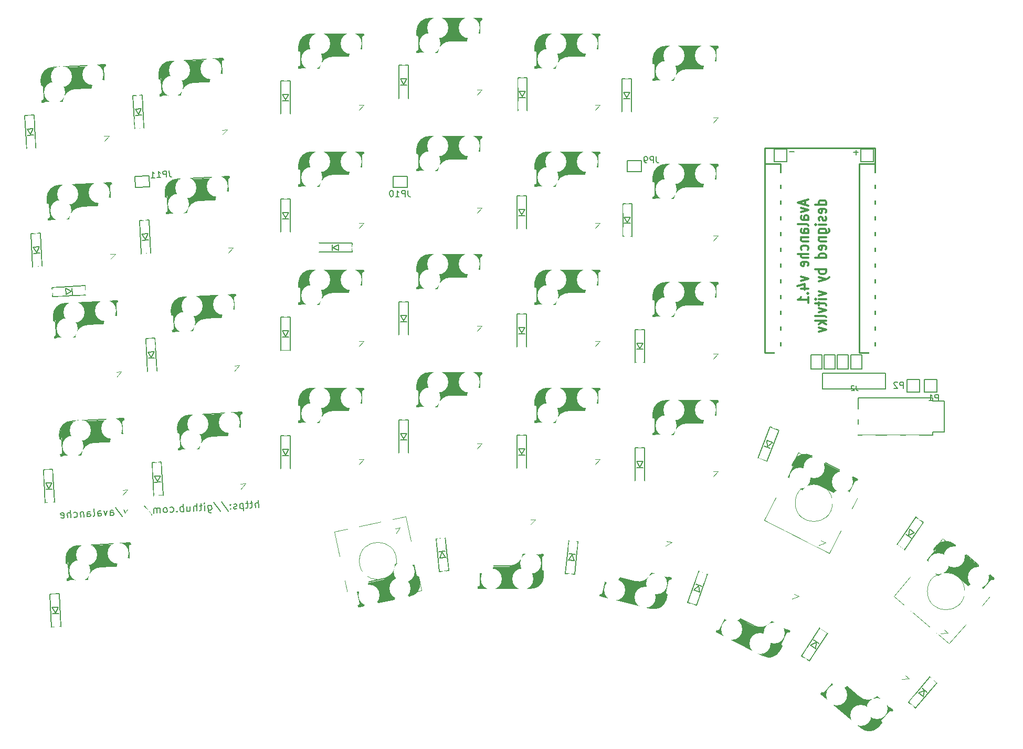
<source format=gbo>
G04 #@! TF.GenerationSoftware,KiCad,Pcbnew,(5.1.12-1-10_14)*
G04 #@! TF.CreationDate,2021-11-28T14:18:10+00:00*
G04 #@! TF.ProjectId,avalanche-hotswap,6176616c-616e-4636-9865-2d686f747377,rev?*
G04 #@! TF.SameCoordinates,Original*
G04 #@! TF.FileFunction,Legend,Bot*
G04 #@! TF.FilePolarity,Positive*
%FSLAX46Y46*%
G04 Gerber Fmt 4.6, Leading zero omitted, Abs format (unit mm)*
G04 Created by KiCad (PCBNEW (5.1.12-1-10_14)) date 2021-11-28 14:18:10*
%MOMM*%
%LPD*%
G01*
G04 APERTURE LIST*
%ADD10C,0.200000*%
%ADD11C,0.300000*%
%ADD12C,0.800000*%
%ADD13C,3.000000*%
%ADD14C,0.500000*%
%ADD15C,1.000000*%
%ADD16C,3.500000*%
%ADD17C,0.150000*%
%ADD18C,0.400000*%
%ADD19C,0.120000*%
%ADD20C,0.250000*%
%ADD21C,3.400000*%
%ADD22C,4.500000*%
%ADD23C,2.300000*%
%ADD24C,2.100000*%
%ADD25C,1.797000*%
%ADD26C,4.600000*%
%ADD27C,4.400000*%
%ADD28C,1.924000*%
%ADD29C,1.120000*%
%ADD30C,2.400000*%
%ADD31C,1.200000*%
%ADD32C,1.600000*%
G04 APERTURE END LIST*
D10*
X116211956Y-107749946D02*
X116149153Y-106551591D01*
X115698375Y-107776862D02*
X115665478Y-107149152D01*
X115716561Y-107032032D01*
X115827700Y-106968987D01*
X115998893Y-106960015D01*
X116116013Y-107011098D01*
X116176068Y-107065172D01*
X115257054Y-106998893D02*
X114800538Y-107022818D01*
X115064926Y-106608413D02*
X115118758Y-107635575D01*
X115067674Y-107752694D01*
X114956536Y-107815740D01*
X114842407Y-107821722D01*
X114572280Y-107034780D02*
X114115764Y-107058705D01*
X114380152Y-106644300D02*
X114433983Y-107671462D01*
X114382900Y-107788582D01*
X114271761Y-107851628D01*
X114157632Y-107857609D01*
X113716312Y-107079640D02*
X113779115Y-108277995D01*
X113719302Y-107136704D02*
X113602183Y-107085621D01*
X113373924Y-107097584D01*
X113262786Y-107160629D01*
X113208712Y-107220684D01*
X113157629Y-107337804D01*
X113175573Y-107680191D01*
X113238618Y-107791330D01*
X113298673Y-107845404D01*
X113415793Y-107896487D01*
X113644051Y-107884525D01*
X113755190Y-107821479D01*
X112728028Y-107875310D02*
X112616890Y-107938356D01*
X112388631Y-107950318D01*
X112271512Y-107899235D01*
X112208466Y-107788097D01*
X112205475Y-107731032D01*
X112256559Y-107613912D01*
X112367697Y-107550867D01*
X112538891Y-107541895D01*
X112650029Y-107478849D01*
X112701112Y-107361729D01*
X112698122Y-107304665D01*
X112635076Y-107193526D01*
X112517956Y-107142443D01*
X112346763Y-107151415D01*
X112235624Y-107214461D01*
X111697876Y-107872077D02*
X111643802Y-107932132D01*
X111703857Y-107986206D01*
X111757931Y-107926151D01*
X111697876Y-107872077D01*
X111703857Y-107986206D01*
X111664979Y-107244367D02*
X111610905Y-107304422D01*
X111670960Y-107358496D01*
X111725034Y-107298441D01*
X111664979Y-107244367D01*
X111670960Y-107358496D01*
X110211449Y-106805552D02*
X111319358Y-108292463D01*
X108956029Y-106871345D02*
X110063938Y-108358257D01*
X108066922Y-107375712D02*
X108117762Y-108345809D01*
X108180808Y-108456947D01*
X108240863Y-108511021D01*
X108357983Y-108562105D01*
X108529177Y-108553133D01*
X108640315Y-108490087D01*
X108105800Y-108117551D02*
X108222920Y-108168634D01*
X108451178Y-108156672D01*
X108562316Y-108093626D01*
X108616390Y-108033571D01*
X108667473Y-107916451D01*
X108649530Y-107574064D01*
X108586484Y-107462925D01*
X108526429Y-107408851D01*
X108409309Y-107357768D01*
X108181051Y-107369731D01*
X108069912Y-107432776D01*
X107538145Y-108204522D02*
X107496276Y-107405618D01*
X107475342Y-107006166D02*
X107535397Y-107060240D01*
X107481323Y-107120295D01*
X107421268Y-107066221D01*
X107475342Y-107006166D01*
X107481323Y-107120295D01*
X107096824Y-107426552D02*
X106640308Y-107450477D01*
X106904696Y-107036072D02*
X106958528Y-108063234D01*
X106907444Y-108180354D01*
X106796306Y-108243400D01*
X106682177Y-108249381D01*
X106282725Y-108270315D02*
X106219922Y-107071960D01*
X105769144Y-108297231D02*
X105736247Y-107669521D01*
X105787331Y-107552401D01*
X105898469Y-107489356D01*
X106069663Y-107480384D01*
X106186782Y-107531467D01*
X106246838Y-107585541D01*
X104643049Y-107555149D02*
X104684918Y-108354053D01*
X105156630Y-107528234D02*
X105189527Y-108155944D01*
X105138444Y-108273063D01*
X105027305Y-108336109D01*
X104856111Y-108345081D01*
X104738992Y-108293998D01*
X104678937Y-108239924D01*
X104114272Y-108383959D02*
X104051469Y-107185604D01*
X104075394Y-107642120D02*
X103958275Y-107591037D01*
X103730016Y-107602999D01*
X103618878Y-107666045D01*
X103564804Y-107726100D01*
X103513721Y-107843220D01*
X103531664Y-108185607D01*
X103594710Y-108296746D01*
X103654765Y-108350820D01*
X103771885Y-108401903D01*
X104000143Y-108389940D01*
X104111282Y-108326895D01*
X103024065Y-108326652D02*
X102969991Y-108386707D01*
X103030046Y-108440781D01*
X103084120Y-108380726D01*
X103024065Y-108326652D01*
X103030046Y-108440781D01*
X101942829Y-108440538D02*
X102059949Y-108491622D01*
X102288207Y-108479659D01*
X102399345Y-108416613D01*
X102453419Y-108356558D01*
X102504503Y-108239439D01*
X102486559Y-107897051D01*
X102423513Y-107785913D01*
X102363458Y-107731839D01*
X102246338Y-107680756D01*
X102018080Y-107692718D01*
X101906942Y-107755764D01*
X101261045Y-108533491D02*
X101372184Y-108470445D01*
X101426258Y-108410390D01*
X101477341Y-108293270D01*
X101459397Y-107950883D01*
X101396351Y-107839744D01*
X101336296Y-107785670D01*
X101219176Y-107734587D01*
X101047983Y-107743559D01*
X100936844Y-107806605D01*
X100882770Y-107866660D01*
X100831687Y-107983779D01*
X100849631Y-108326167D01*
X100912677Y-108437305D01*
X100972732Y-108491379D01*
X101089852Y-108542462D01*
X101261045Y-108533491D01*
X100348012Y-108581341D02*
X100306144Y-107782437D01*
X100312125Y-107896566D02*
X100252070Y-107842492D01*
X100134950Y-107791409D01*
X99963756Y-107800381D01*
X99852618Y-107863426D01*
X99801535Y-107980546D01*
X99834432Y-108608256D01*
X99801535Y-107980546D02*
X99738489Y-107869408D01*
X99621369Y-107818324D01*
X99450175Y-107827296D01*
X99339037Y-107890342D01*
X99287954Y-108007462D01*
X99320851Y-108635172D01*
X97828443Y-107454517D02*
X98936352Y-108941429D01*
X97567046Y-107925987D02*
X97323592Y-108739844D01*
X96996400Y-107955893D01*
X96410559Y-108787694D02*
X96521697Y-108724648D01*
X96572781Y-108607528D01*
X96518949Y-107580366D01*
X95954042Y-108811619D02*
X95891239Y-107613263D01*
X95815988Y-108361084D02*
X95497526Y-108835544D01*
X95455657Y-108036640D02*
X95936099Y-108469231D01*
X95056206Y-108057574D02*
X94812752Y-108871431D01*
X94485560Y-108087481D01*
X93149151Y-107699749D02*
X94257059Y-109186660D01*
X92301912Y-109003019D02*
X92269015Y-108375309D01*
X92320098Y-108258189D01*
X92431236Y-108195143D01*
X92659495Y-108183181D01*
X92776614Y-108234264D01*
X92298921Y-108945954D02*
X92416041Y-108997038D01*
X92701363Y-108982084D01*
X92812502Y-108919039D01*
X92863585Y-108801919D01*
X92857604Y-108687790D01*
X92794558Y-108576651D01*
X92677438Y-108525568D01*
X92392116Y-108540521D01*
X92274996Y-108489438D01*
X91803526Y-108228040D02*
X91560073Y-109041897D01*
X91232881Y-108257946D01*
X90304653Y-109107691D02*
X90271756Y-108479981D01*
X90322839Y-108362861D01*
X90433977Y-108299815D01*
X90662236Y-108287853D01*
X90779355Y-108338936D01*
X90301662Y-109050626D02*
X90418782Y-109101709D01*
X90704104Y-109086756D01*
X90815243Y-109023711D01*
X90866326Y-108906591D01*
X90860345Y-108792462D01*
X90797299Y-108681323D01*
X90680179Y-108630240D01*
X90394857Y-108645193D01*
X90277737Y-108594110D01*
X89562813Y-109146569D02*
X89673952Y-109083523D01*
X89725035Y-108966403D01*
X89671204Y-107939242D01*
X88592716Y-109197409D02*
X88559819Y-108569700D01*
X88610903Y-108452580D01*
X88722041Y-108389534D01*
X88950299Y-108377571D01*
X89067419Y-108428655D01*
X88589726Y-109140345D02*
X88706845Y-109191428D01*
X88992168Y-109176475D01*
X89103306Y-109113429D01*
X89154390Y-108996310D01*
X89148408Y-108882181D01*
X89085363Y-108771042D01*
X88968243Y-108719959D01*
X88682920Y-108734912D01*
X88565801Y-108683829D01*
X87980202Y-108428412D02*
X88022071Y-109227316D01*
X87986183Y-108542541D02*
X87926128Y-108488467D01*
X87809008Y-108437384D01*
X87637815Y-108446356D01*
X87526676Y-108509402D01*
X87475593Y-108626521D01*
X87508490Y-109254231D01*
X86421273Y-109253989D02*
X86538393Y-109305072D01*
X86766651Y-109293110D01*
X86877789Y-109230064D01*
X86931863Y-109170009D01*
X86982946Y-109052889D01*
X86965003Y-108710502D01*
X86901957Y-108599363D01*
X86841902Y-108545289D01*
X86724782Y-108494206D01*
X86496524Y-108506168D01*
X86385385Y-108569214D01*
X85910683Y-109337969D02*
X85847879Y-108139613D01*
X85397102Y-109364885D02*
X85364205Y-108737175D01*
X85415288Y-108620055D01*
X85526427Y-108557009D01*
X85697620Y-108548037D01*
X85814740Y-108599120D01*
X85874795Y-108653194D01*
X84366949Y-109361651D02*
X84484069Y-109412735D01*
X84712327Y-109400772D01*
X84823466Y-109337726D01*
X84874549Y-109220607D01*
X84850624Y-108764090D01*
X84787578Y-108652952D01*
X84670458Y-108601868D01*
X84442200Y-108613831D01*
X84331062Y-108676877D01*
X84279978Y-108793996D01*
X84285960Y-108908126D01*
X84862586Y-108992348D01*
D11*
X204395136Y-58177357D02*
X204395136Y-58891643D01*
X204880850Y-58034500D02*
X203180850Y-58534500D01*
X204880850Y-59034500D01*
X203747517Y-59391643D02*
X204880850Y-59748785D01*
X203747517Y-60105928D01*
X204880850Y-61320214D02*
X203990374Y-61320214D01*
X203828469Y-61248785D01*
X203747517Y-61105928D01*
X203747517Y-60820214D01*
X203828469Y-60677357D01*
X204799898Y-61320214D02*
X204880850Y-61177357D01*
X204880850Y-60820214D01*
X204799898Y-60677357D01*
X204637993Y-60605928D01*
X204476088Y-60605928D01*
X204314183Y-60677357D01*
X204233231Y-60820214D01*
X204233231Y-61177357D01*
X204152279Y-61320214D01*
X204880850Y-62248785D02*
X204799898Y-62105928D01*
X204637993Y-62034500D01*
X203180850Y-62034500D01*
X204880850Y-63463071D02*
X203990374Y-63463071D01*
X203828469Y-63391643D01*
X203747517Y-63248785D01*
X203747517Y-62963071D01*
X203828469Y-62820214D01*
X204799898Y-63463071D02*
X204880850Y-63320214D01*
X204880850Y-62963071D01*
X204799898Y-62820214D01*
X204637993Y-62748785D01*
X204476088Y-62748785D01*
X204314183Y-62820214D01*
X204233231Y-62963071D01*
X204233231Y-63320214D01*
X204152279Y-63463071D01*
X203747517Y-64177357D02*
X204880850Y-64177357D01*
X203909422Y-64177357D02*
X203828469Y-64248785D01*
X203747517Y-64391643D01*
X203747517Y-64605928D01*
X203828469Y-64748785D01*
X203990374Y-64820214D01*
X204880850Y-64820214D01*
X204799898Y-66177357D02*
X204880850Y-66034500D01*
X204880850Y-65748785D01*
X204799898Y-65605928D01*
X204718945Y-65534500D01*
X204557041Y-65463071D01*
X204071326Y-65463071D01*
X203909422Y-65534500D01*
X203828469Y-65605928D01*
X203747517Y-65748785D01*
X203747517Y-66034500D01*
X203828469Y-66177357D01*
X204880850Y-66820214D02*
X203180850Y-66820214D01*
X204880850Y-67463071D02*
X203990374Y-67463071D01*
X203828469Y-67391643D01*
X203747517Y-67248785D01*
X203747517Y-67034500D01*
X203828469Y-66891643D01*
X203909422Y-66820214D01*
X204799898Y-68748785D02*
X204880850Y-68605928D01*
X204880850Y-68320214D01*
X204799898Y-68177357D01*
X204637993Y-68105928D01*
X203990374Y-68105928D01*
X203828469Y-68177357D01*
X203747517Y-68320214D01*
X203747517Y-68605928D01*
X203828469Y-68748785D01*
X203990374Y-68820214D01*
X204152279Y-68820214D01*
X204314183Y-68105928D01*
X203747517Y-70463071D02*
X204880850Y-70820214D01*
X203747517Y-71177357D01*
X203747517Y-72391643D02*
X204880850Y-72391643D01*
X203099898Y-72034500D02*
X204314183Y-71677357D01*
X204314183Y-72605928D01*
X204718945Y-73177357D02*
X204799898Y-73248785D01*
X204880850Y-73177357D01*
X204799898Y-73105928D01*
X204718945Y-73177357D01*
X204880850Y-73177357D01*
X204880850Y-74677357D02*
X204880850Y-73820214D01*
X204880850Y-74248785D02*
X203180850Y-74248785D01*
X203423707Y-74105928D01*
X203585612Y-73963071D01*
X203666564Y-73820214D01*
X207730850Y-58891643D02*
X206030850Y-58891643D01*
X207649898Y-58891643D02*
X207730850Y-58748785D01*
X207730850Y-58463071D01*
X207649898Y-58320214D01*
X207568945Y-58248785D01*
X207407041Y-58177357D01*
X206921326Y-58177357D01*
X206759422Y-58248785D01*
X206678469Y-58320214D01*
X206597517Y-58463071D01*
X206597517Y-58748785D01*
X206678469Y-58891643D01*
X207649898Y-60177357D02*
X207730850Y-60034500D01*
X207730850Y-59748785D01*
X207649898Y-59605928D01*
X207487993Y-59534500D01*
X206840374Y-59534500D01*
X206678469Y-59605928D01*
X206597517Y-59748785D01*
X206597517Y-60034500D01*
X206678469Y-60177357D01*
X206840374Y-60248785D01*
X207002279Y-60248785D01*
X207164183Y-59534500D01*
X207649898Y-60820214D02*
X207730850Y-60963071D01*
X207730850Y-61248785D01*
X207649898Y-61391643D01*
X207487993Y-61463071D01*
X207407041Y-61463071D01*
X207245136Y-61391643D01*
X207164183Y-61248785D01*
X207164183Y-61034500D01*
X207083231Y-60891643D01*
X206921326Y-60820214D01*
X206840374Y-60820214D01*
X206678469Y-60891643D01*
X206597517Y-61034500D01*
X206597517Y-61248785D01*
X206678469Y-61391643D01*
X207730850Y-62105928D02*
X206597517Y-62105928D01*
X206030850Y-62105928D02*
X206111803Y-62034500D01*
X206192755Y-62105928D01*
X206111803Y-62177357D01*
X206030850Y-62105928D01*
X206192755Y-62105928D01*
X206597517Y-63463071D02*
X207973707Y-63463071D01*
X208135612Y-63391643D01*
X208216564Y-63320214D01*
X208297517Y-63177357D01*
X208297517Y-62963071D01*
X208216564Y-62820214D01*
X207649898Y-63463071D02*
X207730850Y-63320214D01*
X207730850Y-63034500D01*
X207649898Y-62891643D01*
X207568945Y-62820214D01*
X207407041Y-62748785D01*
X206921326Y-62748785D01*
X206759422Y-62820214D01*
X206678469Y-62891643D01*
X206597517Y-63034500D01*
X206597517Y-63320214D01*
X206678469Y-63463071D01*
X206597517Y-64177357D02*
X207730850Y-64177357D01*
X206759422Y-64177357D02*
X206678469Y-64248785D01*
X206597517Y-64391643D01*
X206597517Y-64605928D01*
X206678469Y-64748785D01*
X206840374Y-64820214D01*
X207730850Y-64820214D01*
X207649898Y-66105928D02*
X207730850Y-65963071D01*
X207730850Y-65677357D01*
X207649898Y-65534500D01*
X207487993Y-65463071D01*
X206840374Y-65463071D01*
X206678469Y-65534500D01*
X206597517Y-65677357D01*
X206597517Y-65963071D01*
X206678469Y-66105928D01*
X206840374Y-66177357D01*
X207002279Y-66177357D01*
X207164183Y-65463071D01*
X207730850Y-67463071D02*
X206030850Y-67463071D01*
X207649898Y-67463071D02*
X207730850Y-67320214D01*
X207730850Y-67034500D01*
X207649898Y-66891643D01*
X207568945Y-66820214D01*
X207407041Y-66748785D01*
X206921326Y-66748785D01*
X206759422Y-66820214D01*
X206678469Y-66891643D01*
X206597517Y-67034500D01*
X206597517Y-67320214D01*
X206678469Y-67463071D01*
X207730850Y-69320214D02*
X206030850Y-69320214D01*
X206678469Y-69320214D02*
X206597517Y-69463071D01*
X206597517Y-69748785D01*
X206678469Y-69891643D01*
X206759422Y-69963071D01*
X206921326Y-70034500D01*
X207407041Y-70034500D01*
X207568945Y-69963071D01*
X207649898Y-69891643D01*
X207730850Y-69748785D01*
X207730850Y-69463071D01*
X207649898Y-69320214D01*
X206597517Y-70534500D02*
X207730850Y-70891643D01*
X206597517Y-71248785D02*
X207730850Y-70891643D01*
X208135612Y-70748785D01*
X208216564Y-70677357D01*
X208297517Y-70534500D01*
X206597517Y-72820214D02*
X207730850Y-73177357D01*
X206597517Y-73534500D01*
X207730850Y-74105928D02*
X206597517Y-74105928D01*
X206030850Y-74105928D02*
X206111803Y-74034500D01*
X206192755Y-74105928D01*
X206111803Y-74177357D01*
X206030850Y-74105928D01*
X206192755Y-74105928D01*
X206597517Y-74605928D02*
X206597517Y-75177357D01*
X206030850Y-74820214D02*
X207487993Y-74820214D01*
X207649898Y-74891643D01*
X207730850Y-75034500D01*
X207730850Y-75177357D01*
X206597517Y-75534500D02*
X207730850Y-75891643D01*
X206597517Y-76248785D01*
X207730850Y-77034500D02*
X207649898Y-76891643D01*
X207487993Y-76820214D01*
X206030850Y-76820214D01*
X207730850Y-77605928D02*
X206030850Y-77605928D01*
X207083231Y-77748785D02*
X207730850Y-78177357D01*
X206597517Y-78177357D02*
X207245136Y-77605928D01*
X206597517Y-78677357D02*
X207730850Y-79034500D01*
X206597517Y-79391643D01*
X85295227Y-116778607D02*
X85248125Y-115879842D01*
D12*
X85909681Y-118949425D02*
X85815476Y-117151893D01*
D13*
X86854956Y-115395082D02*
X86972189Y-117632012D01*
D14*
X95407553Y-116749330D02*
X94009472Y-116822600D01*
D15*
X94866794Y-114073965D02*
X94997634Y-116570538D01*
D16*
X93631379Y-115340357D02*
X86940561Y-115691008D01*
D17*
X95722843Y-117033218D02*
X95670507Y-116034588D01*
X95670507Y-116034588D02*
X95470781Y-116045056D01*
X95450809Y-116046102D02*
X95333053Y-113799186D01*
X95353025Y-113798139D02*
X95552751Y-113787672D01*
X85200598Y-116883705D02*
X85400324Y-116873238D01*
X85430282Y-116871668D02*
X85547515Y-119108598D01*
X85517556Y-119110168D02*
X85317830Y-119120635D01*
X85336671Y-119480142D02*
X85317830Y-119120635D01*
X85148262Y-115885075D02*
X85200598Y-116883705D01*
X85336671Y-119480142D02*
X88612176Y-119308480D01*
X90729695Y-117294898D02*
X95722843Y-117033218D01*
X95534434Y-113438152D02*
X87145944Y-113877774D01*
X95552751Y-113787672D02*
X95534434Y-113438152D01*
D14*
X85525930Y-119269949D02*
X88222230Y-119128641D01*
D18*
X95345175Y-113648345D02*
X93947093Y-113721615D01*
X95476015Y-116144919D02*
X95512650Y-116843959D01*
D15*
X88194343Y-118908328D02*
G75*
G02*
X90309309Y-116916380I2163624J-178480D01*
G01*
D17*
X85148262Y-115885076D02*
G75*
G02*
X87145944Y-113877774I2002492J4810D01*
G01*
X88614729Y-119286846D02*
G75*
G02*
X90729695Y-117294898I2163624J-178480D01*
G01*
X84045829Y-121600653D02*
X82547885Y-121679157D01*
X84328443Y-126993253D02*
X84045829Y-121600653D01*
X82830499Y-127071757D02*
X84328443Y-126993253D01*
X82547885Y-121679157D02*
X82830499Y-127071757D01*
X82965017Y-124861688D02*
X83963647Y-124809352D01*
X83911311Y-123810722D02*
X83459098Y-124735657D01*
X82912681Y-123863058D02*
X83911311Y-123810722D01*
X83459098Y-124735657D02*
X82912681Y-123863058D01*
D18*
X190161031Y-36036300D02*
X190161031Y-36736300D01*
X190161031Y-33536300D02*
X188761031Y-33536300D01*
D14*
X180061031Y-38636300D02*
X182761031Y-38636300D01*
D17*
X190361031Y-33686300D02*
X190361031Y-33336300D01*
X190361031Y-33336300D02*
X181961030Y-33336300D01*
X185361031Y-36936300D02*
X190361031Y-36936300D01*
X179861031Y-38836300D02*
X183141031Y-38836300D01*
X179861031Y-35236300D02*
X179861031Y-36236300D01*
X179861031Y-38836300D02*
X179861031Y-38476300D01*
X180061031Y-38476300D02*
X179861031Y-38476300D01*
X180091031Y-36236300D02*
X180091031Y-38476300D01*
X179861031Y-36236300D02*
X180061031Y-36236300D01*
X190161031Y-33686300D02*
X190361031Y-33686300D01*
X190141031Y-35936300D02*
X190141031Y-33686300D01*
X190361031Y-35936300D02*
X190161031Y-35936300D01*
X190361031Y-36936300D02*
X190361031Y-35936300D01*
D16*
X188361031Y-35136300D02*
X181661031Y-35136300D01*
D15*
X189661031Y-33936300D02*
X189661031Y-36436300D01*
D14*
X190061031Y-36636300D02*
X188661031Y-36636300D01*
D13*
X181591031Y-34836300D02*
X181591031Y-37076300D01*
D12*
X180461031Y-38336300D02*
X180461031Y-36536301D01*
D11*
X179961031Y-36136299D02*
X179961031Y-35236300D01*
D15*
X182744713Y-38414829D02*
G75*
G02*
X184961031Y-36536300I2151318J-291471D01*
G01*
D17*
X179861031Y-35236301D02*
G75*
G02*
X181961030Y-33336300I2000000J-99999D01*
G01*
X183144713Y-38814829D02*
G75*
G02*
X185361031Y-36936300I2151318J-291471D01*
G01*
D18*
X133011050Y-91186290D02*
X133011050Y-91886290D01*
X133011050Y-88686290D02*
X131611050Y-88686290D01*
D14*
X122911050Y-93786290D02*
X125611050Y-93786290D01*
D17*
X133211050Y-88836290D02*
X133211050Y-88486290D01*
X133211050Y-88486290D02*
X124811049Y-88486290D01*
X128211050Y-92086290D02*
X133211050Y-92086290D01*
X122711050Y-93986290D02*
X125991050Y-93986290D01*
X122711050Y-90386290D02*
X122711050Y-91386290D01*
X122711050Y-93986290D02*
X122711050Y-93626290D01*
X122911050Y-93626290D02*
X122711050Y-93626290D01*
X122941050Y-91386290D02*
X122941050Y-93626290D01*
X122711050Y-91386290D02*
X122911050Y-91386290D01*
X133011050Y-88836290D02*
X133211050Y-88836290D01*
X132991050Y-91086290D02*
X132991050Y-88836290D01*
X133211050Y-91086290D02*
X133011050Y-91086290D01*
X133211050Y-92086290D02*
X133211050Y-91086290D01*
D16*
X131211050Y-90286290D02*
X124511050Y-90286290D01*
D15*
X132511050Y-89086290D02*
X132511050Y-91586290D01*
D14*
X132911050Y-91786290D02*
X131511050Y-91786290D01*
D13*
X124441050Y-89986290D02*
X124441050Y-92226290D01*
D12*
X123311050Y-93486290D02*
X123311050Y-91686291D01*
D11*
X122811050Y-91286289D02*
X122811050Y-90386290D01*
D15*
X125594732Y-93564819D02*
G75*
G02*
X127811050Y-91686290I2151318J-291471D01*
G01*
D17*
X122711050Y-90386291D02*
G75*
G02*
X124811049Y-88486290I2000000J-99999D01*
G01*
X125994732Y-93964819D02*
G75*
G02*
X128211050Y-92086290I2151318J-291471D01*
G01*
X211714606Y-85367158D02*
X213492606Y-85367158D01*
X211714606Y-83081158D02*
X211714606Y-85367158D01*
X213492606Y-83081158D02*
X211714606Y-83081158D01*
X213492606Y-85367158D02*
X213492606Y-83081158D01*
X209574606Y-85367156D02*
X211352606Y-85367156D01*
X209574606Y-83081156D02*
X209574606Y-85367156D01*
X211352606Y-83081156D02*
X209574606Y-83081156D01*
X211352606Y-85367156D02*
X211352606Y-83081156D01*
X207434610Y-85367142D02*
X209212610Y-85367142D01*
X207434610Y-83081142D02*
X207434610Y-85367142D01*
X209212610Y-83081142D02*
X207434610Y-83081142D01*
X209212610Y-85367142D02*
X209212610Y-83081142D01*
X205294610Y-85374772D02*
X207072610Y-85374772D01*
X205294610Y-83088772D02*
X205294610Y-85374772D01*
X207072610Y-83088772D02*
X205294610Y-83088772D01*
X207072610Y-85374772D02*
X207072610Y-83088772D01*
X217373603Y-88562151D02*
X217373603Y-86022151D01*
X207213603Y-86022151D02*
X207213603Y-88562151D01*
X217373603Y-86022151D02*
X207213603Y-86022151D01*
X217373603Y-88562151D02*
X207213603Y-88562151D01*
D19*
X151261038Y-97436262D02*
X152261038Y-97436262D01*
X152261038Y-97436262D02*
X151261038Y-98436262D01*
D18*
X171111031Y-72136268D02*
X171111031Y-72836268D01*
X171111031Y-69636268D02*
X169711031Y-69636268D01*
D14*
X161011031Y-74736268D02*
X163711031Y-74736268D01*
D17*
X171311031Y-69786268D02*
X171311031Y-69436268D01*
X171311031Y-69436268D02*
X162911030Y-69436268D01*
X166311031Y-73036268D02*
X171311031Y-73036268D01*
X160811031Y-74936268D02*
X164091031Y-74936268D01*
X160811031Y-71336268D02*
X160811031Y-72336268D01*
X160811031Y-74936268D02*
X160811031Y-74576268D01*
X161011031Y-74576268D02*
X160811031Y-74576268D01*
X161041031Y-72336268D02*
X161041031Y-74576268D01*
X160811031Y-72336268D02*
X161011031Y-72336268D01*
X171111031Y-69786268D02*
X171311031Y-69786268D01*
X171091031Y-72036268D02*
X171091031Y-69786268D01*
X171311031Y-72036268D02*
X171111031Y-72036268D01*
X171311031Y-73036268D02*
X171311031Y-72036268D01*
D16*
X169311031Y-71236268D02*
X162611031Y-71236268D01*
D15*
X170611031Y-70036268D02*
X170611031Y-72536268D01*
D14*
X171011031Y-72736268D02*
X169611031Y-72736268D01*
D13*
X162541031Y-70936268D02*
X162541031Y-73176268D01*
D12*
X161411031Y-74436268D02*
X161411031Y-72636269D01*
D11*
X160911031Y-72236267D02*
X160911031Y-71336268D01*
D15*
X163694713Y-74514797D02*
G75*
G02*
X165911031Y-72636268I2151318J-291471D01*
G01*
D17*
X160811031Y-71336269D02*
G75*
G02*
X162911030Y-69436268I2000000J-99999D01*
G01*
X164094713Y-74914797D02*
G75*
G02*
X166311031Y-73036268I2151318J-291471D01*
G01*
D19*
X113117699Y-84830889D02*
X112171405Y-85881854D01*
X112119070Y-84883224D02*
X113117699Y-84830889D01*
X206766360Y-112995911D02*
X207657367Y-113449902D01*
X207657367Y-113449902D02*
X206312370Y-113886918D01*
X138049648Y-111199810D02*
X139027795Y-110991899D01*
X139027795Y-110991899D02*
X138257559Y-112177958D01*
X189361082Y-63886269D02*
X190361082Y-63886269D01*
X190361082Y-63886269D02*
X189361082Y-64886269D01*
X95090816Y-104851771D02*
X94144522Y-105902736D01*
X94092187Y-104904106D02*
X95090816Y-104851771D01*
X94093802Y-85827884D02*
X93147508Y-86878849D01*
X93095173Y-85880219D02*
X94093802Y-85827884D01*
X93096781Y-66803983D02*
X92150487Y-67854948D01*
X92098152Y-66856318D02*
X93096781Y-66803983D01*
X92099828Y-47780098D02*
X91153534Y-48831063D01*
X91101199Y-47832433D02*
X92099828Y-47780098D01*
X111123696Y-46783098D02*
X110177402Y-47834063D01*
X110125067Y-46835433D02*
X111123696Y-46783098D01*
X112120698Y-65806968D02*
X111174404Y-66857933D01*
X111122069Y-65859303D02*
X112120698Y-65806968D01*
X114114717Y-103854795D02*
X113168423Y-104905760D01*
X113116088Y-103907130D02*
X114114717Y-103854795D01*
X132211054Y-99986308D02*
X133211054Y-99986308D01*
X133211054Y-99986308D02*
X132211054Y-100986308D01*
X132211043Y-80936295D02*
X133211043Y-80936295D01*
X133211043Y-80936295D02*
X132211043Y-81936295D01*
X132211052Y-61886263D02*
X133211052Y-61886263D01*
X133211052Y-61886263D02*
X132211052Y-62886263D01*
X132211061Y-42836299D02*
X133211061Y-42836299D01*
X133211061Y-42836299D02*
X132211061Y-43836299D01*
X151261066Y-40336298D02*
X152261066Y-40336298D01*
X152261066Y-40336298D02*
X151261066Y-41336298D01*
X151261027Y-59386293D02*
X152261027Y-59386293D01*
X152261027Y-59386293D02*
X151261027Y-60386293D01*
X151261055Y-78436290D02*
X152261055Y-78436290D01*
X152261055Y-78436290D02*
X151261055Y-79436290D01*
X159881421Y-109670563D02*
X160881421Y-109670563D01*
X160881421Y-109670563D02*
X159881421Y-110670563D01*
X181864021Y-113131767D02*
X182836391Y-113365213D01*
X182836391Y-113365213D02*
X181630575Y-114104137D01*
X170311087Y-99986269D02*
X171311087Y-99986269D01*
X171311087Y-99986269D02*
X170311087Y-100986269D01*
X170311068Y-80936272D02*
X171311068Y-80936272D01*
X171311068Y-80936272D02*
X170311068Y-81936272D01*
X170311050Y-61886293D02*
X171311050Y-61886293D01*
X171311050Y-61886293D02*
X170311050Y-62886293D01*
X170311054Y-42836280D02*
X171311054Y-42836280D01*
X171311054Y-42836280D02*
X170311054Y-43836280D01*
X189361067Y-44836291D02*
X190361067Y-44836291D01*
X190361067Y-44836291D02*
X189361067Y-45836291D01*
X189361066Y-82936271D02*
X190361066Y-82936271D01*
X190361066Y-82936271D02*
X189361066Y-83936271D01*
X226641397Y-127313533D02*
X227401803Y-127962981D01*
X227401803Y-127962981D02*
X225991949Y-128073939D01*
X202449528Y-121624200D02*
X203340535Y-122078191D01*
X203340535Y-122078191D02*
X201995538Y-122515207D01*
X220415432Y-134662746D02*
X221175838Y-135312194D01*
X221175838Y-135312194D02*
X219765984Y-135423152D01*
X189361072Y-101936290D02*
X190361072Y-101936290D01*
X190361072Y-101936290D02*
X189361072Y-102936290D01*
D18*
X171111048Y-91186279D02*
X171111048Y-91886279D01*
X171111048Y-88686279D02*
X169711048Y-88686279D01*
D14*
X161011048Y-93786279D02*
X163711048Y-93786279D01*
D17*
X171311048Y-88836279D02*
X171311048Y-88486279D01*
X171311048Y-88486279D02*
X162911047Y-88486279D01*
X166311048Y-92086279D02*
X171311048Y-92086279D01*
X160811048Y-93986279D02*
X164091048Y-93986279D01*
X160811048Y-90386279D02*
X160811048Y-91386279D01*
X160811048Y-93986279D02*
X160811048Y-93626279D01*
X161011048Y-93626279D02*
X160811048Y-93626279D01*
X161041048Y-91386279D02*
X161041048Y-93626279D01*
X160811048Y-91386279D02*
X161011048Y-91386279D01*
X171111048Y-88836279D02*
X171311048Y-88836279D01*
X171091048Y-91086279D02*
X171091048Y-88836279D01*
X171311048Y-91086279D02*
X171111048Y-91086279D01*
X171311048Y-92086279D02*
X171311048Y-91086279D01*
D16*
X169311048Y-90286279D02*
X162611048Y-90286279D01*
D15*
X170611048Y-89086279D02*
X170611048Y-91586279D01*
D14*
X171011048Y-91786279D02*
X169611048Y-91786279D01*
D13*
X162541048Y-89986279D02*
X162541048Y-92226279D01*
D12*
X161411048Y-93486279D02*
X161411048Y-91686280D01*
D11*
X160911048Y-91286278D02*
X160911048Y-90386279D01*
D15*
X163694730Y-93564808D02*
G75*
G02*
X165911048Y-91686279I2151318J-291471D01*
G01*
D17*
X160811048Y-90386280D02*
G75*
G02*
X162911047Y-88486279I2000000J-99999D01*
G01*
X164094730Y-93964808D02*
G75*
G02*
X166311048Y-92086279I2151318J-291471D01*
G01*
D11*
X100282619Y-38639291D02*
X100235517Y-37740526D01*
D12*
X100897073Y-40810109D02*
X100802868Y-39012577D01*
D13*
X101842348Y-37255766D02*
X101959581Y-39492696D01*
D14*
X110394945Y-38610014D02*
X108996864Y-38683284D01*
D15*
X109854186Y-35934649D02*
X109985026Y-38431222D01*
D16*
X108618771Y-37201041D02*
X101927953Y-37551692D01*
D17*
X110710235Y-38893902D02*
X110657899Y-37895272D01*
X110657899Y-37895272D02*
X110458173Y-37905740D01*
X110438201Y-37906786D02*
X110320445Y-35659870D01*
X110340417Y-35658823D02*
X110540143Y-35648356D01*
X100187990Y-38744389D02*
X100387716Y-38733922D01*
X100417674Y-38732352D02*
X100534907Y-40969282D01*
X100504948Y-40970852D02*
X100305222Y-40981319D01*
X100324063Y-41340826D02*
X100305222Y-40981319D01*
X100135654Y-37745759D02*
X100187990Y-38744389D01*
X100324063Y-41340826D02*
X103599568Y-41169164D01*
X105717087Y-39155582D02*
X110710235Y-38893902D01*
X110521826Y-35298836D02*
X102133336Y-35738458D01*
X110540143Y-35648356D02*
X110521826Y-35298836D01*
D14*
X100513322Y-41130633D02*
X103209622Y-40989325D01*
D18*
X110332567Y-35509029D02*
X108934485Y-35582299D01*
X110463407Y-38005603D02*
X110500042Y-38704643D01*
D17*
X103602121Y-41147530D02*
G75*
G02*
X105717087Y-39155582I2163624J-178480D01*
G01*
X100135654Y-37745760D02*
G75*
G02*
X102133336Y-35738458I2002492J4810D01*
G01*
D15*
X103181735Y-40769012D02*
G75*
G02*
X105296701Y-38777064I2163624J-178480D01*
G01*
D17*
X199413428Y-51931537D02*
X199413428Y-49931537D01*
X201413428Y-51931537D02*
X199413428Y-51931537D01*
X201413428Y-49931537D02*
X201413428Y-51931537D01*
X199413428Y-49931537D02*
X201413428Y-49931537D01*
X213354615Y-51931520D02*
X213354615Y-49931520D01*
X215354615Y-51931520D02*
X213354615Y-51931520D01*
X215354615Y-49931520D02*
X215354615Y-51931520D01*
X213354615Y-49931520D02*
X215354615Y-49931520D01*
X225622634Y-87094294D02*
X225622634Y-89094294D01*
X223622634Y-87094294D02*
X225622634Y-87094294D01*
X223622634Y-89094294D02*
X223622634Y-87094294D01*
X225622634Y-89094294D02*
X223622634Y-89094294D01*
X222822605Y-87094276D02*
X222822605Y-89094276D01*
X220822605Y-87094276D02*
X222822605Y-87094276D01*
X220822605Y-89094276D02*
X220822605Y-87094276D01*
X222822605Y-89094276D02*
X220822605Y-89094276D01*
D18*
X190161032Y-93186299D02*
X190161032Y-93886299D01*
X190161032Y-90686299D02*
X188761032Y-90686299D01*
D14*
X180061032Y-95786299D02*
X182761032Y-95786299D01*
D17*
X190361032Y-90836299D02*
X190361032Y-90486299D01*
X190361032Y-90486299D02*
X181961031Y-90486299D01*
X185361032Y-94086299D02*
X190361032Y-94086299D01*
X179861032Y-95986299D02*
X183141032Y-95986299D01*
X179861032Y-92386299D02*
X179861032Y-93386299D01*
X179861032Y-95986299D02*
X179861032Y-95626299D01*
X180061032Y-95626299D02*
X179861032Y-95626299D01*
X180091032Y-93386299D02*
X180091032Y-95626299D01*
X179861032Y-93386299D02*
X180061032Y-93386299D01*
X190161032Y-90836299D02*
X190361032Y-90836299D01*
X190141032Y-93086299D02*
X190141032Y-90836299D01*
X190361032Y-93086299D02*
X190161032Y-93086299D01*
X190361032Y-94086299D02*
X190361032Y-93086299D01*
D16*
X188361032Y-92286299D02*
X181661032Y-92286299D01*
D15*
X189661032Y-91086299D02*
X189661032Y-93586299D01*
D14*
X190061032Y-93786299D02*
X188661032Y-93786299D01*
D13*
X181591032Y-91986299D02*
X181591032Y-94226299D01*
D12*
X180461032Y-95486299D02*
X180461032Y-93686300D01*
D11*
X179961032Y-93286298D02*
X179961032Y-92386299D01*
D15*
X182744714Y-95564828D02*
G75*
G02*
X184961032Y-93686299I2151318J-291471D01*
G01*
D17*
X179861032Y-92386300D02*
G75*
G02*
X181961031Y-90486299I2000000J-99999D01*
G01*
X183144714Y-95964828D02*
G75*
G02*
X185361032Y-94086299I2151318J-291471D01*
G01*
D11*
X141861046Y-88778792D02*
X141861046Y-87878793D01*
D12*
X142361046Y-90978793D02*
X142361046Y-89178794D01*
D13*
X143491046Y-87478793D02*
X143491046Y-89718793D01*
D14*
X151961046Y-89278793D02*
X150561046Y-89278793D01*
D15*
X151561046Y-86578793D02*
X151561046Y-89078793D01*
D16*
X150261046Y-87778793D02*
X143561046Y-87778793D01*
D17*
X152261046Y-89578793D02*
X152261046Y-88578793D01*
X152261046Y-88578793D02*
X152061046Y-88578793D01*
X152041046Y-88578793D02*
X152041046Y-86328793D01*
X152061046Y-86328793D02*
X152261046Y-86328793D01*
X141761046Y-88878793D02*
X141961046Y-88878793D01*
X141991046Y-88878793D02*
X141991046Y-91118793D01*
X141961046Y-91118793D02*
X141761046Y-91118793D01*
X141761046Y-91478793D02*
X141761046Y-91118793D01*
X141761046Y-87878793D02*
X141761046Y-88878793D01*
X141761046Y-91478793D02*
X145041046Y-91478793D01*
X147261046Y-89578793D02*
X152261046Y-89578793D01*
X152261046Y-85978793D02*
X143861045Y-85978793D01*
X152261046Y-86328793D02*
X152261046Y-85978793D01*
D14*
X141961046Y-91278793D02*
X144661046Y-91278793D01*
D18*
X152061046Y-86178793D02*
X150661046Y-86178793D01*
X152061046Y-88678793D02*
X152061046Y-89378793D01*
D17*
X145044728Y-91457322D02*
G75*
G02*
X147261046Y-89578793I2151318J-291471D01*
G01*
X141761046Y-87878794D02*
G75*
G02*
X143861045Y-85978793I2000000J-99999D01*
G01*
D15*
X144644728Y-91057322D02*
G75*
G02*
X146861046Y-89178793I2151318J-291471D01*
G01*
D18*
X208846841Y-135830089D02*
X209301455Y-135297805D01*
X207223221Y-137731104D02*
X208287790Y-138640331D01*
D14*
X218215507Y-140412459D02*
X216162410Y-138658949D01*
D17*
X207168557Y-137487153D02*
X206941250Y-137753295D01*
X206941250Y-137753295D02*
X213328661Y-143208660D01*
X213081293Y-138263074D02*
X209279263Y-135015834D01*
X218497477Y-140390267D02*
X216003346Y-138260077D01*
X216159464Y-143127729D02*
X216808912Y-142367323D01*
X218497477Y-140390267D02*
X218263676Y-140664013D01*
X218111595Y-140534124D02*
X218263676Y-140664013D01*
X216634019Y-142217950D02*
X218088783Y-140514640D01*
X216808912Y-142367323D02*
X216656831Y-142237433D01*
X207320638Y-137617043D02*
X207168557Y-137487153D01*
X208797105Y-135919118D02*
X207335847Y-137630032D01*
X208629815Y-135776240D02*
X208781897Y-135906129D01*
X209279263Y-135015834D02*
X208629815Y-135776240D01*
D16*
X209631069Y-137683461D02*
X214725789Y-142034763D01*
D15*
X207863203Y-137751665D02*
X209486824Y-135850650D01*
D14*
X209312551Y-135438790D02*
X210377119Y-136348017D01*
D13*
X214584183Y-142308346D02*
X216038946Y-140605036D01*
D12*
X217716510Y-140380801D02*
X216547504Y-141749531D01*
D11*
X216667926Y-142378419D02*
X216083424Y-143062784D01*
D15*
X216030985Y-138837955D02*
G75*
G02*
X213125676Y-138827016I-1446580J1618806D01*
G01*
D17*
X216159465Y-143127728D02*
G75*
G02*
X213328661Y-143208660I-1455868J1374936D01*
G01*
X215986602Y-138274013D02*
G75*
G02*
X213081293Y-138263074I-1446580J1618806D01*
G01*
D18*
X151872373Y-118060398D02*
X151872373Y-117360398D01*
X151872373Y-120560398D02*
X153272373Y-120560398D01*
D14*
X161972373Y-115460398D02*
X159272373Y-115460398D01*
D17*
X151672373Y-120410398D02*
X151672373Y-120760398D01*
X151672373Y-120760398D02*
X160072374Y-120760398D01*
X156672373Y-117160398D02*
X151672373Y-117160398D01*
X162172373Y-115260398D02*
X158892373Y-115260398D01*
X162172373Y-118860398D02*
X162172373Y-117860398D01*
X162172373Y-115260398D02*
X162172373Y-115620398D01*
X161972373Y-115620398D02*
X162172373Y-115620398D01*
X161942373Y-117860398D02*
X161942373Y-115620398D01*
X162172373Y-117860398D02*
X161972373Y-117860398D01*
X151872373Y-120410398D02*
X151672373Y-120410398D01*
X151892373Y-118160398D02*
X151892373Y-120410398D01*
X151672373Y-118160398D02*
X151872373Y-118160398D01*
X151672373Y-117160398D02*
X151672373Y-118160398D01*
D16*
X153672373Y-118960398D02*
X160372373Y-118960398D01*
D15*
X152372373Y-120160398D02*
X152372373Y-117660398D01*
D14*
X151972373Y-117460398D02*
X153372373Y-117460398D01*
D13*
X160442373Y-119260398D02*
X160442373Y-117020398D01*
D12*
X161572373Y-115760398D02*
X161572373Y-117560397D01*
D11*
X162072373Y-117960399D02*
X162072373Y-118860398D01*
D15*
X159288691Y-115681869D02*
G75*
G02*
X157072373Y-117560398I-2151318J291471D01*
G01*
D17*
X162172373Y-118860397D02*
G75*
G02*
X160072374Y-120760398I-2000000J99999D01*
G01*
X158888691Y-115281869D02*
G75*
G02*
X156672373Y-117160398I-2151318J291471D01*
G01*
D11*
X225154973Y-114580058D02*
X225739475Y-113895693D01*
D12*
X224106389Y-116577676D02*
X225275395Y-115208946D01*
D13*
X227238716Y-114650131D02*
X225783953Y-116353441D01*
D14*
X232510348Y-121519687D02*
X231445780Y-120610460D01*
D15*
X233959696Y-119206812D02*
X232336075Y-121107827D01*
D16*
X232191830Y-119275016D02*
X227097110Y-114923714D01*
D17*
X232543636Y-121942643D02*
X233193084Y-121182237D01*
X233193084Y-121182237D02*
X233041002Y-121052348D01*
X233025794Y-121039359D02*
X234487052Y-119328445D01*
X234502261Y-119341434D02*
X234654342Y-119471324D01*
X225013987Y-114591154D02*
X225166068Y-114721044D01*
X225188880Y-114740527D02*
X223734116Y-116443837D01*
X223711304Y-116424353D02*
X223559223Y-116294464D01*
X223325422Y-116568210D02*
X223559223Y-116294464D01*
X225663435Y-113830748D02*
X225013987Y-114591154D01*
X223325422Y-116568210D02*
X225819553Y-118698400D01*
X228741606Y-118695403D02*
X232543636Y-121942643D01*
X234881649Y-119205182D02*
X228494238Y-113749817D01*
X234654342Y-119471324D02*
X234881649Y-119205182D01*
D14*
X223607392Y-116546018D02*
X225660489Y-118299528D01*
D18*
X234599678Y-119227373D02*
X233535109Y-118318146D01*
X232976058Y-121128388D02*
X232521444Y-121660672D01*
D15*
X225791914Y-118120522D02*
G75*
G02*
X228697223Y-118131461I1446580J-1618806D01*
G01*
D17*
X225663434Y-113830749D02*
G75*
G02*
X228494238Y-113749817I1455868J-1374936D01*
G01*
X225836297Y-118684464D02*
G75*
G02*
X228741606Y-118695403I1446580J-1618806D01*
G01*
D19*
X221312133Y-118925468D02*
X218649396Y-122043133D01*
X218649396Y-122043133D02*
X227622186Y-129706620D01*
X230284923Y-126588955D02*
X227622186Y-129706620D01*
X235545452Y-120429667D02*
X232882715Y-123547332D01*
X233720478Y-118870992D02*
X235545452Y-120429667D01*
X230070529Y-115753641D02*
X232047585Y-117442206D01*
X226572662Y-112766180D02*
X228397636Y-114324855D01*
X223909925Y-115883845D02*
X226572662Y-112766180D01*
X230097424Y-121236400D02*
G75*
G03*
X230097424Y-121236400I-3000000J0D01*
G01*
X226717221Y-120911676D02*
X227477627Y-121561124D01*
X226772700Y-121616603D02*
X227422148Y-120856197D01*
D17*
X223466970Y-110134438D02*
X222230781Y-109284829D01*
X220408377Y-114584719D02*
X223466970Y-110134438D01*
X219172188Y-113735110D02*
X220408377Y-114584719D01*
X222230781Y-109284829D02*
X219172188Y-113735110D01*
X220624313Y-112063634D02*
X221448439Y-112630040D01*
X222014845Y-111805914D02*
X221093017Y-112264424D01*
X221190719Y-111239508D02*
X222014845Y-111805914D01*
X221093017Y-112264424D02*
X221190719Y-111239508D01*
D11*
X141929754Y-118865604D02*
X142116874Y-119745936D01*
D12*
X140983274Y-116817634D02*
X141357515Y-118578299D01*
D13*
X140605658Y-120476091D02*
X140139936Y-118285040D01*
D14*
X131946507Y-120476437D02*
X133315914Y-120185361D01*
D15*
X132899128Y-123034271D02*
X132379348Y-120588902D01*
D16*
X133921225Y-121590209D02*
X140474814Y-120197201D01*
D17*
X131590689Y-120245367D02*
X131798601Y-121223514D01*
X131798601Y-121223514D02*
X131994230Y-121181932D01*
X132013793Y-121177774D02*
X132481595Y-123378606D01*
X132462032Y-123382764D02*
X132266402Y-123424346D01*
X142006777Y-118746997D02*
X141811148Y-118788579D01*
X141781803Y-118794817D02*
X141316081Y-116603766D01*
X141345425Y-116597529D02*
X141541055Y-116555947D01*
X141466207Y-116203813D02*
X141541055Y-116555947D01*
X142214689Y-119725145D02*
X142006777Y-118746997D01*
X141466207Y-116203813D02*
X138257883Y-116885764D01*
X136481427Y-119205808D02*
X131590689Y-120245367D01*
X132339171Y-123766698D02*
X140555612Y-122020240D01*
X132266402Y-123424346D02*
X132339171Y-123766698D01*
D14*
X141312160Y-116441025D02*
X138671161Y-117002387D01*
D18*
X132493218Y-123529486D02*
X133862625Y-123238410D01*
X131973439Y-121084117D02*
X131827901Y-120399414D01*
D15*
X138733169Y-117215625D02*
G75*
G02*
X136955851Y-119513902I-2164907J-162183D01*
G01*
D17*
X142214689Y-119725143D02*
G75*
G02*
X140555612Y-122020240I-1977087J-318010D01*
G01*
X138258745Y-116907531D02*
G75*
G02*
X136481427Y-119205808I-2164907J-162183D01*
G01*
X145828567Y-114934207D02*
X146419903Y-115777013D01*
X146419903Y-115777013D02*
X145425381Y-115881541D01*
X145425381Y-115881541D02*
X145828567Y-114934207D01*
X146315375Y-114782491D02*
X145320853Y-114887019D01*
X146898496Y-117938829D02*
X146334043Y-112568411D01*
X146334043Y-112568411D02*
X144842260Y-112725203D01*
X144842260Y-112725203D02*
X145406713Y-118095621D01*
X145406713Y-118095621D02*
X146898496Y-117938829D01*
D18*
X191443127Y-125447920D02*
X191760921Y-124824216D01*
X190308151Y-127675437D02*
X191555560Y-128311023D01*
D14*
X201622669Y-127716607D02*
X199216951Y-126490833D01*
D17*
X190198048Y-127450987D02*
X190039152Y-127762840D01*
X190039152Y-127762840D02*
X197523607Y-131576360D01*
X196128550Y-126825169D02*
X191673517Y-124555216D01*
X201891668Y-127629204D02*
X198969167Y-126140115D01*
X200257302Y-130836828D02*
X200711293Y-129945821D01*
X201891668Y-127629204D02*
X201728231Y-127949966D01*
X201550030Y-127859168D02*
X201728231Y-127949966D01*
X200506361Y-129841403D02*
X201523300Y-127845549D01*
X200711293Y-129945821D02*
X200533091Y-129855023D01*
X190376250Y-127541786D02*
X190198048Y-127450987D01*
X191415548Y-125546101D02*
X190394070Y-127550865D01*
X191219527Y-125446223D02*
X191397728Y-125537021D01*
X191673517Y-124555216D02*
X191219527Y-125446223D01*
D16*
X192638348Y-127067009D02*
X198608091Y-130108745D01*
D15*
X190935251Y-127546029D02*
X192070227Y-125318513D01*
D14*
X191804622Y-124958715D02*
X193052031Y-125594302D01*
D13*
X198534265Y-130407827D02*
X199551203Y-128411972D01*
D12*
X201130069Y-127802313D02*
X200312886Y-129406124D01*
D11*
X200576792Y-129989524D02*
X200168201Y-130791429D01*
D15*
X199130945Y-126695572D02*
G75*
G02*
X196303357Y-127363168I-1784514J1236379D01*
G01*
D17*
X200257302Y-130836827D02*
G75*
G02*
X197523607Y-131576360I-1736614J997081D01*
G01*
X198956139Y-126157575D02*
G75*
G02*
X196128550Y-126825169I-1784514J1236381D01*
G01*
D18*
X172094912Y-119425061D02*
X172258324Y-118744402D01*
X171511299Y-121855986D02*
X172872617Y-122182809D01*
D14*
X182522807Y-119254697D02*
X179897408Y-118624395D01*
D17*
X171351842Y-121663441D02*
X171270136Y-122003771D01*
X171270136Y-122003771D02*
X179438044Y-123964712D01*
X176972389Y-119670466D02*
X172110539Y-118503239D01*
X182763970Y-119106913D02*
X179574596Y-118341212D01*
X181923566Y-122607444D02*
X182157012Y-121635074D01*
X182763970Y-119106913D02*
X182679929Y-119456966D01*
X182485455Y-119410277D02*
X182679929Y-119456966D01*
X181933367Y-121581382D02*
X182456284Y-119403273D01*
X182157012Y-121635074D02*
X181962538Y-121588385D01*
X171546316Y-121710130D02*
X171351842Y-121663441D01*
X172091015Y-119526967D02*
X171565763Y-121714799D01*
X171877094Y-119475609D02*
X172071568Y-119522298D01*
X172110539Y-118503239D02*
X171877094Y-119475609D01*
D16*
X173635077Y-120720396D02*
X180149956Y-122284480D01*
D15*
X172090862Y-121583761D02*
X172674476Y-119152836D01*
D14*
X172332217Y-118864984D02*
X173693535Y-119191807D01*
D13*
X180147988Y-122592532D02*
X180670906Y-120414423D01*
D12*
X182063825Y-119453030D02*
X181643624Y-121203295D01*
D11*
X182036430Y-121708968D02*
X181826329Y-122584100D01*
D15*
X179861574Y-118843555D02*
G75*
G02*
X177267959Y-120152792I-2023835J785632D01*
G01*
D17*
X181923566Y-122607444D02*
G75*
G02*
X179438044Y-123964712I-1921395J564127D01*
G01*
X179566004Y-118361229D02*
G75*
G02*
X176972389Y-119670466I-2023835J785632D01*
G01*
D11*
X82255722Y-58660197D02*
X82208620Y-57761432D01*
D12*
X82870176Y-60831015D02*
X82775971Y-59033483D01*
D13*
X83815451Y-57276672D02*
X83932684Y-59513602D01*
D14*
X92368048Y-58630920D02*
X90969967Y-58704190D01*
D15*
X91827289Y-55955555D02*
X91958129Y-58452128D01*
D16*
X90591874Y-57221947D02*
X83901056Y-57572598D01*
D17*
X92683338Y-58914808D02*
X92631002Y-57916178D01*
X92631002Y-57916178D02*
X92431276Y-57926646D01*
X92411304Y-57927692D02*
X92293548Y-55680776D01*
X92313520Y-55679729D02*
X92513246Y-55669262D01*
X82161093Y-58765295D02*
X82360819Y-58754828D01*
X82390777Y-58753258D02*
X82508010Y-60990188D01*
X82478051Y-60991758D02*
X82278325Y-61002225D01*
X82297166Y-61361732D02*
X82278325Y-61002225D01*
X82108757Y-57766665D02*
X82161093Y-58765295D01*
X82297166Y-61361732D02*
X85572671Y-61190070D01*
X87690190Y-59176488D02*
X92683338Y-58914808D01*
X92494929Y-55319742D02*
X84106439Y-55759364D01*
X92513246Y-55669262D02*
X92494929Y-55319742D01*
D14*
X82486425Y-61151539D02*
X85182725Y-61010231D01*
D18*
X92305670Y-55529935D02*
X90907588Y-55603205D01*
X92436510Y-58026509D02*
X92473145Y-58725549D01*
D17*
X85575224Y-61168436D02*
G75*
G02*
X87690190Y-59176488I2163624J-178480D01*
G01*
X82108757Y-57766666D02*
G75*
G02*
X84106439Y-55759364I2002492J4810D01*
G01*
D15*
X85154838Y-60789918D02*
G75*
G02*
X87269804Y-58797970I2163624J-178480D01*
G01*
D11*
X102276631Y-76687094D02*
X102229529Y-75788329D01*
D12*
X102891085Y-78857912D02*
X102796880Y-77060380D01*
D13*
X103836360Y-75303569D02*
X103953593Y-77540499D01*
D14*
X112388957Y-76657817D02*
X110990876Y-76731087D01*
D15*
X111848198Y-73982452D02*
X111979038Y-76479025D01*
D16*
X110612783Y-75248844D02*
X103921965Y-75599495D01*
D17*
X112704247Y-76941705D02*
X112651911Y-75943075D01*
X112651911Y-75943075D02*
X112452185Y-75953543D01*
X112432213Y-75954589D02*
X112314457Y-73707673D01*
X112334429Y-73706626D02*
X112534155Y-73696159D01*
X102182002Y-76792192D02*
X102381728Y-76781725D01*
X102411686Y-76780155D02*
X102528919Y-79017085D01*
X102498960Y-79018655D02*
X102299234Y-79029122D01*
X102318075Y-79388629D02*
X102299234Y-79029122D01*
X102129666Y-75793562D02*
X102182002Y-76792192D01*
X102318075Y-79388629D02*
X105593580Y-79216967D01*
X107711099Y-77203385D02*
X112704247Y-76941705D01*
X112515838Y-73346639D02*
X104127348Y-73786261D01*
X112534155Y-73696159D02*
X112515838Y-73346639D01*
D14*
X102507334Y-79178436D02*
X105203634Y-79037128D01*
D18*
X112326579Y-73556832D02*
X110928497Y-73630102D01*
X112457419Y-76053406D02*
X112494054Y-76752446D01*
D17*
X105596133Y-79195333D02*
G75*
G02*
X107711099Y-77203385I2163624J-178480D01*
G01*
X102129666Y-75793563D02*
G75*
G02*
X104127348Y-73786261I2002492J4810D01*
G01*
D15*
X105175747Y-78816815D02*
G75*
G02*
X107290713Y-76824867I2163624J-178480D01*
G01*
D17*
X223605251Y-137250591D02*
X223400951Y-138259680D01*
X223400951Y-138259680D02*
X222640545Y-137610232D01*
X222640545Y-137610232D02*
X223605251Y-137250591D01*
X224050399Y-137499274D02*
X223289993Y-136849826D01*
X222162267Y-140094935D02*
X225669286Y-135988743D01*
X225669286Y-135988743D02*
X224528677Y-135014571D01*
X224528677Y-135014571D02*
X221021658Y-139120763D01*
X221021658Y-139120763D02*
X222162267Y-140094935D01*
X206132073Y-129471265D02*
X206061233Y-130498388D01*
X206061233Y-130498388D02*
X205222562Y-129953749D01*
X205222562Y-129953749D02*
X206132073Y-129471265D01*
X206605872Y-129659717D02*
X205767201Y-129115078D01*
X205072695Y-132479623D02*
X208013745Y-127950802D01*
X208013745Y-127950802D02*
X206755739Y-127133843D01*
X206755739Y-127133843D02*
X203814689Y-131662664D01*
X203814689Y-131662664D02*
X205072695Y-132479623D01*
X187179271Y-120355757D02*
X187350165Y-121371038D01*
X187350165Y-121371038D02*
X186407524Y-121037231D01*
X186407524Y-121037231D02*
X187179271Y-120355757D01*
X187683972Y-120428397D02*
X186741331Y-120094590D01*
X186851451Y-123528301D02*
X188654008Y-118438037D01*
X188654008Y-118438037D02*
X187240045Y-117937327D01*
X187240045Y-117937327D02*
X185437488Y-123027591D01*
X185437488Y-123027591D02*
X186851451Y-123528301D01*
X166764329Y-115360486D02*
X167167515Y-116307820D01*
X167167515Y-116307820D02*
X166172993Y-116203292D01*
X166172993Y-116203292D02*
X166764329Y-115360486D01*
X167272043Y-115313298D02*
X166277521Y-115208770D01*
X167186183Y-118521900D02*
X167750636Y-113151482D01*
X167750636Y-113151482D02*
X166258853Y-112994690D01*
X166258853Y-112994690D02*
X165694400Y-118365108D01*
X165694400Y-118365108D02*
X167186183Y-118521900D01*
X198306200Y-97904288D02*
X198161941Y-96884882D01*
X198161941Y-96884882D02*
X199095521Y-97243250D01*
X199095521Y-97243250D02*
X198306200Y-97904288D01*
X197803573Y-97818462D02*
X198737153Y-98176830D01*
X198716955Y-94741413D02*
X196781768Y-99782747D01*
X196781768Y-99782747D02*
X198182139Y-100320299D01*
X198182139Y-100320299D02*
X200117326Y-95278965D01*
X200117326Y-95278965D02*
X198716955Y-94741413D01*
X177711059Y-101186295D02*
X177211059Y-100286295D01*
X177211059Y-100286295D02*
X178211059Y-100286295D01*
X178211059Y-100286295D02*
X177711059Y-101186295D01*
X177211059Y-101286295D02*
X178211059Y-101286295D01*
X176961059Y-98086295D02*
X176961059Y-103486295D01*
X176961059Y-103486295D02*
X178461059Y-103486295D01*
X178461059Y-103486295D02*
X178461059Y-98086295D01*
X178461059Y-98086295D02*
X176961059Y-98086295D01*
X158661057Y-99136253D02*
X158161057Y-98236253D01*
X158161057Y-98236253D02*
X159161057Y-98236253D01*
X159161057Y-98236253D02*
X158661057Y-99136253D01*
X158161057Y-99236253D02*
X159161057Y-99236253D01*
X157911057Y-96036253D02*
X157911057Y-101436253D01*
X157911057Y-101436253D02*
X159411057Y-101436253D01*
X159411057Y-101436253D02*
X159411057Y-96036253D01*
X159411057Y-96036253D02*
X157911057Y-96036253D01*
X139611030Y-96686290D02*
X139111030Y-95786290D01*
X139111030Y-95786290D02*
X140111030Y-95786290D01*
X140111030Y-95786290D02*
X139611030Y-96686290D01*
X139111030Y-96786290D02*
X140111030Y-96786290D01*
X138861030Y-93586290D02*
X138861030Y-98986290D01*
X138861030Y-98986290D02*
X140361030Y-98986290D01*
X140361030Y-98986290D02*
X140361030Y-93586290D01*
X140361030Y-93586290D02*
X138861030Y-93586290D01*
X120561055Y-99236258D02*
X120061055Y-98336258D01*
X120061055Y-98336258D02*
X121061055Y-98336258D01*
X121061055Y-98336258D02*
X120561055Y-99236258D01*
X120061055Y-99336258D02*
X121061055Y-99336258D01*
X119811055Y-96136258D02*
X119811055Y-101536258D01*
X119811055Y-101536258D02*
X121311055Y-101536258D01*
X121311055Y-101536258D02*
X121311055Y-96136258D01*
X121311055Y-96136258D02*
X119811055Y-96136258D01*
X100515910Y-100411769D02*
X99017966Y-100490273D01*
X100798524Y-105804369D02*
X100515910Y-100411769D01*
X99300580Y-105882873D02*
X100798524Y-105804369D01*
X99017966Y-100490273D02*
X99300580Y-105882873D01*
X99435098Y-103672804D02*
X100433728Y-103620468D01*
X100381392Y-102621838D02*
X99929179Y-103546773D01*
X99382762Y-102674174D02*
X100381392Y-102621838D01*
X99929179Y-103546773D02*
X99382762Y-102674174D01*
X83000385Y-101529985D02*
X81502441Y-101608489D01*
X83282999Y-106922585D02*
X83000385Y-101529985D01*
X81785055Y-107001089D02*
X83282999Y-106922585D01*
X81502441Y-101608489D02*
X81785055Y-107001089D01*
X81919573Y-104791020D02*
X82918203Y-104738684D01*
X82865867Y-103740054D02*
X82413654Y-104664989D01*
X81867237Y-103792390D02*
X82865867Y-103740054D01*
X82413654Y-104664989D02*
X81867237Y-103792390D01*
X177711059Y-82111286D02*
X177211059Y-81211286D01*
X177211059Y-81211286D02*
X178211059Y-81211286D01*
X178211059Y-81211286D02*
X177711059Y-82111286D01*
X177211059Y-82211286D02*
X178211059Y-82211286D01*
X176961059Y-79011286D02*
X176961059Y-84411286D01*
X176961059Y-84411286D02*
X178461059Y-84411286D01*
X178461059Y-84411286D02*
X178461059Y-79011286D01*
X178461059Y-79011286D02*
X176961059Y-79011286D01*
X158661040Y-79586262D02*
X158161040Y-78686262D01*
X158161040Y-78686262D02*
X159161040Y-78686262D01*
X159161040Y-78686262D02*
X158661040Y-79586262D01*
X158161040Y-79686262D02*
X159161040Y-79686262D01*
X157911040Y-76486262D02*
X157911040Y-81886262D01*
X157911040Y-81886262D02*
X159411040Y-81886262D01*
X159411040Y-81886262D02*
X159411040Y-76486262D01*
X159411040Y-76486262D02*
X157911040Y-76486262D01*
X139611048Y-77636270D02*
X139111048Y-76736270D01*
X139111048Y-76736270D02*
X140111048Y-76736270D01*
X140111048Y-76736270D02*
X139611048Y-77636270D01*
X139111048Y-77736270D02*
X140111048Y-77736270D01*
X138861048Y-74536270D02*
X138861048Y-79936270D01*
X138861048Y-79936270D02*
X140361048Y-79936270D01*
X140361048Y-79936270D02*
X140361048Y-74536270D01*
X140361048Y-74536270D02*
X138861048Y-74536270D01*
X120561047Y-80136282D02*
X120061047Y-79236282D01*
X120061047Y-79236282D02*
X121061047Y-79236282D01*
X121061047Y-79236282D02*
X120561047Y-80136282D01*
X120061047Y-80236282D02*
X121061047Y-80236282D01*
X119811047Y-77036282D02*
X119811047Y-82436282D01*
X119811047Y-82436282D02*
X121311047Y-82436282D01*
X121311047Y-82436282D02*
X121311047Y-77036282D01*
X121311047Y-77036282D02*
X119811047Y-77036282D01*
X99516470Y-80386625D02*
X98018526Y-80465129D01*
X99799084Y-85779225D02*
X99516470Y-80386625D01*
X98301140Y-85857729D02*
X99799084Y-85779225D01*
X98018526Y-80465129D02*
X98301140Y-85857729D01*
X98435658Y-83647660D02*
X99434288Y-83595324D01*
X99381952Y-82596694D02*
X98929739Y-83521629D01*
X98383322Y-82649030D02*
X99381952Y-82596694D01*
X98929739Y-83521629D02*
X98383322Y-82649030D01*
X82917545Y-72244164D02*
X82996049Y-73742108D01*
X88310145Y-71961550D02*
X82917545Y-72244164D01*
X88388649Y-73459494D02*
X88310145Y-71961550D01*
X82996049Y-73742108D02*
X88388649Y-73459494D01*
X86178580Y-73324976D02*
X86126244Y-72326346D01*
X85127614Y-72378682D02*
X86052549Y-72830895D01*
X85179950Y-73377312D02*
X85127614Y-72378682D01*
X86052549Y-72830895D02*
X85179950Y-73377312D01*
X175711066Y-61786268D02*
X175211066Y-60886268D01*
X175211066Y-60886268D02*
X176211066Y-60886268D01*
X176211066Y-60886268D02*
X175711066Y-61786268D01*
X175211066Y-61886268D02*
X176211066Y-61886268D01*
X174961066Y-58686268D02*
X174961066Y-64086268D01*
X174961066Y-64086268D02*
X176461066Y-64086268D01*
X176461066Y-64086268D02*
X176461066Y-58686268D01*
X176461066Y-58686268D02*
X174961066Y-58686268D01*
X158661041Y-60536284D02*
X158161041Y-59636284D01*
X158161041Y-59636284D02*
X159161041Y-59636284D01*
X159161041Y-59636284D02*
X158661041Y-60536284D01*
X158161041Y-60636284D02*
X159161041Y-60636284D01*
X157911041Y-57436284D02*
X157911041Y-62836284D01*
X157911041Y-62836284D02*
X159411041Y-62836284D01*
X159411041Y-62836284D02*
X159411041Y-57436284D01*
X159411041Y-57436284D02*
X157911041Y-57436284D01*
X128211043Y-65786277D02*
X129111043Y-65286277D01*
X129111043Y-65286277D02*
X129111043Y-66286277D01*
X129111043Y-66286277D02*
X128211043Y-65786277D01*
X128111043Y-65286277D02*
X128111043Y-66286277D01*
X131311043Y-65036277D02*
X125911043Y-65036277D01*
X125911043Y-65036277D02*
X125911043Y-66536277D01*
X125911043Y-66536277D02*
X131311043Y-66536277D01*
X131311043Y-66536277D02*
X131311043Y-65036277D01*
X120561054Y-61036303D02*
X120061054Y-60136303D01*
X120061054Y-60136303D02*
X121061054Y-60136303D01*
X121061054Y-60136303D02*
X120561054Y-61036303D01*
X120061054Y-61136303D02*
X121061054Y-61136303D01*
X119811054Y-57936303D02*
X119811054Y-63336303D01*
X119811054Y-63336303D02*
X121311054Y-63336303D01*
X121311054Y-63336303D02*
X121311054Y-57936303D01*
X121311054Y-57936303D02*
X119811054Y-57936303D01*
X98519488Y-61362740D02*
X97021544Y-61441244D01*
X98802102Y-66755340D02*
X98519488Y-61362740D01*
X97304158Y-66833844D02*
X98802102Y-66755340D01*
X97021544Y-61441244D02*
X97304158Y-66833844D01*
X97438676Y-64623775D02*
X98437306Y-64571439D01*
X98384970Y-63572809D02*
X97932757Y-64497744D01*
X97386340Y-63625145D02*
X98384970Y-63572809D01*
X97932757Y-64497744D02*
X97386340Y-63625145D01*
X81006398Y-63482186D02*
X79508454Y-63560690D01*
X81289012Y-68874786D02*
X81006398Y-63482186D01*
X79791068Y-68953290D02*
X81289012Y-68874786D01*
X79508454Y-63560690D02*
X79791068Y-68953290D01*
X79925586Y-66743221D02*
X80924216Y-66690885D01*
X80871880Y-65692255D02*
X80419667Y-66617190D01*
X79873250Y-65744591D02*
X80871880Y-65692255D01*
X80419667Y-66617190D02*
X79873250Y-65744591D01*
X175591057Y-41646260D02*
X175091057Y-40746260D01*
X175091057Y-40746260D02*
X176091057Y-40746260D01*
X176091057Y-40746260D02*
X175591057Y-41646260D01*
X175091057Y-41746260D02*
X176091057Y-41746260D01*
X174841057Y-38546260D02*
X174841057Y-43946260D01*
X174841057Y-43946260D02*
X176341057Y-43946260D01*
X176341057Y-43946260D02*
X176341057Y-38546260D01*
X176341057Y-38546260D02*
X174841057Y-38546260D01*
X158781066Y-41486283D02*
X158281066Y-40586283D01*
X158281066Y-40586283D02*
X159281066Y-40586283D01*
X159281066Y-40586283D02*
X158781066Y-41486283D01*
X158281066Y-41586283D02*
X159281066Y-41586283D01*
X158031066Y-38386283D02*
X158031066Y-43786283D01*
X158031066Y-43786283D02*
X159531066Y-43786283D01*
X159531066Y-43786283D02*
X159531066Y-38386283D01*
X159531066Y-38386283D02*
X158031066Y-38386283D01*
X139611020Y-39486284D02*
X139111020Y-38586284D01*
X139111020Y-38586284D02*
X140111020Y-38586284D01*
X140111020Y-38586284D02*
X139611020Y-39486284D01*
X139111020Y-39586284D02*
X140111020Y-39586284D01*
X138861020Y-36386284D02*
X138861020Y-41786284D01*
X138861020Y-41786284D02*
X140361020Y-41786284D01*
X140361020Y-41786284D02*
X140361020Y-36386284D01*
X140361020Y-36386284D02*
X138861020Y-36386284D01*
X120561040Y-41986264D02*
X120061040Y-41086264D01*
X120061040Y-41086264D02*
X121061040Y-41086264D01*
X121061040Y-41086264D02*
X120561040Y-41986264D01*
X120061040Y-42086264D02*
X121061040Y-42086264D01*
X119811040Y-38886264D02*
X119811040Y-44286264D01*
X119811040Y-44286264D02*
X121311040Y-44286264D01*
X121311040Y-44286264D02*
X121311040Y-38886264D01*
X121311040Y-38886264D02*
X119811040Y-38886264D01*
X97442798Y-41201447D02*
X95944854Y-41279951D01*
X97725412Y-46594047D02*
X97442798Y-41201447D01*
X96227468Y-46672551D02*
X97725412Y-46594047D01*
X95944854Y-41279951D02*
X96227468Y-46672551D01*
X96361986Y-44462482D02*
X97360616Y-44410146D01*
X97308280Y-43411516D02*
X96856067Y-44336451D01*
X96309650Y-43463852D02*
X97308280Y-43411516D01*
X96856067Y-44336451D02*
X96309650Y-43463852D01*
X80006790Y-44408398D02*
X78508846Y-44486902D01*
X80289404Y-49800998D02*
X80006790Y-44408398D01*
X78791460Y-49879502D02*
X80289404Y-49800998D01*
X78508846Y-44486902D02*
X78791460Y-49879502D01*
X78925978Y-47669433D02*
X79924608Y-47617097D01*
X79872272Y-46618467D02*
X79420059Y-47543402D01*
X78873642Y-46670803D02*
X79872272Y-46618467D01*
X79420059Y-47543402D02*
X78873642Y-46670803D01*
X96348105Y-56108189D02*
X98630972Y-55988549D01*
X98537919Y-54212985D02*
X96255052Y-54332625D01*
X98630972Y-55988549D02*
X98537919Y-54212985D01*
X96255052Y-54332625D02*
X96348105Y-56108189D01*
X137917653Y-54347288D02*
X137917653Y-56125288D01*
X140203653Y-56125288D02*
X140203653Y-54347288D01*
X140203653Y-54347288D02*
X137917653Y-54347288D01*
X137917653Y-56125288D02*
X140203653Y-56125288D01*
X175668038Y-51747296D02*
X175668038Y-53525296D01*
X177954038Y-53525296D02*
X177954038Y-51747296D01*
X177954038Y-51747296D02*
X175668038Y-51747296D01*
X175668038Y-53525296D02*
X177954038Y-53525296D01*
D11*
X83252726Y-77684092D02*
X83205624Y-76785327D01*
D12*
X83867180Y-79854910D02*
X83772975Y-78057378D01*
D13*
X84812455Y-76300567D02*
X84929688Y-78537497D01*
D14*
X93365052Y-77654815D02*
X91966971Y-77728085D01*
D15*
X92824293Y-74979450D02*
X92955133Y-77476023D01*
D16*
X91588878Y-76245842D02*
X84898060Y-76596493D01*
D17*
X93680342Y-77938703D02*
X93628006Y-76940073D01*
X93628006Y-76940073D02*
X93428280Y-76950541D01*
X93408308Y-76951587D02*
X93290552Y-74704671D01*
X93310524Y-74703624D02*
X93510250Y-74693157D01*
X83158097Y-77789190D02*
X83357823Y-77778723D01*
X83387781Y-77777153D02*
X83505014Y-80014083D01*
X83475055Y-80015653D02*
X83275329Y-80026120D01*
X83294170Y-80385627D02*
X83275329Y-80026120D01*
X83105761Y-76790560D02*
X83158097Y-77789190D01*
X83294170Y-80385627D02*
X86569675Y-80213965D01*
X88687194Y-78200383D02*
X93680342Y-77938703D01*
X93491933Y-74343637D02*
X85103443Y-74783259D01*
X93510250Y-74693157D02*
X93491933Y-74343637D01*
D14*
X83483429Y-80175434D02*
X86179729Y-80034126D01*
D18*
X93302674Y-74553830D02*
X91904592Y-74627100D01*
X93433514Y-77050404D02*
X93470149Y-77749444D01*
D17*
X86572228Y-80192331D02*
G75*
G02*
X88687194Y-78200383I2163624J-178480D01*
G01*
X83105761Y-76790561D02*
G75*
G02*
X85103443Y-74783259I2002492J4810D01*
G01*
D15*
X86151842Y-79813813D02*
G75*
G02*
X88266808Y-77821865I2163624J-178480D01*
G01*
D11*
X101279633Y-57663199D02*
X101232531Y-56764434D01*
D12*
X101894087Y-59834017D02*
X101799882Y-58036485D01*
D13*
X102839362Y-56279674D02*
X102956595Y-58516604D01*
D14*
X111391959Y-57633922D02*
X109993878Y-57707192D01*
D15*
X110851200Y-54958557D02*
X110982040Y-57455130D01*
D16*
X109615785Y-56224949D02*
X102924967Y-56575600D01*
D17*
X111707249Y-57917810D02*
X111654913Y-56919180D01*
X111654913Y-56919180D02*
X111455187Y-56929648D01*
X111435215Y-56930694D02*
X111317459Y-54683778D01*
X111337431Y-54682731D02*
X111537157Y-54672264D01*
X101185004Y-57768297D02*
X101384730Y-57757830D01*
X101414688Y-57756260D02*
X101531921Y-59993190D01*
X101501962Y-59994760D02*
X101302236Y-60005227D01*
X101321077Y-60364734D02*
X101302236Y-60005227D01*
X101132668Y-56769667D02*
X101185004Y-57768297D01*
X101321077Y-60364734D02*
X104596582Y-60193072D01*
X106714101Y-58179490D02*
X111707249Y-57917810D01*
X111518840Y-54322744D02*
X103130350Y-54762366D01*
X111537157Y-54672264D02*
X111518840Y-54322744D01*
D14*
X101510336Y-60154541D02*
X104206636Y-60013233D01*
D18*
X111329581Y-54532937D02*
X109931499Y-54606207D01*
X111460421Y-57029511D02*
X111497056Y-57728551D01*
D17*
X104599135Y-60171438D02*
G75*
G02*
X106714101Y-58179490I2163624J-178480D01*
G01*
X101132668Y-56769668D02*
G75*
G02*
X103130350Y-54762366I2002492J4810D01*
G01*
D15*
X104178749Y-59792920D02*
G75*
G02*
X106293715Y-57800972I2163624J-178480D01*
G01*
D18*
X133011042Y-72136298D02*
X133011042Y-72836298D01*
X133011042Y-69636298D02*
X131611042Y-69636298D01*
D14*
X122911042Y-74736298D02*
X125611042Y-74736298D01*
D17*
X133211042Y-69786298D02*
X133211042Y-69436298D01*
X133211042Y-69436298D02*
X124811041Y-69436298D01*
X128211042Y-73036298D02*
X133211042Y-73036298D01*
X122711042Y-74936298D02*
X125991042Y-74936298D01*
X122711042Y-71336298D02*
X122711042Y-72336298D01*
X122711042Y-74936298D02*
X122711042Y-74576298D01*
X122911042Y-74576298D02*
X122711042Y-74576298D01*
X122941042Y-72336298D02*
X122941042Y-74576298D01*
X122711042Y-72336298D02*
X122911042Y-72336298D01*
X133011042Y-69786298D02*
X133211042Y-69786298D01*
X132991042Y-72036298D02*
X132991042Y-69786298D01*
X133211042Y-72036298D02*
X133011042Y-72036298D01*
X133211042Y-73036298D02*
X133211042Y-72036298D01*
D16*
X131211042Y-71236298D02*
X124511042Y-71236298D01*
D15*
X132511042Y-70036298D02*
X132511042Y-72536298D01*
D14*
X132911042Y-72736298D02*
X131511042Y-72736298D01*
D13*
X124441042Y-70936298D02*
X124441042Y-73176298D01*
D12*
X123311042Y-74436298D02*
X123311042Y-72636299D01*
D11*
X122811042Y-72236297D02*
X122811042Y-71336298D01*
D15*
X125594724Y-74514827D02*
G75*
G02*
X127811042Y-72636298I2151318J-291471D01*
G01*
D17*
X122711042Y-71336299D02*
G75*
G02*
X124811041Y-69436298I2000000J-99999D01*
G01*
X125994724Y-74914827D02*
G75*
G02*
X128211042Y-73036298I2151318J-291471D01*
G01*
D18*
X190161055Y-74136295D02*
X190161055Y-74836295D01*
X190161055Y-71636295D02*
X188761055Y-71636295D01*
D14*
X180061055Y-76736295D02*
X182761055Y-76736295D01*
D17*
X190361055Y-71786295D02*
X190361055Y-71436295D01*
X190361055Y-71436295D02*
X181961054Y-71436295D01*
X185361055Y-75036295D02*
X190361055Y-75036295D01*
X179861055Y-76936295D02*
X183141055Y-76936295D01*
X179861055Y-73336295D02*
X179861055Y-74336295D01*
X179861055Y-76936295D02*
X179861055Y-76576295D01*
X180061055Y-76576295D02*
X179861055Y-76576295D01*
X180091055Y-74336295D02*
X180091055Y-76576295D01*
X179861055Y-74336295D02*
X180061055Y-74336295D01*
X190161055Y-71786295D02*
X190361055Y-71786295D01*
X190141055Y-74036295D02*
X190141055Y-71786295D01*
X190361055Y-74036295D02*
X190161055Y-74036295D01*
X190361055Y-75036295D02*
X190361055Y-74036295D01*
D16*
X188361055Y-73236295D02*
X181661055Y-73236295D01*
D15*
X189661055Y-72036295D02*
X189661055Y-74536295D01*
D14*
X190061055Y-74736295D02*
X188661055Y-74736295D01*
D13*
X181591055Y-72936295D02*
X181591055Y-75176295D01*
D12*
X180461055Y-76436295D02*
X180461055Y-74636296D01*
D11*
X179961055Y-74236294D02*
X179961055Y-73336295D01*
D15*
X182744737Y-76514824D02*
G75*
G02*
X184961055Y-74636295I2151318J-291471D01*
G01*
D17*
X179861055Y-73336296D02*
G75*
G02*
X181961054Y-71436295I2000000J-99999D01*
G01*
X183144737Y-76914824D02*
G75*
G02*
X185361055Y-75036295I2151318J-291471D01*
G01*
D11*
X84249712Y-96707974D02*
X84202610Y-95809209D01*
D12*
X84864166Y-98878792D02*
X84769961Y-97081260D01*
D13*
X85809441Y-95324449D02*
X85926674Y-97561379D01*
D14*
X94362038Y-96678697D02*
X92963957Y-96751967D01*
D15*
X93821279Y-94003332D02*
X93952119Y-96499905D01*
D16*
X92585864Y-95269724D02*
X85895046Y-95620375D01*
D17*
X94677328Y-96962585D02*
X94624992Y-95963955D01*
X94624992Y-95963955D02*
X94425266Y-95974423D01*
X94405294Y-95975469D02*
X94287538Y-93728553D01*
X94307510Y-93727506D02*
X94507236Y-93717039D01*
X84155083Y-96813072D02*
X84354809Y-96802605D01*
X84384767Y-96801035D02*
X84502000Y-99037965D01*
X84472041Y-99039535D02*
X84272315Y-99050002D01*
X84291156Y-99409509D02*
X84272315Y-99050002D01*
X84102747Y-95814442D02*
X84155083Y-96813072D01*
X84291156Y-99409509D02*
X87566661Y-99237847D01*
X89684180Y-97224265D02*
X94677328Y-96962585D01*
X94488919Y-93367519D02*
X86100429Y-93807141D01*
X94507236Y-93717039D02*
X94488919Y-93367519D01*
D14*
X84480415Y-99199316D02*
X87176715Y-99058008D01*
D18*
X94299660Y-93577712D02*
X92901578Y-93650982D01*
X94430500Y-96074286D02*
X94467135Y-96773326D01*
D17*
X87569214Y-99216213D02*
G75*
G02*
X89684180Y-97224265I2163624J-178480D01*
G01*
X84102747Y-95814443D02*
G75*
G02*
X86100429Y-93807141I2002492J4810D01*
G01*
D15*
X87148828Y-98837695D02*
G75*
G02*
X89263794Y-96845747I2163624J-178480D01*
G01*
D18*
X152061028Y-69636305D02*
X152061028Y-70336305D01*
X152061028Y-67136305D02*
X150661028Y-67136305D01*
D14*
X141961028Y-72236305D02*
X144661028Y-72236305D01*
D17*
X152261028Y-67286305D02*
X152261028Y-66936305D01*
X152261028Y-66936305D02*
X143861027Y-66936305D01*
X147261028Y-70536305D02*
X152261028Y-70536305D01*
X141761028Y-72436305D02*
X145041028Y-72436305D01*
X141761028Y-68836305D02*
X141761028Y-69836305D01*
X141761028Y-72436305D02*
X141761028Y-72076305D01*
X141961028Y-72076305D02*
X141761028Y-72076305D01*
X141991028Y-69836305D02*
X141991028Y-72076305D01*
X141761028Y-69836305D02*
X141961028Y-69836305D01*
X152061028Y-67286305D02*
X152261028Y-67286305D01*
X152041028Y-69536305D02*
X152041028Y-67286305D01*
X152261028Y-69536305D02*
X152061028Y-69536305D01*
X152261028Y-70536305D02*
X152261028Y-69536305D01*
D16*
X150261028Y-68736305D02*
X143561028Y-68736305D01*
D15*
X151561028Y-67536305D02*
X151561028Y-70036305D01*
D14*
X151961028Y-70236305D02*
X150561028Y-70236305D01*
D13*
X143491028Y-68436305D02*
X143491028Y-70676305D01*
D12*
X142361028Y-71936305D02*
X142361028Y-70136306D01*
D11*
X141861028Y-69736304D02*
X141861028Y-68836305D01*
D15*
X144644710Y-72014834D02*
G75*
G02*
X146861028Y-70136305I2151318J-291471D01*
G01*
D17*
X141761028Y-68836306D02*
G75*
G02*
X143861027Y-66936305I2000000J-99999D01*
G01*
X145044710Y-72414834D02*
G75*
G02*
X147261028Y-70536305I2151318J-291471D01*
G01*
D19*
X140821680Y-113171556D02*
X139969243Y-109161151D01*
X139969243Y-109161151D02*
X128427101Y-111614509D01*
X129279539Y-115624914D02*
X128427101Y-111614509D01*
X130963623Y-123547909D02*
X130111186Y-119537504D01*
X133311178Y-123048921D02*
X130963623Y-123547909D01*
X138006286Y-122050945D02*
X135463102Y-122591516D01*
X142505765Y-121094551D02*
X140158211Y-121593539D01*
X141653327Y-117084146D02*
X142505765Y-121094551D01*
X138466433Y-116354530D02*
G75*
G03*
X138466433Y-116354530I-3000000J0D01*
G01*
X135955507Y-116250574D02*
X134977359Y-116458486D01*
X135362477Y-115865456D02*
X135570389Y-116843604D01*
X199617726Y-106100378D02*
X197756364Y-109753505D01*
X197756364Y-109753505D02*
X208270241Y-115110593D01*
X210131602Y-111457466D02*
X208270241Y-115110593D01*
X213808926Y-104240313D02*
X211947564Y-107893440D01*
X211670510Y-103150736D02*
X213808926Y-104240313D01*
X207393679Y-100971582D02*
X209710296Y-102151957D01*
X203295049Y-98883225D02*
X205433464Y-99972802D01*
X201433688Y-102536352D02*
X203295049Y-98883225D01*
X208782645Y-106996909D02*
G75*
G03*
X208782645Y-106996909I-3000000J0D01*
G01*
X205337142Y-106769914D02*
X206228148Y-107223904D01*
X205555650Y-107442412D02*
X206009640Y-106551406D01*
D17*
X197844648Y-82751292D02*
X197844648Y-52271292D01*
D20*
X200384648Y-82751292D02*
X197844648Y-82751292D01*
X200384648Y-52271292D02*
X200384648Y-82751292D01*
X197844648Y-52271292D02*
X200384648Y-52271292D01*
X213084648Y-82751292D02*
X213084648Y-52271292D01*
X215624648Y-82751292D02*
X213084648Y-82751292D01*
D17*
X215624648Y-52271292D02*
X215624648Y-82751292D01*
D20*
X213084648Y-52271292D02*
X215624648Y-52271292D01*
X197844648Y-82751292D02*
X197844648Y-49731292D01*
X215624648Y-49731292D02*
X215624648Y-82751292D01*
X197844648Y-49731292D02*
X215624648Y-49731292D01*
D11*
X103273611Y-95710990D02*
X103226509Y-94812225D01*
D12*
X103888065Y-97881808D02*
X103793860Y-96084276D01*
D13*
X104833340Y-94327465D02*
X104950573Y-96564395D01*
D14*
X113385937Y-95681713D02*
X111987856Y-95754983D01*
D15*
X112845178Y-93006348D02*
X112976018Y-95502921D01*
D16*
X111609763Y-94272740D02*
X104918945Y-94623391D01*
D17*
X113701227Y-95965601D02*
X113648891Y-94966971D01*
X113648891Y-94966971D02*
X113449165Y-94977439D01*
X113429193Y-94978485D02*
X113311437Y-92731569D01*
X113331409Y-92730522D02*
X113531135Y-92720055D01*
X103178982Y-95816088D02*
X103378708Y-95805621D01*
X103408666Y-95804051D02*
X103525899Y-98040981D01*
X103495940Y-98042551D02*
X103296214Y-98053018D01*
X103315055Y-98412525D02*
X103296214Y-98053018D01*
X103126646Y-94817458D02*
X103178982Y-95816088D01*
X103315055Y-98412525D02*
X106590560Y-98240863D01*
X108708079Y-96227281D02*
X113701227Y-95965601D01*
X113512818Y-92370535D02*
X105124328Y-92810157D01*
X113531135Y-92720055D02*
X113512818Y-92370535D01*
D14*
X103504314Y-98202332D02*
X106200614Y-98061024D01*
D18*
X113323559Y-92580728D02*
X111925477Y-92653998D01*
X113454399Y-95077302D02*
X113491034Y-95776342D01*
D17*
X106593113Y-98219229D02*
G75*
G02*
X108708079Y-96227281I2163624J-178480D01*
G01*
X103126646Y-94817459D02*
G75*
G02*
X105124328Y-92810157I2002492J4810D01*
G01*
D15*
X106172727Y-97840711D02*
G75*
G02*
X108287693Y-95848763I2163624J-178480D01*
G01*
D18*
X211473637Y-105519542D02*
X211155843Y-106143246D01*
X212608613Y-103292025D02*
X211361204Y-102656439D01*
D14*
X201294095Y-103250855D02*
X203699813Y-104476629D01*
D17*
X212718716Y-103516475D02*
X212877612Y-103204622D01*
X212877612Y-103204622D02*
X205393157Y-99391102D01*
X206788214Y-104142293D02*
X211243247Y-106412246D01*
X201025096Y-103338258D02*
X203947597Y-104827347D01*
X202659462Y-100130634D02*
X202205471Y-101021641D01*
X201025096Y-103338258D02*
X201188533Y-103017496D01*
X201366734Y-103108294D02*
X201188533Y-103017496D01*
X202410403Y-101126059D02*
X201393464Y-103121913D01*
X202205471Y-101021641D02*
X202383673Y-101112439D01*
X212540514Y-103425676D02*
X212718716Y-103516475D01*
X211501216Y-105421361D02*
X212522694Y-103416597D01*
X211697237Y-105521239D02*
X211519036Y-105430441D01*
X211243247Y-106412246D02*
X211697237Y-105521239D01*
D16*
X210278416Y-103900453D02*
X204308673Y-100858717D01*
D15*
X211981513Y-103421433D02*
X210846537Y-105648949D01*
D14*
X211112142Y-106008747D02*
X209864733Y-105373160D01*
D13*
X204382499Y-100559635D02*
X203365561Y-102555490D01*
D12*
X201786695Y-103165149D02*
X202603878Y-101561338D01*
D11*
X202339972Y-100977938D02*
X202748563Y-100176033D01*
D15*
X203785819Y-104271890D02*
G75*
G02*
X206613407Y-103604294I1784514J-1236379D01*
G01*
D17*
X202659462Y-100130635D02*
G75*
G02*
X205393157Y-99391102I1736614J-997081D01*
G01*
X203960625Y-104809887D02*
G75*
G02*
X206788214Y-104142293I1784514J-1236381D01*
G01*
D18*
X190161041Y-55086267D02*
X190161041Y-55786267D01*
X190161041Y-52586267D02*
X188761041Y-52586267D01*
D14*
X180061041Y-57686267D02*
X182761041Y-57686267D01*
D17*
X190361041Y-52736267D02*
X190361041Y-52386267D01*
X190361041Y-52386267D02*
X181961040Y-52386267D01*
X185361041Y-55986267D02*
X190361041Y-55986267D01*
X179861041Y-57886267D02*
X183141041Y-57886267D01*
X179861041Y-54286267D02*
X179861041Y-55286267D01*
X179861041Y-57886267D02*
X179861041Y-57526267D01*
X180061041Y-57526267D02*
X179861041Y-57526267D01*
X180091041Y-55286267D02*
X180091041Y-57526267D01*
X179861041Y-55286267D02*
X180061041Y-55286267D01*
X190161041Y-52736267D02*
X190361041Y-52736267D01*
X190141041Y-54986267D02*
X190141041Y-52736267D01*
X190361041Y-54986267D02*
X190161041Y-54986267D01*
X190361041Y-55986267D02*
X190361041Y-54986267D01*
D16*
X188361041Y-54186267D02*
X181661041Y-54186267D01*
D15*
X189661041Y-52986267D02*
X189661041Y-55486267D01*
D14*
X190061041Y-55686267D02*
X188661041Y-55686267D01*
D13*
X181591041Y-53886267D02*
X181591041Y-56126267D01*
D12*
X180461041Y-57386267D02*
X180461041Y-55586268D01*
D11*
X179961041Y-55186266D02*
X179961041Y-54286267D01*
D15*
X182744723Y-57464796D02*
G75*
G02*
X184961041Y-55586267I2151318J-291471D01*
G01*
D17*
X179861041Y-54286268D02*
G75*
G02*
X181961040Y-52386267I2000000J-99999D01*
G01*
X183144723Y-57864796D02*
G75*
G02*
X185361041Y-55986267I2151318J-291471D01*
G01*
D18*
X171111049Y-53086285D02*
X171111049Y-53786285D01*
X171111049Y-50586285D02*
X169711049Y-50586285D01*
D14*
X161011049Y-55686285D02*
X163711049Y-55686285D01*
D17*
X171311049Y-50736285D02*
X171311049Y-50386285D01*
X171311049Y-50386285D02*
X162911048Y-50386285D01*
X166311049Y-53986285D02*
X171311049Y-53986285D01*
X160811049Y-55886285D02*
X164091049Y-55886285D01*
X160811049Y-52286285D02*
X160811049Y-53286285D01*
X160811049Y-55886285D02*
X160811049Y-55526285D01*
X161011049Y-55526285D02*
X160811049Y-55526285D01*
X161041049Y-53286285D02*
X161041049Y-55526285D01*
X160811049Y-53286285D02*
X161011049Y-53286285D01*
X171111049Y-50736285D02*
X171311049Y-50736285D01*
X171091049Y-52986285D02*
X171091049Y-50736285D01*
X171311049Y-52986285D02*
X171111049Y-52986285D01*
X171311049Y-53986285D02*
X171311049Y-52986285D01*
D16*
X169311049Y-52186285D02*
X162611049Y-52186285D01*
D15*
X170611049Y-50986285D02*
X170611049Y-53486285D01*
D14*
X171011049Y-53686285D02*
X169611049Y-53686285D01*
D13*
X162541049Y-51886285D02*
X162541049Y-54126285D01*
D12*
X161411049Y-55386285D02*
X161411049Y-53586286D01*
D11*
X160911049Y-53186284D02*
X160911049Y-52286285D01*
D15*
X163694731Y-55464814D02*
G75*
G02*
X165911049Y-53586285I2151318J-291471D01*
G01*
D17*
X160811049Y-52286286D02*
G75*
G02*
X162911048Y-50386285I2000000J-99999D01*
G01*
X164094731Y-55864814D02*
G75*
G02*
X166311049Y-53986285I2151318J-291471D01*
G01*
D18*
X171111056Y-34036263D02*
X171111056Y-34736263D01*
X171111056Y-31536263D02*
X169711056Y-31536263D01*
D14*
X161011056Y-36636263D02*
X163711056Y-36636263D01*
D17*
X171311056Y-31686263D02*
X171311056Y-31336263D01*
X171311056Y-31336263D02*
X162911055Y-31336263D01*
X166311056Y-34936263D02*
X171311056Y-34936263D01*
X160811056Y-36836263D02*
X164091056Y-36836263D01*
X160811056Y-33236263D02*
X160811056Y-34236263D01*
X160811056Y-36836263D02*
X160811056Y-36476263D01*
X161011056Y-36476263D02*
X160811056Y-36476263D01*
X161041056Y-34236263D02*
X161041056Y-36476263D01*
X160811056Y-34236263D02*
X161011056Y-34236263D01*
X171111056Y-31686263D02*
X171311056Y-31686263D01*
X171091056Y-33936263D02*
X171091056Y-31686263D01*
X171311056Y-33936263D02*
X171111056Y-33936263D01*
X171311056Y-34936263D02*
X171311056Y-33936263D01*
D16*
X169311056Y-33136263D02*
X162611056Y-33136263D01*
D15*
X170611056Y-31936263D02*
X170611056Y-34436263D01*
D14*
X171011056Y-34636263D02*
X169611056Y-34636263D01*
D13*
X162541056Y-32836263D02*
X162541056Y-35076263D01*
D12*
X161411056Y-36336263D02*
X161411056Y-34536264D01*
D11*
X160911056Y-34136262D02*
X160911056Y-33236263D01*
D15*
X163694738Y-36414792D02*
G75*
G02*
X165911056Y-34536263I2151318J-291471D01*
G01*
D17*
X160811056Y-33236264D02*
G75*
G02*
X162911055Y-31336263I2000000J-99999D01*
G01*
X164094738Y-36814792D02*
G75*
G02*
X166311056Y-34936263I2151318J-291471D01*
G01*
D18*
X152061032Y-50586303D02*
X152061032Y-51286303D01*
X152061032Y-48086303D02*
X150661032Y-48086303D01*
D14*
X141961032Y-53186303D02*
X144661032Y-53186303D01*
D17*
X152261032Y-48236303D02*
X152261032Y-47886303D01*
X152261032Y-47886303D02*
X143861031Y-47886303D01*
X147261032Y-51486303D02*
X152261032Y-51486303D01*
X141761032Y-53386303D02*
X145041032Y-53386303D01*
X141761032Y-49786303D02*
X141761032Y-50786303D01*
X141761032Y-53386303D02*
X141761032Y-53026303D01*
X141961032Y-53026303D02*
X141761032Y-53026303D01*
X141991032Y-50786303D02*
X141991032Y-53026303D01*
X141761032Y-50786303D02*
X141961032Y-50786303D01*
X152061032Y-48236303D02*
X152261032Y-48236303D01*
X152041032Y-50486303D02*
X152041032Y-48236303D01*
X152261032Y-50486303D02*
X152061032Y-50486303D01*
X152261032Y-51486303D02*
X152261032Y-50486303D01*
D16*
X150261032Y-49686303D02*
X143561032Y-49686303D01*
D15*
X151561032Y-48486303D02*
X151561032Y-50986303D01*
D14*
X151961032Y-51186303D02*
X150561032Y-51186303D01*
D13*
X143491032Y-49386303D02*
X143491032Y-51626303D01*
D12*
X142361032Y-52886303D02*
X142361032Y-51086304D01*
D11*
X141861032Y-50686302D02*
X141861032Y-49786303D01*
D15*
X144644714Y-52964832D02*
G75*
G02*
X146861032Y-51086303I2151318J-291471D01*
G01*
D17*
X141761032Y-49786304D02*
G75*
G02*
X143861031Y-47886303I2000000J-99999D01*
G01*
X145044714Y-53364832D02*
G75*
G02*
X147261032Y-51486303I2151318J-291471D01*
G01*
D11*
X141861020Y-31636300D02*
X141861020Y-30736301D01*
D12*
X142361020Y-33836301D02*
X142361020Y-32036302D01*
D13*
X143491020Y-30336301D02*
X143491020Y-32576301D01*
D14*
X151961020Y-32136301D02*
X150561020Y-32136301D01*
D15*
X151561020Y-29436301D02*
X151561020Y-31936301D01*
D16*
X150261020Y-30636301D02*
X143561020Y-30636301D01*
D17*
X152261020Y-32436301D02*
X152261020Y-31436301D01*
X152261020Y-31436301D02*
X152061020Y-31436301D01*
X152041020Y-31436301D02*
X152041020Y-29186301D01*
X152061020Y-29186301D02*
X152261020Y-29186301D01*
X141761020Y-31736301D02*
X141961020Y-31736301D01*
X141991020Y-31736301D02*
X141991020Y-33976301D01*
X141961020Y-33976301D02*
X141761020Y-33976301D01*
X141761020Y-34336301D02*
X141761020Y-33976301D01*
X141761020Y-30736301D02*
X141761020Y-31736301D01*
X141761020Y-34336301D02*
X145041020Y-34336301D01*
X147261020Y-32436301D02*
X152261020Y-32436301D01*
X152261020Y-28836301D02*
X143861019Y-28836301D01*
X152261020Y-29186301D02*
X152261020Y-28836301D01*
D14*
X141961020Y-34136301D02*
X144661020Y-34136301D01*
D18*
X152061020Y-29036301D02*
X150661020Y-29036301D01*
X152061020Y-31536301D02*
X152061020Y-32236301D01*
D17*
X145044702Y-34314830D02*
G75*
G02*
X147261020Y-32436301I2151318J-291471D01*
G01*
X141761020Y-30736302D02*
G75*
G02*
X143861019Y-28836301I2000000J-99999D01*
G01*
D15*
X144644702Y-33914830D02*
G75*
G02*
X146861020Y-32036301I2151318J-291471D01*
G01*
D18*
X133011032Y-53086293D02*
X133011032Y-53786293D01*
X133011032Y-50586293D02*
X131611032Y-50586293D01*
D14*
X122911032Y-55686293D02*
X125611032Y-55686293D01*
D17*
X133211032Y-50736293D02*
X133211032Y-50386293D01*
X133211032Y-50386293D02*
X124811031Y-50386293D01*
X128211032Y-53986293D02*
X133211032Y-53986293D01*
X122711032Y-55886293D02*
X125991032Y-55886293D01*
X122711032Y-52286293D02*
X122711032Y-53286293D01*
X122711032Y-55886293D02*
X122711032Y-55526293D01*
X122911032Y-55526293D02*
X122711032Y-55526293D01*
X122941032Y-53286293D02*
X122941032Y-55526293D01*
X122711032Y-53286293D02*
X122911032Y-53286293D01*
X133011032Y-50736293D02*
X133211032Y-50736293D01*
X132991032Y-52986293D02*
X132991032Y-50736293D01*
X133211032Y-52986293D02*
X133011032Y-52986293D01*
X133211032Y-53986293D02*
X133211032Y-52986293D01*
D16*
X131211032Y-52186293D02*
X124511032Y-52186293D01*
D15*
X132511032Y-50986293D02*
X132511032Y-53486293D01*
D14*
X132911032Y-53686293D02*
X131511032Y-53686293D01*
D13*
X124441032Y-51886293D02*
X124441032Y-54126293D01*
D12*
X123311032Y-55386293D02*
X123311032Y-53586294D01*
D11*
X122811032Y-53186292D02*
X122811032Y-52286293D01*
D15*
X125594714Y-55464822D02*
G75*
G02*
X127811032Y-53586293I2151318J-291471D01*
G01*
D17*
X122711032Y-52286294D02*
G75*
G02*
X124811031Y-50386293I2000000J-99999D01*
G01*
X125994714Y-55864822D02*
G75*
G02*
X128211032Y-53986293I2151318J-291471D01*
G01*
D18*
X133011034Y-34036295D02*
X133011034Y-34736295D01*
X133011034Y-31536295D02*
X131611034Y-31536295D01*
D14*
X122911034Y-36636295D02*
X125611034Y-36636295D01*
D17*
X133211034Y-31686295D02*
X133211034Y-31336295D01*
X133211034Y-31336295D02*
X124811033Y-31336295D01*
X128211034Y-34936295D02*
X133211034Y-34936295D01*
X122711034Y-36836295D02*
X125991034Y-36836295D01*
X122711034Y-33236295D02*
X122711034Y-34236295D01*
X122711034Y-36836295D02*
X122711034Y-36476295D01*
X122911034Y-36476295D02*
X122711034Y-36476295D01*
X122941034Y-34236295D02*
X122941034Y-36476295D01*
X122711034Y-34236295D02*
X122911034Y-34236295D01*
X133011034Y-31686295D02*
X133211034Y-31686295D01*
X132991034Y-33936295D02*
X132991034Y-31686295D01*
X133211034Y-33936295D02*
X133011034Y-33936295D01*
X133211034Y-34936295D02*
X133211034Y-33936295D01*
D16*
X131211034Y-33136295D02*
X124511034Y-33136295D01*
D15*
X132511034Y-31936295D02*
X132511034Y-34436295D01*
D14*
X132911034Y-34636295D02*
X131511034Y-34636295D01*
D13*
X124441034Y-32836295D02*
X124441034Y-35076295D01*
D12*
X123311034Y-36336295D02*
X123311034Y-34536296D01*
D11*
X122811034Y-34136294D02*
X122811034Y-33236295D01*
D15*
X125594716Y-36414824D02*
G75*
G02*
X127811034Y-34536295I2151318J-291471D01*
G01*
D17*
X122711034Y-33236296D02*
G75*
G02*
X124811033Y-31336295I2000000J-99999D01*
G01*
X125994716Y-36814824D02*
G75*
G02*
X128211034Y-34936295I2151318J-291471D01*
G01*
D11*
X81258740Y-39636290D02*
X81211638Y-38737525D01*
D12*
X81873194Y-41807108D02*
X81778989Y-40009576D01*
D13*
X82818469Y-38252765D02*
X82935702Y-40489695D01*
D14*
X91371066Y-39607013D02*
X89972985Y-39680283D01*
D15*
X90830307Y-36931648D02*
X90961147Y-39428221D01*
D16*
X89594892Y-38198040D02*
X82904074Y-38548691D01*
D17*
X91686356Y-39890901D02*
X91634020Y-38892271D01*
X91634020Y-38892271D02*
X91434294Y-38902739D01*
X91414322Y-38903785D02*
X91296566Y-36656869D01*
X91316538Y-36655822D02*
X91516264Y-36645355D01*
X81164111Y-39741388D02*
X81363837Y-39730921D01*
X81393795Y-39729351D02*
X81511028Y-41966281D01*
X81481069Y-41967851D02*
X81281343Y-41978318D01*
X81300184Y-42337825D02*
X81281343Y-41978318D01*
X81111775Y-38742758D02*
X81164111Y-39741388D01*
X81300184Y-42337825D02*
X84575689Y-42166163D01*
X86693208Y-40152581D02*
X91686356Y-39890901D01*
X91497947Y-36295835D02*
X83109457Y-36735457D01*
X91516264Y-36645355D02*
X91497947Y-36295835D01*
D14*
X81489443Y-42127632D02*
X84185743Y-41986324D01*
D18*
X91308688Y-36506028D02*
X89910606Y-36579298D01*
X91439528Y-39002602D02*
X91476163Y-39701642D01*
D17*
X84578242Y-42144529D02*
G75*
G02*
X86693208Y-40152581I2163624J-178480D01*
G01*
X81111775Y-38742759D02*
G75*
G02*
X83109457Y-36735457I2002492J4810D01*
G01*
D15*
X84157856Y-41766011D02*
G75*
G02*
X86272822Y-39774063I2163624J-178480D01*
G01*
D17*
X224960025Y-90038974D02*
X224960025Y-90538974D01*
X224960025Y-96038974D02*
X212960025Y-96038974D01*
X212960025Y-96038974D02*
X212960025Y-90038974D01*
X212960025Y-90038974D02*
X224960025Y-90038974D01*
X224960025Y-90538974D02*
X226860025Y-90538974D01*
X226860025Y-90588974D02*
X226860025Y-95538974D01*
X224960025Y-96038974D02*
X224960025Y-95538974D01*
X224960025Y-95538974D02*
X226860025Y-95538974D01*
X212613446Y-88056410D02*
X212613446Y-88636981D01*
X212652151Y-88753095D01*
X212729560Y-88830505D01*
X212845674Y-88869210D01*
X212923084Y-88869210D01*
X212265103Y-88133819D02*
X212226398Y-88095115D01*
X212148989Y-88056410D01*
X211955465Y-88056410D01*
X211878055Y-88095115D01*
X211839351Y-88133819D01*
X211800646Y-88211229D01*
X211800646Y-88288638D01*
X211839351Y-88404753D01*
X212303808Y-88869210D01*
X211800646Y-88869210D01*
X202612453Y-50365247D02*
X201850548Y-50365247D01*
X212942462Y-50445235D02*
X212180557Y-50445235D01*
X212561510Y-50826187D02*
X212561510Y-50064283D01*
X225860729Y-90496674D02*
X225860729Y-89496674D01*
X225479776Y-89496674D01*
X225384538Y-89544294D01*
X225336919Y-89591913D01*
X225289300Y-89687151D01*
X225289300Y-89830008D01*
X225336919Y-89925246D01*
X225384538Y-89972865D01*
X225479776Y-90020484D01*
X225860729Y-90020484D01*
X224336919Y-90496674D02*
X224908348Y-90496674D01*
X224622634Y-90496674D02*
X224622634Y-89496674D01*
X224717872Y-89639532D01*
X224813110Y-89734770D01*
X224908348Y-89782389D01*
X220210700Y-88496656D02*
X220210700Y-87496656D01*
X219829747Y-87496656D01*
X219734509Y-87544276D01*
X219686890Y-87591895D01*
X219639271Y-87687133D01*
X219639271Y-87829990D01*
X219686890Y-87925228D01*
X219734509Y-87972847D01*
X219829747Y-88020466D01*
X220210700Y-88020466D01*
X219258319Y-87591895D02*
X219210700Y-87544276D01*
X219115462Y-87496656D01*
X218877366Y-87496656D01*
X218782128Y-87544276D01*
X218734509Y-87591895D01*
X218686890Y-87687133D01*
X218686890Y-87782371D01*
X218734509Y-87925228D01*
X219305938Y-88496656D01*
X218686890Y-88496656D01*
X101787038Y-53413224D02*
X101824421Y-54126531D01*
X101879452Y-54266700D01*
X101979544Y-54356823D01*
X102124697Y-54396900D01*
X102219805Y-54391916D01*
X101363837Y-54436775D02*
X101311501Y-53438146D01*
X100931070Y-53458083D01*
X100838455Y-53510621D01*
X100793393Y-53560667D01*
X100750824Y-53658267D01*
X100758300Y-53800928D01*
X100810839Y-53893544D01*
X100860885Y-53938605D01*
X100958484Y-53981175D01*
X101338915Y-53961237D01*
X99842115Y-54516525D02*
X100412761Y-54486619D01*
X100127438Y-54501572D02*
X100075102Y-53502943D01*
X100177686Y-53640620D01*
X100277778Y-53730743D01*
X100375378Y-53773312D01*
X98891040Y-54566369D02*
X99461685Y-54536463D01*
X99176362Y-54551416D02*
X99124026Y-53552786D01*
X99226611Y-53690463D01*
X99326702Y-53780586D01*
X99424302Y-53823156D01*
X140320556Y-56588668D02*
X140320556Y-57302954D01*
X140368175Y-57445811D01*
X140463413Y-57541049D01*
X140606271Y-57588668D01*
X140701509Y-57588668D01*
X139844366Y-57588668D02*
X139844366Y-56588668D01*
X139463413Y-56588668D01*
X139368175Y-56636288D01*
X139320556Y-56683907D01*
X139272937Y-56779145D01*
X139272937Y-56922002D01*
X139320556Y-57017240D01*
X139368175Y-57064859D01*
X139463413Y-57112478D01*
X139844366Y-57112478D01*
X138320556Y-57588668D02*
X138891985Y-57588668D01*
X138606271Y-57588668D02*
X138606271Y-56588668D01*
X138701509Y-56731526D01*
X138796747Y-56826764D01*
X138891985Y-56874383D01*
X137701509Y-56588668D02*
X137606271Y-56588668D01*
X137511033Y-56636288D01*
X137463413Y-56683907D01*
X137415794Y-56779145D01*
X137368175Y-56969621D01*
X137368175Y-57207716D01*
X137415794Y-57398192D01*
X137463413Y-57493430D01*
X137511033Y-57541049D01*
X137606271Y-57588668D01*
X137701509Y-57588668D01*
X137796747Y-57541049D01*
X137844366Y-57493430D01*
X137891985Y-57398192D01*
X137939604Y-57207716D01*
X137939604Y-56969621D01*
X137891985Y-56779145D01*
X137844366Y-56683907D01*
X137796747Y-56636288D01*
X137701509Y-56588668D01*
X180376754Y-51126415D02*
X180376754Y-51840701D01*
X180424373Y-51983558D01*
X180519611Y-52078796D01*
X180662468Y-52126415D01*
X180757706Y-52126415D01*
X179900563Y-52126415D02*
X179900563Y-51126415D01*
X179519611Y-51126415D01*
X179424373Y-51174035D01*
X179376754Y-51221654D01*
X179329135Y-51316892D01*
X179329135Y-51459749D01*
X179376754Y-51554987D01*
X179424373Y-51602606D01*
X179519611Y-51650225D01*
X179900563Y-51650225D01*
X178852944Y-52126415D02*
X178662468Y-52126415D01*
X178567230Y-52078796D01*
X178519611Y-52031177D01*
X178424373Y-51888320D01*
X178376754Y-51697844D01*
X178376754Y-51316892D01*
X178424373Y-51221654D01*
X178471992Y-51174035D01*
X178567230Y-51126415D01*
X178757706Y-51126415D01*
X178852944Y-51174035D01*
X178900563Y-51221654D01*
X178948182Y-51316892D01*
X178948182Y-51554987D01*
X178900563Y-51650225D01*
X178852944Y-51697844D01*
X178757706Y-51745463D01*
X178567230Y-51745463D01*
X178471992Y-51697844D01*
X178424373Y-51650225D01*
X178376754Y-51554987D01*
%LPC*%
G36*
G01*
X85456535Y-116990456D02*
X85561207Y-118987715D01*
G75*
G02*
X85371948Y-119197908I-199726J-10467D01*
G01*
X83075100Y-119318281D01*
G75*
G02*
X82864907Y-119129022I-10467J199726D01*
G01*
X82760235Y-117131763D01*
G75*
G02*
X82949494Y-116921570I199726J10467D01*
G01*
X85246342Y-116801197D01*
G75*
G02*
X85456535Y-116990456I10467J-199726D01*
G01*
G37*
D21*
X87348443Y-117932733D03*
X88483769Y-115329747D03*
X94958000Y-117533932D03*
X93556807Y-115063881D03*
D22*
X91286155Y-120269852D03*
D23*
X96359193Y-120003985D03*
X86213117Y-120535719D03*
G36*
G01*
X98006197Y-113789271D02*
X98110869Y-115786530D01*
G75*
G02*
X97921610Y-115996723I-199726J-10467D01*
G01*
X95624762Y-116117096D01*
G75*
G02*
X95414569Y-115927837I-10467J199726D01*
G01*
X95309897Y-113930578D01*
G75*
G02*
X95499156Y-113720385I199726J10467D01*
G01*
X97796004Y-113600012D01*
G75*
G02*
X98006197Y-113789271I10467J-199726D01*
G01*
G37*
D24*
X86792322Y-120505364D03*
X95779988Y-120034340D03*
D25*
X83252371Y-120791070D03*
G36*
G01*
X84368523Y-128742052D02*
X82973438Y-128815165D01*
G75*
G02*
X82763245Y-128625906I-10467J199726D01*
G01*
X82690132Y-127230821D01*
G75*
G02*
X82879391Y-127020628I199726J10467D01*
G01*
X84274476Y-126947515D01*
G75*
G02*
X84484669Y-127136774I10467J-199726D01*
G01*
X84557782Y-128531859D01*
G75*
G02*
X84368523Y-128742052I-199726J-10467D01*
G01*
G37*
G36*
G01*
X84049894Y-126932748D02*
X83101196Y-126982467D01*
G75*
G02*
X82891003Y-126793208I-10467J199726D01*
G01*
X82822967Y-125494989D01*
G75*
G02*
X83012226Y-125284796I199726J10467D01*
G01*
X83960924Y-125235077D01*
G75*
G02*
X84171117Y-125424336I10467J-199726D01*
G01*
X84239153Y-126722555D01*
G75*
G02*
X84049894Y-126932748I-199726J-10467D01*
G01*
G37*
G36*
G01*
X83864102Y-123387614D02*
X82915404Y-123437333D01*
G75*
G02*
X82705211Y-123248074I-10467J199726D01*
G01*
X82637175Y-121949855D01*
G75*
G02*
X82826434Y-121739662I199726J10467D01*
G01*
X83775132Y-121689943D01*
G75*
G02*
X83985325Y-121879202I10467J-199726D01*
G01*
X84053361Y-123177421D01*
G75*
G02*
X83864102Y-123387614I-199726J-10467D01*
G01*
G37*
G36*
G01*
X180111031Y-36356300D02*
X180111031Y-38356300D01*
G75*
G02*
X179911031Y-38556300I-200000J0D01*
G01*
X177611031Y-38556300D01*
G75*
G02*
X177411031Y-38356300I0J200000D01*
G01*
X177411031Y-36356300D01*
G75*
G02*
X177611031Y-36156300I200000J0D01*
G01*
X179911031Y-36156300D01*
G75*
G02*
X180111031Y-36356300I0J-200000D01*
G01*
G37*
D21*
X181951031Y-37396300D03*
X183221031Y-34856300D03*
X189571031Y-37396299D03*
X188301031Y-34856300D03*
D22*
X185761031Y-39936300D03*
D23*
X190841031Y-39936300D03*
X180681031Y-39936300D03*
G36*
G01*
X192811031Y-33816300D02*
X192811031Y-35816300D01*
G75*
G02*
X192611031Y-36016300I-200000J0D01*
G01*
X190311031Y-36016300D01*
G75*
G02*
X190111031Y-35816300I0J200000D01*
G01*
X190111031Y-33816300D01*
G75*
G02*
X190311031Y-33616300I200000J0D01*
G01*
X192611031Y-33616300D01*
G75*
G02*
X192811031Y-33816300I0J-200000D01*
G01*
G37*
D24*
X181261031Y-39936300D03*
X190261031Y-39936300D03*
D26*
X190135714Y-112373722D03*
G36*
G01*
X122961050Y-91506290D02*
X122961050Y-93506290D01*
G75*
G02*
X122761050Y-93706290I-200000J0D01*
G01*
X120461050Y-93706290D01*
G75*
G02*
X120261050Y-93506290I0J200000D01*
G01*
X120261050Y-91506290D01*
G75*
G02*
X120461050Y-91306290I200000J0D01*
G01*
X122761050Y-91306290D01*
G75*
G02*
X122961050Y-91506290I0J-200000D01*
G01*
G37*
D21*
X124801050Y-92546290D03*
X126071050Y-90006290D03*
X132421050Y-92546289D03*
X131151050Y-90006290D03*
D22*
X128611050Y-95086290D03*
D23*
X133691050Y-95086290D03*
X123531050Y-95086290D03*
G36*
G01*
X135661050Y-88966290D02*
X135661050Y-90966290D01*
G75*
G02*
X135461050Y-91166290I-200000J0D01*
G01*
X133161050Y-91166290D01*
G75*
G02*
X132961050Y-90966290I0J200000D01*
G01*
X132961050Y-88966290D01*
G75*
G02*
X133161050Y-88766290I200000J0D01*
G01*
X135461050Y-88766290D01*
G75*
G02*
X135661050Y-88966290I0J-200000D01*
G01*
G37*
D24*
X124111050Y-95086290D03*
X133111050Y-95086290D03*
G36*
G01*
X213175106Y-85242038D02*
X212032106Y-85242038D01*
G75*
G02*
X211832106Y-85042038I0J200000D01*
G01*
X211832106Y-84407038D01*
G75*
G02*
X212032106Y-84207038I200000J0D01*
G01*
X213175106Y-84207038D01*
G75*
G02*
X213375106Y-84407038I0J-200000D01*
G01*
X213375106Y-85042038D01*
G75*
G02*
X213175106Y-85242038I-200000J0D01*
G01*
G37*
G36*
G01*
X213175106Y-84241278D02*
X212032106Y-84241278D01*
G75*
G02*
X211832106Y-84041278I0J200000D01*
G01*
X211832106Y-83406278D01*
G75*
G02*
X212032106Y-83206278I200000J0D01*
G01*
X213175106Y-83206278D01*
G75*
G02*
X213375106Y-83406278I0J-200000D01*
G01*
X213375106Y-84041278D01*
G75*
G02*
X213175106Y-84241278I-200000J0D01*
G01*
G37*
G36*
G01*
X211035106Y-85242036D02*
X209892106Y-85242036D01*
G75*
G02*
X209692106Y-85042036I0J200000D01*
G01*
X209692106Y-84407036D01*
G75*
G02*
X209892106Y-84207036I200000J0D01*
G01*
X211035106Y-84207036D01*
G75*
G02*
X211235106Y-84407036I0J-200000D01*
G01*
X211235106Y-85042036D01*
G75*
G02*
X211035106Y-85242036I-200000J0D01*
G01*
G37*
G36*
G01*
X211035106Y-84241276D02*
X209892106Y-84241276D01*
G75*
G02*
X209692106Y-84041276I0J200000D01*
G01*
X209692106Y-83406276D01*
G75*
G02*
X209892106Y-83206276I200000J0D01*
G01*
X211035106Y-83206276D01*
G75*
G02*
X211235106Y-83406276I0J-200000D01*
G01*
X211235106Y-84041276D01*
G75*
G02*
X211035106Y-84241276I-200000J0D01*
G01*
G37*
G36*
G01*
X208895110Y-85242022D02*
X207752110Y-85242022D01*
G75*
G02*
X207552110Y-85042022I0J200000D01*
G01*
X207552110Y-84407022D01*
G75*
G02*
X207752110Y-84207022I200000J0D01*
G01*
X208895110Y-84207022D01*
G75*
G02*
X209095110Y-84407022I0J-200000D01*
G01*
X209095110Y-85042022D01*
G75*
G02*
X208895110Y-85242022I-200000J0D01*
G01*
G37*
G36*
G01*
X208895110Y-84241262D02*
X207752110Y-84241262D01*
G75*
G02*
X207552110Y-84041262I0J200000D01*
G01*
X207552110Y-83406262D01*
G75*
G02*
X207752110Y-83206262I200000J0D01*
G01*
X208895110Y-83206262D01*
G75*
G02*
X209095110Y-83406262I0J-200000D01*
G01*
X209095110Y-84041262D01*
G75*
G02*
X208895110Y-84241262I-200000J0D01*
G01*
G37*
G36*
G01*
X206755110Y-85249652D02*
X205612110Y-85249652D01*
G75*
G02*
X205412110Y-85049652I0J200000D01*
G01*
X205412110Y-84414652D01*
G75*
G02*
X205612110Y-84214652I200000J0D01*
G01*
X206755110Y-84214652D01*
G75*
G02*
X206955110Y-84414652I0J-200000D01*
G01*
X206955110Y-85049652D01*
G75*
G02*
X206755110Y-85249652I-200000J0D01*
G01*
G37*
G36*
G01*
X206755110Y-84248892D02*
X205612110Y-84248892D01*
G75*
G02*
X205412110Y-84048892I0J200000D01*
G01*
X205412110Y-83413892D01*
G75*
G02*
X205612110Y-83213892I200000J0D01*
G01*
X206755110Y-83213892D01*
G75*
G02*
X206955110Y-83413892I0J-200000D01*
G01*
X206955110Y-84048892D01*
G75*
G02*
X206755110Y-84248892I-200000J0D01*
G01*
G37*
D25*
X208483603Y-87292151D03*
X211023603Y-87292151D03*
X213563603Y-87292151D03*
X216103603Y-87292151D03*
G36*
G01*
X149361038Y-97036262D02*
X149361038Y-96036262D01*
G75*
G02*
X149561038Y-95836262I200000J0D01*
G01*
X151261038Y-95836262D01*
G75*
G02*
X151461038Y-96036262I0J-200000D01*
G01*
X151461038Y-97036262D01*
G75*
G02*
X151261038Y-97236262I-200000J0D01*
G01*
X149561038Y-97236262D01*
G75*
G02*
X149361038Y-97036262I0J200000D01*
G01*
G37*
G36*
G01*
X143861038Y-97036262D02*
X143861038Y-96036262D01*
G75*
G02*
X144061038Y-95836262I200000J0D01*
G01*
X145761038Y-95836262D01*
G75*
G02*
X145961038Y-96036262I0J-200000D01*
G01*
X145961038Y-97036262D01*
G75*
G02*
X145761038Y-97236262I-200000J0D01*
G01*
X144061038Y-97236262D01*
G75*
G02*
X143861038Y-97036262I0J200000D01*
G01*
G37*
G36*
G01*
X149361038Y-98436262D02*
X149361038Y-97436262D01*
G75*
G02*
X149561038Y-97236262I200000J0D01*
G01*
X151261038Y-97236262D01*
G75*
G02*
X151461038Y-97436262I0J-200000D01*
G01*
X151461038Y-98436262D01*
G75*
G02*
X151261038Y-98636262I-200000J0D01*
G01*
X149561038Y-98636262D01*
G75*
G02*
X149361038Y-98436262I0J200000D01*
G01*
G37*
G36*
G01*
X143861038Y-98436262D02*
X143861038Y-97436262D01*
G75*
G02*
X144061038Y-97236262I200000J0D01*
G01*
X145761038Y-97236262D01*
G75*
G02*
X145961038Y-97436262I0J-200000D01*
G01*
X145961038Y-98436262D01*
G75*
G02*
X145761038Y-98636262I-200000J0D01*
G01*
X144061038Y-98636262D01*
G75*
G02*
X143861038Y-98436262I0J200000D01*
G01*
G37*
G36*
G01*
X161061031Y-72456268D02*
X161061031Y-74456268D01*
G75*
G02*
X160861031Y-74656268I-200000J0D01*
G01*
X158561031Y-74656268D01*
G75*
G02*
X158361031Y-74456268I0J200000D01*
G01*
X158361031Y-72456268D01*
G75*
G02*
X158561031Y-72256268I200000J0D01*
G01*
X160861031Y-72256268D01*
G75*
G02*
X161061031Y-72456268I0J-200000D01*
G01*
G37*
D21*
X162901031Y-73496268D03*
X164171031Y-70956268D03*
X170521031Y-73496267D03*
X169251031Y-70956268D03*
D22*
X166711031Y-76036268D03*
D23*
X171791031Y-76036268D03*
X161631031Y-76036268D03*
G36*
G01*
X173761031Y-69916268D02*
X173761031Y-71916268D01*
G75*
G02*
X173561031Y-72116268I-200000J0D01*
G01*
X171261031Y-72116268D01*
G75*
G02*
X171061031Y-71916268I0J200000D01*
G01*
X171061031Y-69916268D01*
G75*
G02*
X171261031Y-69716268I200000J0D01*
G01*
X173561031Y-69716268D01*
G75*
G02*
X173761031Y-69916268I0J-200000D01*
G01*
G37*
D24*
X162211031Y-76036268D03*
X171211031Y-76036268D03*
G36*
G01*
X104781547Y-86269140D02*
X104729211Y-85270511D01*
G75*
G02*
X104918470Y-85060318I199726J10467D01*
G01*
X106616140Y-84971347D01*
G75*
G02*
X106826333Y-85160606I10467J-199726D01*
G01*
X106878669Y-86159235D01*
G75*
G02*
X106689410Y-86369428I-199726J-10467D01*
G01*
X104991740Y-86458399D01*
G75*
G02*
X104781547Y-86269140I-10467J199726D01*
G01*
G37*
G36*
G01*
X110274009Y-85981292D02*
X110221673Y-84982663D01*
G75*
G02*
X110410932Y-84772470I199726J10467D01*
G01*
X112108602Y-84683499D01*
G75*
G02*
X112318795Y-84872758I10467J-199726D01*
G01*
X112371131Y-85871387D01*
G75*
G02*
X112181872Y-86081580I-199726J-10467D01*
G01*
X110484202Y-86170551D01*
G75*
G02*
X110274009Y-85981292I-10467J199726D01*
G01*
G37*
G36*
G01*
X104708277Y-84871058D02*
X104655941Y-83872429D01*
G75*
G02*
X104845200Y-83662236I199726J10467D01*
G01*
X106542870Y-83573265D01*
G75*
G02*
X106753063Y-83762524I10467J-199726D01*
G01*
X106805399Y-84761153D01*
G75*
G02*
X106616140Y-84971346I-199726J-10467D01*
G01*
X104918470Y-85060317D01*
G75*
G02*
X104708277Y-84871058I-10467J199726D01*
G01*
G37*
G36*
G01*
X110200739Y-84583210D02*
X110148403Y-83584581D01*
G75*
G02*
X110337662Y-83374388I199726J10467D01*
G01*
X112035332Y-83285417D01*
G75*
G02*
X112245525Y-83474676I10467J-199726D01*
G01*
X112297861Y-84473305D01*
G75*
G02*
X112108602Y-84683498I-199726J-10467D01*
G01*
X110410932Y-84772469D01*
G75*
G02*
X110200739Y-84583210I-10467J199726D01*
G01*
G37*
G36*
G01*
X205255044Y-111776926D02*
X205709035Y-110885920D01*
G75*
G02*
X205978034Y-110798517I178201J-90798D01*
G01*
X207492745Y-111570301D01*
G75*
G02*
X207580148Y-111839300I-90798J-178201D01*
G01*
X207126157Y-112730306D01*
G75*
G02*
X206857158Y-112817709I-178201J90798D01*
G01*
X205342447Y-112045925D01*
G75*
G02*
X205255044Y-111776926I90798J178201D01*
G01*
G37*
G36*
G01*
X200354508Y-109279979D02*
X200808499Y-108388973D01*
G75*
G02*
X201077498Y-108301570I178201J-90798D01*
G01*
X202592209Y-109073354D01*
G75*
G02*
X202679612Y-109342353I-90798J-178201D01*
G01*
X202225621Y-110233359D01*
G75*
G02*
X201956622Y-110320762I-178201J90798D01*
G01*
X200441911Y-109548978D01*
G75*
G02*
X200354508Y-109279979I90798J178201D01*
G01*
G37*
G36*
G01*
X204619458Y-113024335D02*
X205073449Y-112133329D01*
G75*
G02*
X205342448Y-112045926I178201J-90798D01*
G01*
X206857159Y-112817710D01*
G75*
G02*
X206944562Y-113086709I-90798J-178201D01*
G01*
X206490571Y-113977715D01*
G75*
G02*
X206221572Y-114065118I-178201J90798D01*
G01*
X204706861Y-113293334D01*
G75*
G02*
X204619458Y-113024335I90798J178201D01*
G01*
G37*
G36*
G01*
X199718922Y-110527388D02*
X200172913Y-109636382D01*
G75*
G02*
X200441912Y-109548979I178201J-90798D01*
G01*
X201956623Y-110320763D01*
G75*
G02*
X202044026Y-110589762I-90798J-178201D01*
G01*
X201590035Y-111480768D01*
G75*
G02*
X201321036Y-111568171I-178201J90798D01*
G01*
X199806325Y-110796387D01*
G75*
G02*
X199718922Y-110527388I90798J178201D01*
G01*
G37*
G36*
G01*
X136108002Y-111203584D02*
X135900091Y-110225436D01*
G75*
G02*
X136054139Y-109988224I195630J41582D01*
G01*
X137716990Y-109634774D01*
G75*
G02*
X137954202Y-109788822I41582J-195630D01*
G01*
X138162113Y-110766970D01*
G75*
G02*
X138008065Y-111004182I-195630J-41582D01*
G01*
X136345214Y-111357632D01*
G75*
G02*
X136108002Y-111203584I-41582J195630D01*
G01*
G37*
G36*
G01*
X130728190Y-112347098D02*
X130520279Y-111368950D01*
G75*
G02*
X130674327Y-111131738I195630J41582D01*
G01*
X132337178Y-110778288D01*
G75*
G02*
X132574390Y-110932336I41582J-195630D01*
G01*
X132782301Y-111910484D01*
G75*
G02*
X132628253Y-112147696I-195630J-41582D01*
G01*
X130965402Y-112501146D01*
G75*
G02*
X130728190Y-112347098I-41582J195630D01*
G01*
G37*
G36*
G01*
X136399078Y-112572990D02*
X136191167Y-111594842D01*
G75*
G02*
X136345215Y-111357630I195630J41582D01*
G01*
X138008066Y-111004180D01*
G75*
G02*
X138245278Y-111158228I41582J-195630D01*
G01*
X138453189Y-112136376D01*
G75*
G02*
X138299141Y-112373588I-195630J-41582D01*
G01*
X136636290Y-112727038D01*
G75*
G02*
X136399078Y-112572990I-41582J195630D01*
G01*
G37*
G36*
G01*
X131019266Y-113716504D02*
X130811355Y-112738356D01*
G75*
G02*
X130965403Y-112501144I195630J41582D01*
G01*
X132628254Y-112147694D01*
G75*
G02*
X132865466Y-112301742I41582J-195630D01*
G01*
X133073377Y-113279890D01*
G75*
G02*
X132919329Y-113517102I-195630J-41582D01*
G01*
X131256478Y-113870552D01*
G75*
G02*
X131019266Y-113716504I-41582J195630D01*
G01*
G37*
G36*
G01*
X187461082Y-63486269D02*
X187461082Y-62486269D01*
G75*
G02*
X187661082Y-62286269I200000J0D01*
G01*
X189361082Y-62286269D01*
G75*
G02*
X189561082Y-62486269I0J-200000D01*
G01*
X189561082Y-63486269D01*
G75*
G02*
X189361082Y-63686269I-200000J0D01*
G01*
X187661082Y-63686269D01*
G75*
G02*
X187461082Y-63486269I0J200000D01*
G01*
G37*
G36*
G01*
X181961082Y-63486269D02*
X181961082Y-62486269D01*
G75*
G02*
X182161082Y-62286269I200000J0D01*
G01*
X183861082Y-62286269D01*
G75*
G02*
X184061082Y-62486269I0J-200000D01*
G01*
X184061082Y-63486269D01*
G75*
G02*
X183861082Y-63686269I-200000J0D01*
G01*
X182161082Y-63686269D01*
G75*
G02*
X181961082Y-63486269I0J200000D01*
G01*
G37*
G36*
G01*
X187461082Y-64886269D02*
X187461082Y-63886269D01*
G75*
G02*
X187661082Y-63686269I200000J0D01*
G01*
X189361082Y-63686269D01*
G75*
G02*
X189561082Y-63886269I0J-200000D01*
G01*
X189561082Y-64886269D01*
G75*
G02*
X189361082Y-65086269I-200000J0D01*
G01*
X187661082Y-65086269D01*
G75*
G02*
X187461082Y-64886269I0J200000D01*
G01*
G37*
G36*
G01*
X181961082Y-64886269D02*
X181961082Y-63886269D01*
G75*
G02*
X182161082Y-63686269I200000J0D01*
G01*
X183861082Y-63686269D01*
G75*
G02*
X184061082Y-63886269I0J-200000D01*
G01*
X184061082Y-64886269D01*
G75*
G02*
X183861082Y-65086269I-200000J0D01*
G01*
X182161082Y-65086269D01*
G75*
G02*
X181961082Y-64886269I0J200000D01*
G01*
G37*
G36*
G01*
X86754664Y-106290022D02*
X86702328Y-105291393D01*
G75*
G02*
X86891587Y-105081200I199726J10467D01*
G01*
X88589257Y-104992229D01*
G75*
G02*
X88799450Y-105181488I10467J-199726D01*
G01*
X88851786Y-106180117D01*
G75*
G02*
X88662527Y-106390310I-199726J-10467D01*
G01*
X86964857Y-106479281D01*
G75*
G02*
X86754664Y-106290022I-10467J199726D01*
G01*
G37*
G36*
G01*
X92247126Y-106002174D02*
X92194790Y-105003545D01*
G75*
G02*
X92384049Y-104793352I199726J10467D01*
G01*
X94081719Y-104704381D01*
G75*
G02*
X94291912Y-104893640I10467J-199726D01*
G01*
X94344248Y-105892269D01*
G75*
G02*
X94154989Y-106102462I-199726J-10467D01*
G01*
X92457319Y-106191433D01*
G75*
G02*
X92247126Y-106002174I-10467J199726D01*
G01*
G37*
G36*
G01*
X86681394Y-104891940D02*
X86629058Y-103893311D01*
G75*
G02*
X86818317Y-103683118I199726J10467D01*
G01*
X88515987Y-103594147D01*
G75*
G02*
X88726180Y-103783406I10467J-199726D01*
G01*
X88778516Y-104782035D01*
G75*
G02*
X88589257Y-104992228I-199726J-10467D01*
G01*
X86891587Y-105081199D01*
G75*
G02*
X86681394Y-104891940I-10467J199726D01*
G01*
G37*
G36*
G01*
X92173856Y-104604092D02*
X92121520Y-103605463D01*
G75*
G02*
X92310779Y-103395270I199726J10467D01*
G01*
X94008449Y-103306299D01*
G75*
G02*
X94218642Y-103495558I10467J-199726D01*
G01*
X94270978Y-104494187D01*
G75*
G02*
X94081719Y-104704380I-199726J-10467D01*
G01*
X92384049Y-104793351D01*
G75*
G02*
X92173856Y-104604092I-10467J199726D01*
G01*
G37*
G36*
G01*
X85757650Y-87266135D02*
X85705314Y-86267506D01*
G75*
G02*
X85894573Y-86057313I199726J10467D01*
G01*
X87592243Y-85968342D01*
G75*
G02*
X87802436Y-86157601I10467J-199726D01*
G01*
X87854772Y-87156230D01*
G75*
G02*
X87665513Y-87366423I-199726J-10467D01*
G01*
X85967843Y-87455394D01*
G75*
G02*
X85757650Y-87266135I-10467J199726D01*
G01*
G37*
G36*
G01*
X91250112Y-86978287D02*
X91197776Y-85979658D01*
G75*
G02*
X91387035Y-85769465I199726J10467D01*
G01*
X93084705Y-85680494D01*
G75*
G02*
X93294898Y-85869753I10467J-199726D01*
G01*
X93347234Y-86868382D01*
G75*
G02*
X93157975Y-87078575I-199726J-10467D01*
G01*
X91460305Y-87167546D01*
G75*
G02*
X91250112Y-86978287I-10467J199726D01*
G01*
G37*
G36*
G01*
X85684380Y-85868053D02*
X85632044Y-84869424D01*
G75*
G02*
X85821303Y-84659231I199726J10467D01*
G01*
X87518973Y-84570260D01*
G75*
G02*
X87729166Y-84759519I10467J-199726D01*
G01*
X87781502Y-85758148D01*
G75*
G02*
X87592243Y-85968341I-199726J-10467D01*
G01*
X85894573Y-86057312D01*
G75*
G02*
X85684380Y-85868053I-10467J199726D01*
G01*
G37*
G36*
G01*
X91176842Y-85580205D02*
X91124506Y-84581576D01*
G75*
G02*
X91313765Y-84371383I199726J10467D01*
G01*
X93011435Y-84282412D01*
G75*
G02*
X93221628Y-84471671I10467J-199726D01*
G01*
X93273964Y-85470300D01*
G75*
G02*
X93084705Y-85680493I-199726J-10467D01*
G01*
X91387035Y-85769464D01*
G75*
G02*
X91176842Y-85580205I-10467J199726D01*
G01*
G37*
G36*
G01*
X84760629Y-68242234D02*
X84708293Y-67243605D01*
G75*
G02*
X84897552Y-67033412I199726J10467D01*
G01*
X86595222Y-66944441D01*
G75*
G02*
X86805415Y-67133700I10467J-199726D01*
G01*
X86857751Y-68132329D01*
G75*
G02*
X86668492Y-68342522I-199726J-10467D01*
G01*
X84970822Y-68431493D01*
G75*
G02*
X84760629Y-68242234I-10467J199726D01*
G01*
G37*
G36*
G01*
X90253091Y-67954386D02*
X90200755Y-66955757D01*
G75*
G02*
X90390014Y-66745564I199726J10467D01*
G01*
X92087684Y-66656593D01*
G75*
G02*
X92297877Y-66845852I10467J-199726D01*
G01*
X92350213Y-67844481D01*
G75*
G02*
X92160954Y-68054674I-199726J-10467D01*
G01*
X90463284Y-68143645D01*
G75*
G02*
X90253091Y-67954386I-10467J199726D01*
G01*
G37*
G36*
G01*
X84687359Y-66844152D02*
X84635023Y-65845523D01*
G75*
G02*
X84824282Y-65635330I199726J10467D01*
G01*
X86521952Y-65546359D01*
G75*
G02*
X86732145Y-65735618I10467J-199726D01*
G01*
X86784481Y-66734247D01*
G75*
G02*
X86595222Y-66944440I-199726J-10467D01*
G01*
X84897552Y-67033411D01*
G75*
G02*
X84687359Y-66844152I-10467J199726D01*
G01*
G37*
G36*
G01*
X90179821Y-66556304D02*
X90127485Y-65557675D01*
G75*
G02*
X90316744Y-65347482I199726J10467D01*
G01*
X92014414Y-65258511D01*
G75*
G02*
X92224607Y-65447770I10467J-199726D01*
G01*
X92276943Y-66446399D01*
G75*
G02*
X92087684Y-66656592I-199726J-10467D01*
G01*
X90390014Y-66745563D01*
G75*
G02*
X90179821Y-66556304I-10467J199726D01*
G01*
G37*
G36*
G01*
X83763676Y-49218349D02*
X83711340Y-48219720D01*
G75*
G02*
X83900599Y-48009527I199726J10467D01*
G01*
X85598269Y-47920556D01*
G75*
G02*
X85808462Y-48109815I10467J-199726D01*
G01*
X85860798Y-49108444D01*
G75*
G02*
X85671539Y-49318637I-199726J-10467D01*
G01*
X83973869Y-49407608D01*
G75*
G02*
X83763676Y-49218349I-10467J199726D01*
G01*
G37*
G36*
G01*
X89256138Y-48930501D02*
X89203802Y-47931872D01*
G75*
G02*
X89393061Y-47721679I199726J10467D01*
G01*
X91090731Y-47632708D01*
G75*
G02*
X91300924Y-47821967I10467J-199726D01*
G01*
X91353260Y-48820596D01*
G75*
G02*
X91164001Y-49030789I-199726J-10467D01*
G01*
X89466331Y-49119760D01*
G75*
G02*
X89256138Y-48930501I-10467J199726D01*
G01*
G37*
G36*
G01*
X83690406Y-47820267D02*
X83638070Y-46821638D01*
G75*
G02*
X83827329Y-46611445I199726J10467D01*
G01*
X85524999Y-46522474D01*
G75*
G02*
X85735192Y-46711733I10467J-199726D01*
G01*
X85787528Y-47710362D01*
G75*
G02*
X85598269Y-47920555I-199726J-10467D01*
G01*
X83900599Y-48009526D01*
G75*
G02*
X83690406Y-47820267I-10467J199726D01*
G01*
G37*
G36*
G01*
X89182868Y-47532419D02*
X89130532Y-46533790D01*
G75*
G02*
X89319791Y-46323597I199726J10467D01*
G01*
X91017461Y-46234626D01*
G75*
G02*
X91227654Y-46423885I10467J-199726D01*
G01*
X91279990Y-47422514D01*
G75*
G02*
X91090731Y-47632707I-199726J-10467D01*
G01*
X89393061Y-47721678D01*
G75*
G02*
X89182868Y-47532419I-10467J199726D01*
G01*
G37*
G36*
G01*
X102787544Y-48221349D02*
X102735208Y-47222720D01*
G75*
G02*
X102924467Y-47012527I199726J10467D01*
G01*
X104622137Y-46923556D01*
G75*
G02*
X104832330Y-47112815I10467J-199726D01*
G01*
X104884666Y-48111444D01*
G75*
G02*
X104695407Y-48321637I-199726J-10467D01*
G01*
X102997737Y-48410608D01*
G75*
G02*
X102787544Y-48221349I-10467J199726D01*
G01*
G37*
G36*
G01*
X108280006Y-47933501D02*
X108227670Y-46934872D01*
G75*
G02*
X108416929Y-46724679I199726J10467D01*
G01*
X110114599Y-46635708D01*
G75*
G02*
X110324792Y-46824967I10467J-199726D01*
G01*
X110377128Y-47823596D01*
G75*
G02*
X110187869Y-48033789I-199726J-10467D01*
G01*
X108490199Y-48122760D01*
G75*
G02*
X108280006Y-47933501I-10467J199726D01*
G01*
G37*
G36*
G01*
X102714274Y-46823267D02*
X102661938Y-45824638D01*
G75*
G02*
X102851197Y-45614445I199726J10467D01*
G01*
X104548867Y-45525474D01*
G75*
G02*
X104759060Y-45714733I10467J-199726D01*
G01*
X104811396Y-46713362D01*
G75*
G02*
X104622137Y-46923555I-199726J-10467D01*
G01*
X102924467Y-47012526D01*
G75*
G02*
X102714274Y-46823267I-10467J199726D01*
G01*
G37*
G36*
G01*
X108206736Y-46535419D02*
X108154400Y-45536790D01*
G75*
G02*
X108343659Y-45326597I199726J10467D01*
G01*
X110041329Y-45237626D01*
G75*
G02*
X110251522Y-45426885I10467J-199726D01*
G01*
X110303858Y-46425514D01*
G75*
G02*
X110114599Y-46635707I-199726J-10467D01*
G01*
X108416929Y-46724678D01*
G75*
G02*
X108206736Y-46535419I-10467J199726D01*
G01*
G37*
G36*
G01*
X103784546Y-67245219D02*
X103732210Y-66246590D01*
G75*
G02*
X103921469Y-66036397I199726J10467D01*
G01*
X105619139Y-65947426D01*
G75*
G02*
X105829332Y-66136685I10467J-199726D01*
G01*
X105881668Y-67135314D01*
G75*
G02*
X105692409Y-67345507I-199726J-10467D01*
G01*
X103994739Y-67434478D01*
G75*
G02*
X103784546Y-67245219I-10467J199726D01*
G01*
G37*
G36*
G01*
X109277008Y-66957371D02*
X109224672Y-65958742D01*
G75*
G02*
X109413931Y-65748549I199726J10467D01*
G01*
X111111601Y-65659578D01*
G75*
G02*
X111321794Y-65848837I10467J-199726D01*
G01*
X111374130Y-66847466D01*
G75*
G02*
X111184871Y-67057659I-199726J-10467D01*
G01*
X109487201Y-67146630D01*
G75*
G02*
X109277008Y-66957371I-10467J199726D01*
G01*
G37*
G36*
G01*
X103711276Y-65847137D02*
X103658940Y-64848508D01*
G75*
G02*
X103848199Y-64638315I199726J10467D01*
G01*
X105545869Y-64549344D01*
G75*
G02*
X105756062Y-64738603I10467J-199726D01*
G01*
X105808398Y-65737232D01*
G75*
G02*
X105619139Y-65947425I-199726J-10467D01*
G01*
X103921469Y-66036396D01*
G75*
G02*
X103711276Y-65847137I-10467J199726D01*
G01*
G37*
G36*
G01*
X109203738Y-65559289D02*
X109151402Y-64560660D01*
G75*
G02*
X109340661Y-64350467I199726J10467D01*
G01*
X111038331Y-64261496D01*
G75*
G02*
X111248524Y-64450755I10467J-199726D01*
G01*
X111300860Y-65449384D01*
G75*
G02*
X111111601Y-65659577I-199726J-10467D01*
G01*
X109413931Y-65748548D01*
G75*
G02*
X109203738Y-65559289I-10467J199726D01*
G01*
G37*
G36*
G01*
X105778565Y-105293046D02*
X105726229Y-104294417D01*
G75*
G02*
X105915488Y-104084224I199726J10467D01*
G01*
X107613158Y-103995253D01*
G75*
G02*
X107823351Y-104184512I10467J-199726D01*
G01*
X107875687Y-105183141D01*
G75*
G02*
X107686428Y-105393334I-199726J-10467D01*
G01*
X105988758Y-105482305D01*
G75*
G02*
X105778565Y-105293046I-10467J199726D01*
G01*
G37*
G36*
G01*
X111271027Y-105005198D02*
X111218691Y-104006569D01*
G75*
G02*
X111407950Y-103796376I199726J10467D01*
G01*
X113105620Y-103707405D01*
G75*
G02*
X113315813Y-103896664I10467J-199726D01*
G01*
X113368149Y-104895293D01*
G75*
G02*
X113178890Y-105105486I-199726J-10467D01*
G01*
X111481220Y-105194457D01*
G75*
G02*
X111271027Y-105005198I-10467J199726D01*
G01*
G37*
G36*
G01*
X105705295Y-103894964D02*
X105652959Y-102896335D01*
G75*
G02*
X105842218Y-102686142I199726J10467D01*
G01*
X107539888Y-102597171D01*
G75*
G02*
X107750081Y-102786430I10467J-199726D01*
G01*
X107802417Y-103785059D01*
G75*
G02*
X107613158Y-103995252I-199726J-10467D01*
G01*
X105915488Y-104084223D01*
G75*
G02*
X105705295Y-103894964I-10467J199726D01*
G01*
G37*
G36*
G01*
X111197757Y-103607116D02*
X111145421Y-102608487D01*
G75*
G02*
X111334680Y-102398294I199726J10467D01*
G01*
X113032350Y-102309323D01*
G75*
G02*
X113242543Y-102498582I10467J-199726D01*
G01*
X113294879Y-103497211D01*
G75*
G02*
X113105620Y-103707404I-199726J-10467D01*
G01*
X111407950Y-103796375D01*
G75*
G02*
X111197757Y-103607116I-10467J199726D01*
G01*
G37*
G36*
G01*
X130311054Y-99586308D02*
X130311054Y-98586308D01*
G75*
G02*
X130511054Y-98386308I200000J0D01*
G01*
X132211054Y-98386308D01*
G75*
G02*
X132411054Y-98586308I0J-200000D01*
G01*
X132411054Y-99586308D01*
G75*
G02*
X132211054Y-99786308I-200000J0D01*
G01*
X130511054Y-99786308D01*
G75*
G02*
X130311054Y-99586308I0J200000D01*
G01*
G37*
G36*
G01*
X124811054Y-99586308D02*
X124811054Y-98586308D01*
G75*
G02*
X125011054Y-98386308I200000J0D01*
G01*
X126711054Y-98386308D01*
G75*
G02*
X126911054Y-98586308I0J-200000D01*
G01*
X126911054Y-99586308D01*
G75*
G02*
X126711054Y-99786308I-200000J0D01*
G01*
X125011054Y-99786308D01*
G75*
G02*
X124811054Y-99586308I0J200000D01*
G01*
G37*
G36*
G01*
X130311054Y-100986308D02*
X130311054Y-99986308D01*
G75*
G02*
X130511054Y-99786308I200000J0D01*
G01*
X132211054Y-99786308D01*
G75*
G02*
X132411054Y-99986308I0J-200000D01*
G01*
X132411054Y-100986308D01*
G75*
G02*
X132211054Y-101186308I-200000J0D01*
G01*
X130511054Y-101186308D01*
G75*
G02*
X130311054Y-100986308I0J200000D01*
G01*
G37*
G36*
G01*
X124811054Y-100986308D02*
X124811054Y-99986308D01*
G75*
G02*
X125011054Y-99786308I200000J0D01*
G01*
X126711054Y-99786308D01*
G75*
G02*
X126911054Y-99986308I0J-200000D01*
G01*
X126911054Y-100986308D01*
G75*
G02*
X126711054Y-101186308I-200000J0D01*
G01*
X125011054Y-101186308D01*
G75*
G02*
X124811054Y-100986308I0J200000D01*
G01*
G37*
G36*
G01*
X130311043Y-80536295D02*
X130311043Y-79536295D01*
G75*
G02*
X130511043Y-79336295I200000J0D01*
G01*
X132211043Y-79336295D01*
G75*
G02*
X132411043Y-79536295I0J-200000D01*
G01*
X132411043Y-80536295D01*
G75*
G02*
X132211043Y-80736295I-200000J0D01*
G01*
X130511043Y-80736295D01*
G75*
G02*
X130311043Y-80536295I0J200000D01*
G01*
G37*
G36*
G01*
X124811043Y-80536295D02*
X124811043Y-79536295D01*
G75*
G02*
X125011043Y-79336295I200000J0D01*
G01*
X126711043Y-79336295D01*
G75*
G02*
X126911043Y-79536295I0J-200000D01*
G01*
X126911043Y-80536295D01*
G75*
G02*
X126711043Y-80736295I-200000J0D01*
G01*
X125011043Y-80736295D01*
G75*
G02*
X124811043Y-80536295I0J200000D01*
G01*
G37*
G36*
G01*
X130311043Y-81936295D02*
X130311043Y-80936295D01*
G75*
G02*
X130511043Y-80736295I200000J0D01*
G01*
X132211043Y-80736295D01*
G75*
G02*
X132411043Y-80936295I0J-200000D01*
G01*
X132411043Y-81936295D01*
G75*
G02*
X132211043Y-82136295I-200000J0D01*
G01*
X130511043Y-82136295D01*
G75*
G02*
X130311043Y-81936295I0J200000D01*
G01*
G37*
G36*
G01*
X124811043Y-81936295D02*
X124811043Y-80936295D01*
G75*
G02*
X125011043Y-80736295I200000J0D01*
G01*
X126711043Y-80736295D01*
G75*
G02*
X126911043Y-80936295I0J-200000D01*
G01*
X126911043Y-81936295D01*
G75*
G02*
X126711043Y-82136295I-200000J0D01*
G01*
X125011043Y-82136295D01*
G75*
G02*
X124811043Y-81936295I0J200000D01*
G01*
G37*
G36*
G01*
X130311052Y-61486263D02*
X130311052Y-60486263D01*
G75*
G02*
X130511052Y-60286263I200000J0D01*
G01*
X132211052Y-60286263D01*
G75*
G02*
X132411052Y-60486263I0J-200000D01*
G01*
X132411052Y-61486263D01*
G75*
G02*
X132211052Y-61686263I-200000J0D01*
G01*
X130511052Y-61686263D01*
G75*
G02*
X130311052Y-61486263I0J200000D01*
G01*
G37*
G36*
G01*
X124811052Y-61486263D02*
X124811052Y-60486263D01*
G75*
G02*
X125011052Y-60286263I200000J0D01*
G01*
X126711052Y-60286263D01*
G75*
G02*
X126911052Y-60486263I0J-200000D01*
G01*
X126911052Y-61486263D01*
G75*
G02*
X126711052Y-61686263I-200000J0D01*
G01*
X125011052Y-61686263D01*
G75*
G02*
X124811052Y-61486263I0J200000D01*
G01*
G37*
G36*
G01*
X130311052Y-62886263D02*
X130311052Y-61886263D01*
G75*
G02*
X130511052Y-61686263I200000J0D01*
G01*
X132211052Y-61686263D01*
G75*
G02*
X132411052Y-61886263I0J-200000D01*
G01*
X132411052Y-62886263D01*
G75*
G02*
X132211052Y-63086263I-200000J0D01*
G01*
X130511052Y-63086263D01*
G75*
G02*
X130311052Y-62886263I0J200000D01*
G01*
G37*
G36*
G01*
X124811052Y-62886263D02*
X124811052Y-61886263D01*
G75*
G02*
X125011052Y-61686263I200000J0D01*
G01*
X126711052Y-61686263D01*
G75*
G02*
X126911052Y-61886263I0J-200000D01*
G01*
X126911052Y-62886263D01*
G75*
G02*
X126711052Y-63086263I-200000J0D01*
G01*
X125011052Y-63086263D01*
G75*
G02*
X124811052Y-62886263I0J200000D01*
G01*
G37*
G36*
G01*
X130311061Y-42436299D02*
X130311061Y-41436299D01*
G75*
G02*
X130511061Y-41236299I200000J0D01*
G01*
X132211061Y-41236299D01*
G75*
G02*
X132411061Y-41436299I0J-200000D01*
G01*
X132411061Y-42436299D01*
G75*
G02*
X132211061Y-42636299I-200000J0D01*
G01*
X130511061Y-42636299D01*
G75*
G02*
X130311061Y-42436299I0J200000D01*
G01*
G37*
G36*
G01*
X124811061Y-42436299D02*
X124811061Y-41436299D01*
G75*
G02*
X125011061Y-41236299I200000J0D01*
G01*
X126711061Y-41236299D01*
G75*
G02*
X126911061Y-41436299I0J-200000D01*
G01*
X126911061Y-42436299D01*
G75*
G02*
X126711061Y-42636299I-200000J0D01*
G01*
X125011061Y-42636299D01*
G75*
G02*
X124811061Y-42436299I0J200000D01*
G01*
G37*
G36*
G01*
X130311061Y-43836299D02*
X130311061Y-42836299D01*
G75*
G02*
X130511061Y-42636299I200000J0D01*
G01*
X132211061Y-42636299D01*
G75*
G02*
X132411061Y-42836299I0J-200000D01*
G01*
X132411061Y-43836299D01*
G75*
G02*
X132211061Y-44036299I-200000J0D01*
G01*
X130511061Y-44036299D01*
G75*
G02*
X130311061Y-43836299I0J200000D01*
G01*
G37*
G36*
G01*
X124811061Y-43836299D02*
X124811061Y-42836299D01*
G75*
G02*
X125011061Y-42636299I200000J0D01*
G01*
X126711061Y-42636299D01*
G75*
G02*
X126911061Y-42836299I0J-200000D01*
G01*
X126911061Y-43836299D01*
G75*
G02*
X126711061Y-44036299I-200000J0D01*
G01*
X125011061Y-44036299D01*
G75*
G02*
X124811061Y-43836299I0J200000D01*
G01*
G37*
G36*
G01*
X149361066Y-39936298D02*
X149361066Y-38936298D01*
G75*
G02*
X149561066Y-38736298I200000J0D01*
G01*
X151261066Y-38736298D01*
G75*
G02*
X151461066Y-38936298I0J-200000D01*
G01*
X151461066Y-39936298D01*
G75*
G02*
X151261066Y-40136298I-200000J0D01*
G01*
X149561066Y-40136298D01*
G75*
G02*
X149361066Y-39936298I0J200000D01*
G01*
G37*
G36*
G01*
X143861066Y-39936298D02*
X143861066Y-38936298D01*
G75*
G02*
X144061066Y-38736298I200000J0D01*
G01*
X145761066Y-38736298D01*
G75*
G02*
X145961066Y-38936298I0J-200000D01*
G01*
X145961066Y-39936298D01*
G75*
G02*
X145761066Y-40136298I-200000J0D01*
G01*
X144061066Y-40136298D01*
G75*
G02*
X143861066Y-39936298I0J200000D01*
G01*
G37*
G36*
G01*
X149361066Y-41336298D02*
X149361066Y-40336298D01*
G75*
G02*
X149561066Y-40136298I200000J0D01*
G01*
X151261066Y-40136298D01*
G75*
G02*
X151461066Y-40336298I0J-200000D01*
G01*
X151461066Y-41336298D01*
G75*
G02*
X151261066Y-41536298I-200000J0D01*
G01*
X149561066Y-41536298D01*
G75*
G02*
X149361066Y-41336298I0J200000D01*
G01*
G37*
G36*
G01*
X143861066Y-41336298D02*
X143861066Y-40336298D01*
G75*
G02*
X144061066Y-40136298I200000J0D01*
G01*
X145761066Y-40136298D01*
G75*
G02*
X145961066Y-40336298I0J-200000D01*
G01*
X145961066Y-41336298D01*
G75*
G02*
X145761066Y-41536298I-200000J0D01*
G01*
X144061066Y-41536298D01*
G75*
G02*
X143861066Y-41336298I0J200000D01*
G01*
G37*
G36*
G01*
X149361027Y-58986293D02*
X149361027Y-57986293D01*
G75*
G02*
X149561027Y-57786293I200000J0D01*
G01*
X151261027Y-57786293D01*
G75*
G02*
X151461027Y-57986293I0J-200000D01*
G01*
X151461027Y-58986293D01*
G75*
G02*
X151261027Y-59186293I-200000J0D01*
G01*
X149561027Y-59186293D01*
G75*
G02*
X149361027Y-58986293I0J200000D01*
G01*
G37*
G36*
G01*
X143861027Y-58986293D02*
X143861027Y-57986293D01*
G75*
G02*
X144061027Y-57786293I200000J0D01*
G01*
X145761027Y-57786293D01*
G75*
G02*
X145961027Y-57986293I0J-200000D01*
G01*
X145961027Y-58986293D01*
G75*
G02*
X145761027Y-59186293I-200000J0D01*
G01*
X144061027Y-59186293D01*
G75*
G02*
X143861027Y-58986293I0J200000D01*
G01*
G37*
G36*
G01*
X149361027Y-60386293D02*
X149361027Y-59386293D01*
G75*
G02*
X149561027Y-59186293I200000J0D01*
G01*
X151261027Y-59186293D01*
G75*
G02*
X151461027Y-59386293I0J-200000D01*
G01*
X151461027Y-60386293D01*
G75*
G02*
X151261027Y-60586293I-200000J0D01*
G01*
X149561027Y-60586293D01*
G75*
G02*
X149361027Y-60386293I0J200000D01*
G01*
G37*
G36*
G01*
X143861027Y-60386293D02*
X143861027Y-59386293D01*
G75*
G02*
X144061027Y-59186293I200000J0D01*
G01*
X145761027Y-59186293D01*
G75*
G02*
X145961027Y-59386293I0J-200000D01*
G01*
X145961027Y-60386293D01*
G75*
G02*
X145761027Y-60586293I-200000J0D01*
G01*
X144061027Y-60586293D01*
G75*
G02*
X143861027Y-60386293I0J200000D01*
G01*
G37*
G36*
G01*
X149361055Y-78036290D02*
X149361055Y-77036290D01*
G75*
G02*
X149561055Y-76836290I200000J0D01*
G01*
X151261055Y-76836290D01*
G75*
G02*
X151461055Y-77036290I0J-200000D01*
G01*
X151461055Y-78036290D01*
G75*
G02*
X151261055Y-78236290I-200000J0D01*
G01*
X149561055Y-78236290D01*
G75*
G02*
X149361055Y-78036290I0J200000D01*
G01*
G37*
G36*
G01*
X143861055Y-78036290D02*
X143861055Y-77036290D01*
G75*
G02*
X144061055Y-76836290I200000J0D01*
G01*
X145761055Y-76836290D01*
G75*
G02*
X145961055Y-77036290I0J-200000D01*
G01*
X145961055Y-78036290D01*
G75*
G02*
X145761055Y-78236290I-200000J0D01*
G01*
X144061055Y-78236290D01*
G75*
G02*
X143861055Y-78036290I0J200000D01*
G01*
G37*
G36*
G01*
X149361055Y-79436290D02*
X149361055Y-78436290D01*
G75*
G02*
X149561055Y-78236290I200000J0D01*
G01*
X151261055Y-78236290D01*
G75*
G02*
X151461055Y-78436290I0J-200000D01*
G01*
X151461055Y-79436290D01*
G75*
G02*
X151261055Y-79636290I-200000J0D01*
G01*
X149561055Y-79636290D01*
G75*
G02*
X149361055Y-79436290I0J200000D01*
G01*
G37*
G36*
G01*
X143861055Y-79436290D02*
X143861055Y-78436290D01*
G75*
G02*
X144061055Y-78236290I200000J0D01*
G01*
X145761055Y-78236290D01*
G75*
G02*
X145961055Y-78436290I0J-200000D01*
G01*
X145961055Y-79436290D01*
G75*
G02*
X145761055Y-79636290I-200000J0D01*
G01*
X144061055Y-79636290D01*
G75*
G02*
X143861055Y-79436290I0J200000D01*
G01*
G37*
G36*
G01*
X157981421Y-109270563D02*
X157981421Y-108270563D01*
G75*
G02*
X158181421Y-108070563I200000J0D01*
G01*
X159881421Y-108070563D01*
G75*
G02*
X160081421Y-108270563I0J-200000D01*
G01*
X160081421Y-109270563D01*
G75*
G02*
X159881421Y-109470563I-200000J0D01*
G01*
X158181421Y-109470563D01*
G75*
G02*
X157981421Y-109270563I0J200000D01*
G01*
G37*
G36*
G01*
X152481421Y-109270563D02*
X152481421Y-108270563D01*
G75*
G02*
X152681421Y-108070563I200000J0D01*
G01*
X154381421Y-108070563D01*
G75*
G02*
X154581421Y-108270563I0J-200000D01*
G01*
X154581421Y-109270563D01*
G75*
G02*
X154381421Y-109470563I-200000J0D01*
G01*
X152681421Y-109470563D01*
G75*
G02*
X152481421Y-109270563I0J200000D01*
G01*
G37*
G36*
G01*
X157981421Y-110670563D02*
X157981421Y-109670563D01*
G75*
G02*
X158181421Y-109470563I200000J0D01*
G01*
X159881421Y-109470563D01*
G75*
G02*
X160081421Y-109670563I0J-200000D01*
G01*
X160081421Y-110670563D01*
G75*
G02*
X159881421Y-110870563I-200000J0D01*
G01*
X158181421Y-110870563D01*
G75*
G02*
X157981421Y-110670563I0J200000D01*
G01*
G37*
G36*
G01*
X152481421Y-110670563D02*
X152481421Y-109670563D01*
G75*
G02*
X152681421Y-109470563I200000J0D01*
G01*
X154381421Y-109470563D01*
G75*
G02*
X154581421Y-109670563I0J-200000D01*
G01*
X154581421Y-110670563D01*
G75*
G02*
X154381421Y-110870563I-200000J0D01*
G01*
X152681421Y-110870563D01*
G75*
G02*
X152481421Y-110670563I0J200000D01*
G01*
G37*
G36*
G01*
X180109896Y-112299273D02*
X180343341Y-111326903D01*
G75*
G02*
X180584504Y-111179118I194474J-46689D01*
G01*
X182237533Y-111575976D01*
G75*
G02*
X182385318Y-111817139I-46689J-194474D01*
G01*
X182151873Y-112789509D01*
G75*
G02*
X181910710Y-112937294I-194474J46689D01*
G01*
X180257681Y-112540436D01*
G75*
G02*
X180109896Y-112299273I46689J194474D01*
G01*
G37*
G36*
G01*
X174761861Y-111015323D02*
X174995306Y-110042953D01*
G75*
G02*
X175236469Y-109895168I194474J-46689D01*
G01*
X176889498Y-110292026D01*
G75*
G02*
X177037283Y-110533189I-46689J-194474D01*
G01*
X176803838Y-111505559D01*
G75*
G02*
X176562675Y-111653344I-194474J46689D01*
G01*
X174909646Y-111256486D01*
G75*
G02*
X174761861Y-111015323I46689J194474D01*
G01*
G37*
G36*
G01*
X179783073Y-113660591D02*
X180016518Y-112688221D01*
G75*
G02*
X180257681Y-112540436I194474J-46689D01*
G01*
X181910710Y-112937294D01*
G75*
G02*
X182058495Y-113178457I-46689J-194474D01*
G01*
X181825050Y-114150827D01*
G75*
G02*
X181583887Y-114298612I-194474J46689D01*
G01*
X179930858Y-113901754D01*
G75*
G02*
X179783073Y-113660591I46689J194474D01*
G01*
G37*
G36*
G01*
X174435038Y-112376641D02*
X174668483Y-111404271D01*
G75*
G02*
X174909646Y-111256486I194474J-46689D01*
G01*
X176562675Y-111653344D01*
G75*
G02*
X176710460Y-111894507I-46689J-194474D01*
G01*
X176477015Y-112866877D01*
G75*
G02*
X176235852Y-113014662I-194474J46689D01*
G01*
X174582823Y-112617804D01*
G75*
G02*
X174435038Y-112376641I46689J194474D01*
G01*
G37*
G36*
G01*
X168411087Y-99586269D02*
X168411087Y-98586269D01*
G75*
G02*
X168611087Y-98386269I200000J0D01*
G01*
X170311087Y-98386269D01*
G75*
G02*
X170511087Y-98586269I0J-200000D01*
G01*
X170511087Y-99586269D01*
G75*
G02*
X170311087Y-99786269I-200000J0D01*
G01*
X168611087Y-99786269D01*
G75*
G02*
X168411087Y-99586269I0J200000D01*
G01*
G37*
G36*
G01*
X162911087Y-99586269D02*
X162911087Y-98586269D01*
G75*
G02*
X163111087Y-98386269I200000J0D01*
G01*
X164811087Y-98386269D01*
G75*
G02*
X165011087Y-98586269I0J-200000D01*
G01*
X165011087Y-99586269D01*
G75*
G02*
X164811087Y-99786269I-200000J0D01*
G01*
X163111087Y-99786269D01*
G75*
G02*
X162911087Y-99586269I0J200000D01*
G01*
G37*
G36*
G01*
X168411087Y-100986269D02*
X168411087Y-99986269D01*
G75*
G02*
X168611087Y-99786269I200000J0D01*
G01*
X170311087Y-99786269D01*
G75*
G02*
X170511087Y-99986269I0J-200000D01*
G01*
X170511087Y-100986269D01*
G75*
G02*
X170311087Y-101186269I-200000J0D01*
G01*
X168611087Y-101186269D01*
G75*
G02*
X168411087Y-100986269I0J200000D01*
G01*
G37*
G36*
G01*
X162911087Y-100986269D02*
X162911087Y-99986269D01*
G75*
G02*
X163111087Y-99786269I200000J0D01*
G01*
X164811087Y-99786269D01*
G75*
G02*
X165011087Y-99986269I0J-200000D01*
G01*
X165011087Y-100986269D01*
G75*
G02*
X164811087Y-101186269I-200000J0D01*
G01*
X163111087Y-101186269D01*
G75*
G02*
X162911087Y-100986269I0J200000D01*
G01*
G37*
G36*
G01*
X168411068Y-80536272D02*
X168411068Y-79536272D01*
G75*
G02*
X168611068Y-79336272I200000J0D01*
G01*
X170311068Y-79336272D01*
G75*
G02*
X170511068Y-79536272I0J-200000D01*
G01*
X170511068Y-80536272D01*
G75*
G02*
X170311068Y-80736272I-200000J0D01*
G01*
X168611068Y-80736272D01*
G75*
G02*
X168411068Y-80536272I0J200000D01*
G01*
G37*
G36*
G01*
X162911068Y-80536272D02*
X162911068Y-79536272D01*
G75*
G02*
X163111068Y-79336272I200000J0D01*
G01*
X164811068Y-79336272D01*
G75*
G02*
X165011068Y-79536272I0J-200000D01*
G01*
X165011068Y-80536272D01*
G75*
G02*
X164811068Y-80736272I-200000J0D01*
G01*
X163111068Y-80736272D01*
G75*
G02*
X162911068Y-80536272I0J200000D01*
G01*
G37*
G36*
G01*
X168411068Y-81936272D02*
X168411068Y-80936272D01*
G75*
G02*
X168611068Y-80736272I200000J0D01*
G01*
X170311068Y-80736272D01*
G75*
G02*
X170511068Y-80936272I0J-200000D01*
G01*
X170511068Y-81936272D01*
G75*
G02*
X170311068Y-82136272I-200000J0D01*
G01*
X168611068Y-82136272D01*
G75*
G02*
X168411068Y-81936272I0J200000D01*
G01*
G37*
G36*
G01*
X162911068Y-81936272D02*
X162911068Y-80936272D01*
G75*
G02*
X163111068Y-80736272I200000J0D01*
G01*
X164811068Y-80736272D01*
G75*
G02*
X165011068Y-80936272I0J-200000D01*
G01*
X165011068Y-81936272D01*
G75*
G02*
X164811068Y-82136272I-200000J0D01*
G01*
X163111068Y-82136272D01*
G75*
G02*
X162911068Y-81936272I0J200000D01*
G01*
G37*
G36*
G01*
X168411050Y-61486293D02*
X168411050Y-60486293D01*
G75*
G02*
X168611050Y-60286293I200000J0D01*
G01*
X170311050Y-60286293D01*
G75*
G02*
X170511050Y-60486293I0J-200000D01*
G01*
X170511050Y-61486293D01*
G75*
G02*
X170311050Y-61686293I-200000J0D01*
G01*
X168611050Y-61686293D01*
G75*
G02*
X168411050Y-61486293I0J200000D01*
G01*
G37*
G36*
G01*
X162911050Y-61486293D02*
X162911050Y-60486293D01*
G75*
G02*
X163111050Y-60286293I200000J0D01*
G01*
X164811050Y-60286293D01*
G75*
G02*
X165011050Y-60486293I0J-200000D01*
G01*
X165011050Y-61486293D01*
G75*
G02*
X164811050Y-61686293I-200000J0D01*
G01*
X163111050Y-61686293D01*
G75*
G02*
X162911050Y-61486293I0J200000D01*
G01*
G37*
G36*
G01*
X168411050Y-62886293D02*
X168411050Y-61886293D01*
G75*
G02*
X168611050Y-61686293I200000J0D01*
G01*
X170311050Y-61686293D01*
G75*
G02*
X170511050Y-61886293I0J-200000D01*
G01*
X170511050Y-62886293D01*
G75*
G02*
X170311050Y-63086293I-200000J0D01*
G01*
X168611050Y-63086293D01*
G75*
G02*
X168411050Y-62886293I0J200000D01*
G01*
G37*
G36*
G01*
X162911050Y-62886293D02*
X162911050Y-61886293D01*
G75*
G02*
X163111050Y-61686293I200000J0D01*
G01*
X164811050Y-61686293D01*
G75*
G02*
X165011050Y-61886293I0J-200000D01*
G01*
X165011050Y-62886293D01*
G75*
G02*
X164811050Y-63086293I-200000J0D01*
G01*
X163111050Y-63086293D01*
G75*
G02*
X162911050Y-62886293I0J200000D01*
G01*
G37*
G36*
G01*
X168411054Y-42436280D02*
X168411054Y-41436280D01*
G75*
G02*
X168611054Y-41236280I200000J0D01*
G01*
X170311054Y-41236280D01*
G75*
G02*
X170511054Y-41436280I0J-200000D01*
G01*
X170511054Y-42436280D01*
G75*
G02*
X170311054Y-42636280I-200000J0D01*
G01*
X168611054Y-42636280D01*
G75*
G02*
X168411054Y-42436280I0J200000D01*
G01*
G37*
G36*
G01*
X162911054Y-42436280D02*
X162911054Y-41436280D01*
G75*
G02*
X163111054Y-41236280I200000J0D01*
G01*
X164811054Y-41236280D01*
G75*
G02*
X165011054Y-41436280I0J-200000D01*
G01*
X165011054Y-42436280D01*
G75*
G02*
X164811054Y-42636280I-200000J0D01*
G01*
X163111054Y-42636280D01*
G75*
G02*
X162911054Y-42436280I0J200000D01*
G01*
G37*
G36*
G01*
X168411054Y-43836280D02*
X168411054Y-42836280D01*
G75*
G02*
X168611054Y-42636280I200000J0D01*
G01*
X170311054Y-42636280D01*
G75*
G02*
X170511054Y-42836280I0J-200000D01*
G01*
X170511054Y-43836280D01*
G75*
G02*
X170311054Y-44036280I-200000J0D01*
G01*
X168611054Y-44036280D01*
G75*
G02*
X168411054Y-43836280I0J200000D01*
G01*
G37*
G36*
G01*
X162911054Y-43836280D02*
X162911054Y-42836280D01*
G75*
G02*
X163111054Y-42636280I200000J0D01*
G01*
X164811054Y-42636280D01*
G75*
G02*
X165011054Y-42836280I0J-200000D01*
G01*
X165011054Y-43836280D01*
G75*
G02*
X164811054Y-44036280I-200000J0D01*
G01*
X163111054Y-44036280D01*
G75*
G02*
X162911054Y-43836280I0J200000D01*
G01*
G37*
G36*
G01*
X187461067Y-44436291D02*
X187461067Y-43436291D01*
G75*
G02*
X187661067Y-43236291I200000J0D01*
G01*
X189361067Y-43236291D01*
G75*
G02*
X189561067Y-43436291I0J-200000D01*
G01*
X189561067Y-44436291D01*
G75*
G02*
X189361067Y-44636291I-200000J0D01*
G01*
X187661067Y-44636291D01*
G75*
G02*
X187461067Y-44436291I0J200000D01*
G01*
G37*
G36*
G01*
X181961067Y-44436291D02*
X181961067Y-43436291D01*
G75*
G02*
X182161067Y-43236291I200000J0D01*
G01*
X183861067Y-43236291D01*
G75*
G02*
X184061067Y-43436291I0J-200000D01*
G01*
X184061067Y-44436291D01*
G75*
G02*
X183861067Y-44636291I-200000J0D01*
G01*
X182161067Y-44636291D01*
G75*
G02*
X181961067Y-44436291I0J200000D01*
G01*
G37*
G36*
G01*
X187461067Y-45836291D02*
X187461067Y-44836291D01*
G75*
G02*
X187661067Y-44636291I200000J0D01*
G01*
X189361067Y-44636291D01*
G75*
G02*
X189561067Y-44836291I0J-200000D01*
G01*
X189561067Y-45836291D01*
G75*
G02*
X189361067Y-46036291I-200000J0D01*
G01*
X187661067Y-46036291D01*
G75*
G02*
X187461067Y-45836291I0J200000D01*
G01*
G37*
G36*
G01*
X181961067Y-45836291D02*
X181961067Y-44836291D01*
G75*
G02*
X182161067Y-44636291I200000J0D01*
G01*
X183861067Y-44636291D01*
G75*
G02*
X184061067Y-44836291I0J-200000D01*
G01*
X184061067Y-45836291D01*
G75*
G02*
X183861067Y-46036291I-200000J0D01*
G01*
X182161067Y-46036291D01*
G75*
G02*
X181961067Y-45836291I0J200000D01*
G01*
G37*
G36*
G01*
X187461066Y-82536271D02*
X187461066Y-81536271D01*
G75*
G02*
X187661066Y-81336271I200000J0D01*
G01*
X189361066Y-81336271D01*
G75*
G02*
X189561066Y-81536271I0J-200000D01*
G01*
X189561066Y-82536271D01*
G75*
G02*
X189361066Y-82736271I-200000J0D01*
G01*
X187661066Y-82736271D01*
G75*
G02*
X187461066Y-82536271I0J200000D01*
G01*
G37*
G36*
G01*
X181961066Y-82536271D02*
X181961066Y-81536271D01*
G75*
G02*
X182161066Y-81336271I200000J0D01*
G01*
X183861066Y-81336271D01*
G75*
G02*
X184061066Y-81536271I0J-200000D01*
G01*
X184061066Y-82536271D01*
G75*
G02*
X183861066Y-82736271I-200000J0D01*
G01*
X182161066Y-82736271D01*
G75*
G02*
X181961066Y-82536271I0J200000D01*
G01*
G37*
G36*
G01*
X187461066Y-83936271D02*
X187461066Y-82936271D01*
G75*
G02*
X187661066Y-82736271I200000J0D01*
G01*
X189361066Y-82736271D01*
G75*
G02*
X189561066Y-82936271I0J-200000D01*
G01*
X189561066Y-83936271D01*
G75*
G02*
X189361066Y-84136271I-200000J0D01*
G01*
X187661066Y-84136271D01*
G75*
G02*
X187461066Y-83936271I0J200000D01*
G01*
G37*
G36*
G01*
X181961066Y-83936271D02*
X181961066Y-82936271D01*
G75*
G02*
X182161066Y-82736271I200000J0D01*
G01*
X183861066Y-82736271D01*
G75*
G02*
X184061066Y-82936271I0J-200000D01*
G01*
X184061066Y-83936271D01*
G75*
G02*
X183861066Y-84136271I-200000J0D01*
G01*
X182161066Y-84136271D01*
G75*
G02*
X181961066Y-83936271I0J200000D01*
G01*
G37*
G36*
G01*
X225456405Y-125775419D02*
X226105853Y-125015013D01*
G75*
G02*
X226387824Y-124992822I152081J-129890D01*
G01*
X227680514Y-126096884D01*
G75*
G02*
X227702705Y-126378855I-129890J-152081D01*
G01*
X227053257Y-127139261D01*
G75*
G02*
X226771286Y-127161452I-152081J129890D01*
G01*
X225478596Y-126057390D01*
G75*
G02*
X225456405Y-125775419I129890J152081D01*
G01*
G37*
G36*
G01*
X221274172Y-122203455D02*
X221923620Y-121443049D01*
G75*
G02*
X222205591Y-121420858I152081J-129890D01*
G01*
X223498281Y-122524920D01*
G75*
G02*
X223520472Y-122806891I-129890J-152081D01*
G01*
X222871024Y-123567297D01*
G75*
G02*
X222589053Y-123589488I-152081J129890D01*
G01*
X221296363Y-122485426D01*
G75*
G02*
X221274172Y-122203455I129890J152081D01*
G01*
G37*
G36*
G01*
X224547178Y-126839987D02*
X225196626Y-126079581D01*
G75*
G02*
X225478597Y-126057390I152081J-129890D01*
G01*
X226771287Y-127161452D01*
G75*
G02*
X226793478Y-127443423I-129890J-152081D01*
G01*
X226144030Y-128203829D01*
G75*
G02*
X225862059Y-128226020I-152081J129890D01*
G01*
X224569369Y-127121958D01*
G75*
G02*
X224547178Y-126839987I129890J152081D01*
G01*
G37*
G36*
G01*
X220364945Y-123268023D02*
X221014393Y-122507617D01*
G75*
G02*
X221296364Y-122485426I152081J-129890D01*
G01*
X222589054Y-123589488D01*
G75*
G02*
X222611245Y-123871459I-129890J-152081D01*
G01*
X221961797Y-124631865D01*
G75*
G02*
X221679826Y-124654056I-152081J129890D01*
G01*
X220387136Y-123549994D01*
G75*
G02*
X220364945Y-123268023I129890J152081D01*
G01*
G37*
G36*
G01*
X200938212Y-120405215D02*
X201392203Y-119514209D01*
G75*
G02*
X201661202Y-119426806I178201J-90798D01*
G01*
X203175913Y-120198590D01*
G75*
G02*
X203263316Y-120467589I-90798J-178201D01*
G01*
X202809325Y-121358595D01*
G75*
G02*
X202540326Y-121445998I-178201J90798D01*
G01*
X201025615Y-120674214D01*
G75*
G02*
X200938212Y-120405215I90798J178201D01*
G01*
G37*
G36*
G01*
X196037676Y-117908268D02*
X196491667Y-117017262D01*
G75*
G02*
X196760666Y-116929859I178201J-90798D01*
G01*
X198275377Y-117701643D01*
G75*
G02*
X198362780Y-117970642I-90798J-178201D01*
G01*
X197908789Y-118861648D01*
G75*
G02*
X197639790Y-118949051I-178201J90798D01*
G01*
X196125079Y-118177267D01*
G75*
G02*
X196037676Y-117908268I90798J178201D01*
G01*
G37*
G36*
G01*
X200302626Y-121652624D02*
X200756617Y-120761618D01*
G75*
G02*
X201025616Y-120674215I178201J-90798D01*
G01*
X202540327Y-121445999D01*
G75*
G02*
X202627730Y-121714998I-90798J-178201D01*
G01*
X202173739Y-122606004D01*
G75*
G02*
X201904740Y-122693407I-178201J90798D01*
G01*
X200390029Y-121921623D01*
G75*
G02*
X200302626Y-121652624I90798J178201D01*
G01*
G37*
G36*
G01*
X195402090Y-119155677D02*
X195856081Y-118264671D01*
G75*
G02*
X196125080Y-118177268I178201J-90798D01*
G01*
X197639791Y-118949052D01*
G75*
G02*
X197727194Y-119218051I-90798J-178201D01*
G01*
X197273203Y-120109057D01*
G75*
G02*
X197004204Y-120196460I-178201J90798D01*
G01*
X195489493Y-119424676D01*
G75*
G02*
X195402090Y-119155677I90798J178201D01*
G01*
G37*
G36*
G01*
X219230440Y-133124632D02*
X219879888Y-132364226D01*
G75*
G02*
X220161859Y-132342035I152081J-129890D01*
G01*
X221454549Y-133446097D01*
G75*
G02*
X221476740Y-133728068I-129890J-152081D01*
G01*
X220827292Y-134488474D01*
G75*
G02*
X220545321Y-134510665I-152081J129890D01*
G01*
X219252631Y-133406603D01*
G75*
G02*
X219230440Y-133124632I129890J152081D01*
G01*
G37*
G36*
G01*
X215048207Y-129552668D02*
X215697655Y-128792262D01*
G75*
G02*
X215979626Y-128770071I152081J-129890D01*
G01*
X217272316Y-129874133D01*
G75*
G02*
X217294507Y-130156104I-129890J-152081D01*
G01*
X216645059Y-130916510D01*
G75*
G02*
X216363088Y-130938701I-152081J129890D01*
G01*
X215070398Y-129834639D01*
G75*
G02*
X215048207Y-129552668I129890J152081D01*
G01*
G37*
G36*
G01*
X218321213Y-134189200D02*
X218970661Y-133428794D01*
G75*
G02*
X219252632Y-133406603I152081J-129890D01*
G01*
X220545322Y-134510665D01*
G75*
G02*
X220567513Y-134792636I-129890J-152081D01*
G01*
X219918065Y-135553042D01*
G75*
G02*
X219636094Y-135575233I-152081J129890D01*
G01*
X218343404Y-134471171D01*
G75*
G02*
X218321213Y-134189200I129890J152081D01*
G01*
G37*
G36*
G01*
X214138980Y-130617236D02*
X214788428Y-129856830D01*
G75*
G02*
X215070399Y-129834639I152081J-129890D01*
G01*
X216363089Y-130938701D01*
G75*
G02*
X216385280Y-131220672I-129890J-152081D01*
G01*
X215735832Y-131981078D01*
G75*
G02*
X215453861Y-132003269I-152081J129890D01*
G01*
X214161171Y-130899207D01*
G75*
G02*
X214138980Y-130617236I129890J152081D01*
G01*
G37*
G36*
G01*
X187461072Y-101536290D02*
X187461072Y-100536290D01*
G75*
G02*
X187661072Y-100336290I200000J0D01*
G01*
X189361072Y-100336290D01*
G75*
G02*
X189561072Y-100536290I0J-200000D01*
G01*
X189561072Y-101536290D01*
G75*
G02*
X189361072Y-101736290I-200000J0D01*
G01*
X187661072Y-101736290D01*
G75*
G02*
X187461072Y-101536290I0J200000D01*
G01*
G37*
G36*
G01*
X181961072Y-101536290D02*
X181961072Y-100536290D01*
G75*
G02*
X182161072Y-100336290I200000J0D01*
G01*
X183861072Y-100336290D01*
G75*
G02*
X184061072Y-100536290I0J-200000D01*
G01*
X184061072Y-101536290D01*
G75*
G02*
X183861072Y-101736290I-200000J0D01*
G01*
X182161072Y-101736290D01*
G75*
G02*
X181961072Y-101536290I0J200000D01*
G01*
G37*
G36*
G01*
X187461072Y-102936290D02*
X187461072Y-101936290D01*
G75*
G02*
X187661072Y-101736290I200000J0D01*
G01*
X189361072Y-101736290D01*
G75*
G02*
X189561072Y-101936290I0J-200000D01*
G01*
X189561072Y-102936290D01*
G75*
G02*
X189361072Y-103136290I-200000J0D01*
G01*
X187661072Y-103136290D01*
G75*
G02*
X187461072Y-102936290I0J200000D01*
G01*
G37*
G36*
G01*
X181961072Y-102936290D02*
X181961072Y-101936290D01*
G75*
G02*
X182161072Y-101736290I200000J0D01*
G01*
X183861072Y-101736290D01*
G75*
G02*
X184061072Y-101936290I0J-200000D01*
G01*
X184061072Y-102936290D01*
G75*
G02*
X183861072Y-103136290I-200000J0D01*
G01*
X182161072Y-103136290D01*
G75*
G02*
X181961072Y-102936290I0J200000D01*
G01*
G37*
G36*
G01*
X161061048Y-91506279D02*
X161061048Y-93506279D01*
G75*
G02*
X160861048Y-93706279I-200000J0D01*
G01*
X158561048Y-93706279D01*
G75*
G02*
X158361048Y-93506279I0J200000D01*
G01*
X158361048Y-91506279D01*
G75*
G02*
X158561048Y-91306279I200000J0D01*
G01*
X160861048Y-91306279D01*
G75*
G02*
X161061048Y-91506279I0J-200000D01*
G01*
G37*
D21*
X162901048Y-92546279D03*
X164171048Y-90006279D03*
X170521048Y-92546278D03*
X169251048Y-90006279D03*
D22*
X166711048Y-95086279D03*
D23*
X171791048Y-95086279D03*
X161631048Y-95086279D03*
G36*
G01*
X173761048Y-88966279D02*
X173761048Y-90966279D01*
G75*
G02*
X173561048Y-91166279I-200000J0D01*
G01*
X171261048Y-91166279D01*
G75*
G02*
X171061048Y-90966279I0J200000D01*
G01*
X171061048Y-88966279D01*
G75*
G02*
X171261048Y-88766279I200000J0D01*
G01*
X173561048Y-88766279D01*
G75*
G02*
X173761048Y-88966279I0J-200000D01*
G01*
G37*
D24*
X162211048Y-95086279D03*
X171211048Y-95086279D03*
X110767380Y-41895024D03*
X101779714Y-42366048D03*
G36*
G01*
X112993589Y-35649955D02*
X113098261Y-37647214D01*
G75*
G02*
X112909002Y-37857407I-199726J-10467D01*
G01*
X110612154Y-37977780D01*
G75*
G02*
X110401961Y-37788521I-10467J199726D01*
G01*
X110297289Y-35791262D01*
G75*
G02*
X110486548Y-35581069I199726J10467D01*
G01*
X112783396Y-35460696D01*
G75*
G02*
X112993589Y-35649955I10467J-199726D01*
G01*
G37*
D23*
X101200509Y-42396403D03*
X111346585Y-41864669D03*
D22*
X106273547Y-42130536D03*
D21*
X108544199Y-36924565D03*
X109945392Y-39394616D03*
X103471161Y-37190431D03*
X102335835Y-39793417D03*
G36*
G01*
X100443927Y-38851140D02*
X100548599Y-40848399D01*
G75*
G02*
X100359340Y-41058592I-199726J-10467D01*
G01*
X98062492Y-41178965D01*
G75*
G02*
X97852299Y-40989706I-10467J199726D01*
G01*
X97747627Y-38992447D01*
G75*
G02*
X97936886Y-38782254I199726J10467D01*
G01*
X100233734Y-38661881D01*
G75*
G02*
X100443927Y-38851140I10467J-199726D01*
G01*
G37*
D27*
X222989608Y-56532159D03*
D28*
X200413428Y-50931537D03*
X214354615Y-50931520D03*
X224622634Y-88094294D03*
X221822605Y-88094276D03*
G36*
G01*
X225460992Y-69991514D02*
X224660992Y-69991514D01*
G75*
G02*
X224460992Y-69791514I0J200000D01*
G01*
X224460992Y-68591514D01*
G75*
G02*
X224660992Y-68391514I200000J0D01*
G01*
X225460992Y-68391514D01*
G75*
G02*
X225660992Y-68591514I0J-200000D01*
G01*
X225660992Y-69791514D01*
G75*
G02*
X225460992Y-69991514I-200000J0D01*
G01*
G37*
G36*
G01*
X223260992Y-69991514D02*
X222460992Y-69991514D01*
G75*
G02*
X222260992Y-69791514I0J200000D01*
G01*
X222260992Y-68591514D01*
G75*
G02*
X222460992Y-68391514I200000J0D01*
G01*
X223260992Y-68391514D01*
G75*
G02*
X223460992Y-68591514I0J-200000D01*
G01*
X223460992Y-69791514D01*
G75*
G02*
X223260992Y-69991514I-200000J0D01*
G01*
G37*
G36*
G01*
X225460992Y-77311514D02*
X224660992Y-77311514D01*
G75*
G02*
X224460992Y-77111514I0J200000D01*
G01*
X224460992Y-75911514D01*
G75*
G02*
X224660992Y-75711514I200000J0D01*
G01*
X225460992Y-75711514D01*
G75*
G02*
X225660992Y-75911514I0J-200000D01*
G01*
X225660992Y-77111514D01*
G75*
G02*
X225460992Y-77311514I-200000J0D01*
G01*
G37*
G36*
G01*
X223260992Y-77311514D02*
X222460992Y-77311514D01*
G75*
G02*
X222260992Y-77111514I0J200000D01*
G01*
X222260992Y-75911514D01*
G75*
G02*
X222460992Y-75711514I200000J0D01*
G01*
X223260992Y-75711514D01*
G75*
G02*
X223460992Y-75911514I0J-200000D01*
G01*
X223460992Y-77111514D01*
G75*
G02*
X223260992Y-77311514I-200000J0D01*
G01*
G37*
G36*
G01*
X222680992Y-71251514D02*
X221180992Y-71251514D01*
G75*
G02*
X220980992Y-71051514I0J200000D01*
G01*
X220980992Y-70251514D01*
G75*
G02*
X221180992Y-70051514I200000J0D01*
G01*
X222680992Y-70051514D01*
G75*
G02*
X222880992Y-70251514I0J-200000D01*
G01*
X222880992Y-71051514D01*
G75*
G02*
X222680992Y-71251514I-200000J0D01*
G01*
G37*
G36*
G01*
X222680992Y-74151514D02*
X221180992Y-74151514D01*
G75*
G02*
X220980992Y-73951514I0J200000D01*
G01*
X220980992Y-73151514D01*
G75*
G02*
X221180992Y-72951514I200000J0D01*
G01*
X222680992Y-72951514D01*
G75*
G02*
X222880992Y-73151514I0J-200000D01*
G01*
X222880992Y-73951514D01*
G75*
G02*
X222680992Y-74151514I-200000J0D01*
G01*
G37*
G36*
G01*
X222680992Y-75671514D02*
X221180992Y-75671514D01*
G75*
G02*
X220980992Y-75471514I0J200000D01*
G01*
X220980992Y-74671514D01*
G75*
G02*
X221180992Y-74471514I200000J0D01*
G01*
X222680992Y-74471514D01*
G75*
G02*
X222880992Y-74671514I0J-200000D01*
G01*
X222880992Y-75471514D01*
G75*
G02*
X222680992Y-75671514I-200000J0D01*
G01*
G37*
D29*
X223970992Y-71401514D03*
X223970992Y-74301514D03*
G36*
G01*
X204580995Y-50141510D02*
X204580995Y-50941510D01*
G75*
G02*
X204380995Y-51141510I-200000J0D01*
G01*
X203180995Y-51141510D01*
G75*
G02*
X202980995Y-50941510I0J200000D01*
G01*
X202980995Y-50141510D01*
G75*
G02*
X203180995Y-49941510I200000J0D01*
G01*
X204380995Y-49941510D01*
G75*
G02*
X204580995Y-50141510I0J-200000D01*
G01*
G37*
G36*
G01*
X204580995Y-52341510D02*
X204580995Y-53141510D01*
G75*
G02*
X204380995Y-53341510I-200000J0D01*
G01*
X203180995Y-53341510D01*
G75*
G02*
X202980995Y-53141510I0J200000D01*
G01*
X202980995Y-52341510D01*
G75*
G02*
X203180995Y-52141510I200000J0D01*
G01*
X204380995Y-52141510D01*
G75*
G02*
X204580995Y-52341510I0J-200000D01*
G01*
G37*
G36*
G01*
X211900995Y-50141510D02*
X211900995Y-50941510D01*
G75*
G02*
X211700995Y-51141510I-200000J0D01*
G01*
X210500995Y-51141510D01*
G75*
G02*
X210300995Y-50941510I0J200000D01*
G01*
X210300995Y-50141510D01*
G75*
G02*
X210500995Y-49941510I200000J0D01*
G01*
X211700995Y-49941510D01*
G75*
G02*
X211900995Y-50141510I0J-200000D01*
G01*
G37*
G36*
G01*
X211900995Y-52341510D02*
X211900995Y-53141510D01*
G75*
G02*
X211700995Y-53341510I-200000J0D01*
G01*
X210500995Y-53341510D01*
G75*
G02*
X210300995Y-53141510I0J200000D01*
G01*
X210300995Y-52341510D01*
G75*
G02*
X210500995Y-52141510I200000J0D01*
G01*
X211700995Y-52141510D01*
G75*
G02*
X211900995Y-52341510I0J-200000D01*
G01*
G37*
G36*
G01*
X205840995Y-52921510D02*
X205840995Y-54421510D01*
G75*
G02*
X205640995Y-54621510I-200000J0D01*
G01*
X204840995Y-54621510D01*
G75*
G02*
X204640995Y-54421510I0J200000D01*
G01*
X204640995Y-52921510D01*
G75*
G02*
X204840995Y-52721510I200000J0D01*
G01*
X205640995Y-52721510D01*
G75*
G02*
X205840995Y-52921510I0J-200000D01*
G01*
G37*
G36*
G01*
X208740995Y-52921510D02*
X208740995Y-54421510D01*
G75*
G02*
X208540995Y-54621510I-200000J0D01*
G01*
X207740995Y-54621510D01*
G75*
G02*
X207540995Y-54421510I0J200000D01*
G01*
X207540995Y-52921510D01*
G75*
G02*
X207740995Y-52721510I200000J0D01*
G01*
X208540995Y-52721510D01*
G75*
G02*
X208740995Y-52921510I0J-200000D01*
G01*
G37*
G36*
G01*
X210260995Y-52921510D02*
X210260995Y-54421510D01*
G75*
G02*
X210060995Y-54621510I-200000J0D01*
G01*
X209260995Y-54621510D01*
G75*
G02*
X209060995Y-54421510I0J200000D01*
G01*
X209060995Y-52921510D01*
G75*
G02*
X209260995Y-52721510I200000J0D01*
G01*
X210060995Y-52721510D01*
G75*
G02*
X210260995Y-52921510I0J-200000D01*
G01*
G37*
X205990995Y-51631510D03*
X208890995Y-51631510D03*
D26*
X176893794Y-68524777D03*
X138763797Y-64014792D03*
G36*
G01*
X180111032Y-93506299D02*
X180111032Y-95506299D01*
G75*
G02*
X179911032Y-95706299I-200000J0D01*
G01*
X177611032Y-95706299D01*
G75*
G02*
X177411032Y-95506299I0J200000D01*
G01*
X177411032Y-93506299D01*
G75*
G02*
X177611032Y-93306299I200000J0D01*
G01*
X179911032Y-93306299D01*
G75*
G02*
X180111032Y-93506299I0J-200000D01*
G01*
G37*
D21*
X181951032Y-94546299D03*
X183221032Y-92006299D03*
X189571032Y-94546298D03*
X188301032Y-92006299D03*
D22*
X185761032Y-97086299D03*
D23*
X190841032Y-97086299D03*
X180681032Y-97086299D03*
G36*
G01*
X192811032Y-90966299D02*
X192811032Y-92966299D01*
G75*
G02*
X192611032Y-93166299I-200000J0D01*
G01*
X190311032Y-93166299D01*
G75*
G02*
X190111032Y-92966299I0J200000D01*
G01*
X190111032Y-90966299D01*
G75*
G02*
X190311032Y-90766299I200000J0D01*
G01*
X192611032Y-90766299D01*
G75*
G02*
X192811032Y-90966299I0J-200000D01*
G01*
G37*
D24*
X181261032Y-97086299D03*
X190261032Y-97086299D03*
X152161046Y-92578793D03*
X143161046Y-92578793D03*
G36*
G01*
X154711046Y-86458793D02*
X154711046Y-88458793D01*
G75*
G02*
X154511046Y-88658793I-200000J0D01*
G01*
X152211046Y-88658793D01*
G75*
G02*
X152011046Y-88458793I0J200000D01*
G01*
X152011046Y-86458793D01*
G75*
G02*
X152211046Y-86258793I200000J0D01*
G01*
X154511046Y-86258793D01*
G75*
G02*
X154711046Y-86458793I0J-200000D01*
G01*
G37*
D23*
X142581046Y-92578793D03*
X152741046Y-92578793D03*
D22*
X147661046Y-92578793D03*
D21*
X150201046Y-87498793D03*
X151471046Y-90038792D03*
X145121046Y-87498793D03*
X143851046Y-90038793D03*
G36*
G01*
X142011046Y-88998793D02*
X142011046Y-90998793D01*
G75*
G02*
X141811046Y-91198793I-200000J0D01*
G01*
X139511046Y-91198793D01*
G75*
G02*
X139311046Y-90998793I0J200000D01*
G01*
X139311046Y-88998793D01*
G75*
G02*
X139511046Y-88798793I200000J0D01*
G01*
X141811046Y-88798793D01*
G75*
G02*
X142011046Y-88998793I0J-200000D01*
G01*
G37*
G36*
G01*
X216696745Y-142113712D02*
X217995641Y-140592900D01*
G75*
G02*
X218277612Y-140570709I152081J-129890D01*
G01*
X220026546Y-142064439D01*
G75*
G02*
X220048737Y-142346410I-129890J-152081D01*
G01*
X218749841Y-143867222D01*
G75*
G02*
X218467870Y-143889413I-152081J129890D01*
G01*
X216718936Y-142395683D01*
G75*
G02*
X216696745Y-142113712I129890J152081D01*
G01*
G37*
X215973024Y-140127905D03*
X213357710Y-141234537D03*
X210178730Y-135179112D03*
X209494848Y-137935341D03*
D22*
X214725475Y-135722077D03*
D23*
X210862613Y-132422881D03*
X218588337Y-139021273D03*
G36*
G01*
X205389991Y-135797153D02*
X206688887Y-134276341D01*
G75*
G02*
X206970858Y-134254150I152081J-129890D01*
G01*
X208719792Y-135747880D01*
G75*
G02*
X208741983Y-136029851I-129890J-152081D01*
G01*
X207443087Y-137550663D01*
G75*
G02*
X207161116Y-137572854I-152081J129890D01*
G01*
X205412182Y-136079124D01*
G75*
G02*
X205389991Y-135797153I129890J152081D01*
G01*
G37*
D24*
X218147302Y-138644593D03*
X211303648Y-132799561D03*
G36*
G01*
X161922373Y-117740398D02*
X161922373Y-115740398D01*
G75*
G02*
X162122373Y-115540398I200000J0D01*
G01*
X164422373Y-115540398D01*
G75*
G02*
X164622373Y-115740398I0J-200000D01*
G01*
X164622373Y-117740398D01*
G75*
G02*
X164422373Y-117940398I-200000J0D01*
G01*
X162122373Y-117940398D01*
G75*
G02*
X161922373Y-117740398I0J200000D01*
G01*
G37*
D21*
X160082373Y-116700398D03*
X158812373Y-119240398D03*
X152462373Y-116700399D03*
X153732373Y-119240398D03*
D22*
X156272373Y-114160398D03*
D23*
X151192373Y-114160398D03*
X161352373Y-114160398D03*
G36*
G01*
X149222373Y-120280398D02*
X149222373Y-118280398D01*
G75*
G02*
X149422373Y-118080398I200000J0D01*
G01*
X151722373Y-118080398D01*
G75*
G02*
X151922373Y-118280398I0J-200000D01*
G01*
X151922373Y-120280398D01*
G75*
G02*
X151722373Y-120480398I-200000J0D01*
G01*
X149422373Y-120480398D01*
G75*
G02*
X149222373Y-120280398I0J200000D01*
G01*
G37*
D24*
X160772373Y-114160398D03*
X151772373Y-114160398D03*
G36*
G01*
X225126154Y-114844765D02*
X223827258Y-116365577D01*
G75*
G02*
X223545287Y-116387768I-152081J129890D01*
G01*
X221796353Y-114894038D01*
G75*
G02*
X221774162Y-114612067I129890J152081D01*
G01*
X223073058Y-113091255D01*
G75*
G02*
X223355029Y-113069064I152081J-129890D01*
G01*
X225103963Y-114562794D01*
G75*
G02*
X225126154Y-114844765I-129890J-152081D01*
G01*
G37*
D21*
X225849875Y-116830572D03*
X228465189Y-115723940D03*
X231644169Y-121779365D03*
X232328051Y-119023136D03*
D22*
X227097424Y-121236400D03*
D23*
X230960286Y-124535596D03*
X223234562Y-117937204D03*
G36*
G01*
X236432908Y-121161324D02*
X235134012Y-122682136D01*
G75*
G02*
X234852041Y-122704327I-152081J129890D01*
G01*
X233103107Y-121210597D01*
G75*
G02*
X233080916Y-120928626I129890J152081D01*
G01*
X234379812Y-119407814D01*
G75*
G02*
X234661783Y-119385623I152081J-129890D01*
G01*
X236410717Y-120879353D01*
G75*
G02*
X236432908Y-121161324I-129890J-152081D01*
G01*
G37*
D24*
X223675597Y-118313884D03*
X230519251Y-124158916D03*
D30*
X233544575Y-117537178D03*
X229742545Y-114289938D03*
G36*
G01*
X230947096Y-126891488D02*
X229426284Y-125592591D01*
G75*
G02*
X229404093Y-125310620I129890J152081D01*
G01*
X231482327Y-122877321D01*
G75*
G02*
X231764298Y-122855130I152081J-129890D01*
G01*
X233285110Y-124154027D01*
G75*
G02*
X233307301Y-124435998I-129890J-152081D01*
G01*
X231229067Y-126869297D01*
G75*
G02*
X230947096Y-126891488I-152081J129890D01*
G01*
G37*
G36*
G01*
X222430550Y-119617670D02*
X220909738Y-118318773D01*
G75*
G02*
X220887547Y-118036802I129890J152081D01*
G01*
X222965781Y-115603503D01*
G75*
G02*
X223247752Y-115581312I152081J-129890D01*
G01*
X224768564Y-116880209D01*
G75*
G02*
X224790755Y-117162180I-129890J-152081D01*
G01*
X222712521Y-119595479D01*
G75*
G02*
X222430550Y-119617670I-152081J129890D01*
G01*
G37*
X224127579Y-128563065D03*
X222226564Y-126939445D03*
X220325549Y-125315825D03*
D25*
X223330321Y-109009126D03*
G36*
G01*
X219375573Y-115996534D02*
X218224269Y-115205264D01*
G75*
G02*
X218172725Y-114927158I113281J164825D01*
G01*
X218963995Y-113775854D01*
G75*
G02*
X219242101Y-113724310I164825J-113281D01*
G01*
X220393405Y-114515580D01*
G75*
G02*
X220444949Y-114793686I-113281J-164825D01*
G01*
X219653679Y-115944990D01*
G75*
G02*
X219375573Y-115996534I-164825J113281D01*
G01*
G37*
G36*
G01*
X220224223Y-114367148D02*
X219441303Y-113829062D01*
G75*
G02*
X219389759Y-113550956I113281J164825D01*
G01*
X220126087Y-112479592D01*
G75*
G02*
X220404193Y-112428048I164825J-113281D01*
G01*
X221187113Y-112966134D01*
G75*
G02*
X221238657Y-113244240I-113281J-164825D01*
G01*
X220502329Y-114315604D01*
G75*
G02*
X220224223Y-114367148I-164825J113281D01*
G01*
G37*
G36*
G01*
X222234965Y-111441500D02*
X221452045Y-110903414D01*
G75*
G02*
X221400501Y-110625308I113281J164825D01*
G01*
X222136829Y-109553944D01*
G75*
G02*
X222414935Y-109502400I164825J-113281D01*
G01*
X223197855Y-110040486D01*
G75*
G02*
X223249399Y-110318592I-113281J-164825D01*
G01*
X222513071Y-111389956D01*
G75*
G02*
X222234965Y-111441500I-164825J113281D01*
G01*
G37*
D26*
X144995685Y-106943695D03*
G36*
G01*
X141737290Y-118681597D02*
X141321467Y-116725302D01*
G75*
G02*
X141475515Y-116488090I195630J41582D01*
G01*
X143725254Y-116009893D01*
G75*
G02*
X143962466Y-116163941I41582J-195630D01*
G01*
X144378289Y-118120236D01*
G75*
G02*
X144224241Y-118357448I-195630J-41582D01*
G01*
X141974502Y-118835645D01*
G75*
G02*
X141737290Y-118681597I-41582J195630D01*
G01*
G37*
D21*
X139721271Y-118046881D03*
X139007119Y-120795424D03*
X132267787Y-119631169D03*
X134038129Y-121851616D03*
D22*
X135466433Y-116354530D03*
D23*
X130497443Y-117410721D03*
X140435423Y-115298339D03*
G36*
G01*
X129842912Y-123806570D02*
X129427089Y-121850275D01*
G75*
G02*
X129581137Y-121613063I195630J41582D01*
G01*
X131830876Y-121134866D01*
G75*
G02*
X132068088Y-121288914I41582J-195630D01*
G01*
X132483911Y-123245209D01*
G75*
G02*
X132329863Y-123482421I-195630J-41582D01*
G01*
X130080124Y-123960618D01*
G75*
G02*
X129842912Y-123806570I-41582J195630D01*
G01*
G37*
D24*
X139868097Y-115418927D03*
X131064769Y-117290133D03*
G36*
G01*
X145494669Y-116301600D02*
X146439464Y-116202298D01*
G75*
G02*
X146659274Y-116380296I20906J-198904D01*
G01*
X146795161Y-117673174D01*
G75*
G02*
X146617163Y-117892984I-198904J-20906D01*
G01*
X145672368Y-117992286D01*
G75*
G02*
X145452558Y-117814288I-20906J198904D01*
G01*
X145316671Y-116521410D01*
G75*
G02*
X145494669Y-116301600I198904J20906D01*
G01*
G37*
G36*
G01*
X145123593Y-112771048D02*
X146068388Y-112671746D01*
G75*
G02*
X146288198Y-112849744I20906J-198904D01*
G01*
X146424085Y-114142622D01*
G75*
G02*
X146246087Y-114362432I-198904J-20906D01*
G01*
X145301292Y-114461734D01*
G75*
G02*
X145081482Y-114283736I-20906J198904D01*
G01*
X144945595Y-112990858D01*
G75*
G02*
X145123593Y-112771048I198904J20906D01*
G01*
G37*
G36*
G01*
X144710709Y-110980899D02*
X146100056Y-110834872D01*
G75*
G02*
X146319866Y-111012870I20906J-198904D01*
G01*
X146465893Y-112402217D01*
G75*
G02*
X146287895Y-112622027I-198904J-20906D01*
G01*
X144898548Y-112768054D01*
G75*
G02*
X144678738Y-112590056I-20906J198904D01*
G01*
X144532711Y-111200709D01*
G75*
G02*
X144710709Y-110980899I198904J20906D01*
G01*
G37*
D25*
X146241454Y-118862569D03*
G36*
G01*
X200543020Y-129725402D02*
X201451001Y-127943389D01*
G75*
G02*
X201720000Y-127855986I178201J-90798D01*
G01*
X203769315Y-128900165D01*
G75*
G02*
X203856718Y-129169164I-90798J-178201D01*
G01*
X202948737Y-130951177D01*
G75*
G02*
X202679738Y-131038580I-178201J90798D01*
G01*
X200630423Y-129994401D01*
G75*
G02*
X200543020Y-129725402I90798J178201D01*
G01*
G37*
D21*
X199375718Y-127963413D03*
X197091004Y-129650002D03*
X192586248Y-124504007D03*
X192564691Y-127343730D03*
D22*
X197134119Y-123970553D03*
D23*
X192607806Y-121664281D03*
X201660432Y-126276825D03*
G36*
G01*
X188074101Y-126222880D02*
X188982082Y-124440867D01*
G75*
G02*
X189251081Y-124353464I178201J-90798D01*
G01*
X191300396Y-125397643D01*
G75*
G02*
X191387799Y-125666642I-90798J-178201D01*
G01*
X190479818Y-127448655D01*
G75*
G02*
X190210819Y-127536058I-178201J90798D01*
G01*
X188161504Y-126491879D01*
G75*
G02*
X188074101Y-126222880I90798J178201D01*
G01*
G37*
D24*
X201143648Y-126013510D03*
X193124590Y-121927596D03*
G36*
G01*
X181941932Y-121460029D02*
X182408823Y-119515289D01*
G75*
G02*
X182649986Y-119367504I194474J-46689D01*
G01*
X184886437Y-119904428D01*
G75*
G02*
X185034222Y-120145591I-46689J-194474D01*
G01*
X184567331Y-122090331D01*
G75*
G02*
X184326168Y-122238116I-194474J46689D01*
G01*
X182089717Y-121701192D01*
G75*
G02*
X181941932Y-121460029I46689J194474D01*
G01*
G37*
D21*
X180395555Y-120019224D03*
X178567694Y-122192568D03*
X172986096Y-118240372D03*
X173628055Y-121006666D03*
D22*
X177283777Y-116659978D03*
D23*
X172344138Y-115474076D03*
X182223416Y-117845880D03*
G36*
G01*
X168999883Y-120965092D02*
X169466774Y-119020352D01*
G75*
G02*
X169707937Y-118872567I194474J-46689D01*
G01*
X171944388Y-119409491D01*
G75*
G02*
X172092173Y-119650654I-46689J-194474D01*
G01*
X171625282Y-121595394D01*
G75*
G02*
X171384119Y-121743179I-194474J46689D01*
G01*
X169147668Y-121206255D01*
G75*
G02*
X168999883Y-120965092I46689J194474D01*
G01*
G37*
D24*
X181659442Y-117710482D03*
X172908112Y-115609474D03*
X92740483Y-61915930D03*
X83752817Y-62386954D03*
G36*
G01*
X94966692Y-55670861D02*
X95071364Y-57668120D01*
G75*
G02*
X94882105Y-57878313I-199726J-10467D01*
G01*
X92585257Y-57998686D01*
G75*
G02*
X92375064Y-57809427I-10467J199726D01*
G01*
X92270392Y-55812168D01*
G75*
G02*
X92459651Y-55601975I199726J10467D01*
G01*
X94756499Y-55481602D01*
G75*
G02*
X94966692Y-55670861I10467J-199726D01*
G01*
G37*
D23*
X83173612Y-62417309D03*
X93319688Y-61885575D03*
D22*
X88246650Y-62151442D03*
D21*
X90517302Y-56945471D03*
X91918495Y-59415522D03*
X85444264Y-57211337D03*
X84308938Y-59814323D03*
G36*
G01*
X82417030Y-58872046D02*
X82521702Y-60869305D01*
G75*
G02*
X82332443Y-61079498I-199726J-10467D01*
G01*
X80035595Y-61199871D01*
G75*
G02*
X79825402Y-61010612I-10467J199726D01*
G01*
X79720730Y-59013353D01*
G75*
G02*
X79909989Y-58803160I199726J10467D01*
G01*
X82206837Y-58682787D01*
G75*
G02*
X82417030Y-58872046I10467J-199726D01*
G01*
G37*
D24*
X112761392Y-79942827D03*
X103773726Y-80413851D03*
G36*
G01*
X114987601Y-73697758D02*
X115092273Y-75695017D01*
G75*
G02*
X114903014Y-75905210I-199726J-10467D01*
G01*
X112606166Y-76025583D01*
G75*
G02*
X112395973Y-75836324I-10467J199726D01*
G01*
X112291301Y-73839065D01*
G75*
G02*
X112480560Y-73628872I199726J10467D01*
G01*
X114777408Y-73508499D01*
G75*
G02*
X114987601Y-73697758I10467J-199726D01*
G01*
G37*
D23*
X103194521Y-80444206D03*
X113340597Y-79912472D03*
D22*
X108267559Y-80178339D03*
D21*
X110538211Y-74972368D03*
X111939404Y-77442419D03*
X105465173Y-75238234D03*
X104329847Y-77841220D03*
G36*
G01*
X102437939Y-76898943D02*
X102542611Y-78896202D01*
G75*
G02*
X102353352Y-79106395I-199726J-10467D01*
G01*
X100056504Y-79226768D01*
G75*
G02*
X99846311Y-79037509I-10467J199726D01*
G01*
X99741639Y-77040250D01*
G75*
G02*
X99930898Y-76830057I199726J10467D01*
G01*
X102227746Y-76709684D01*
G75*
G02*
X102437939Y-76898943I10467J-199726D01*
G01*
G37*
D25*
X221039931Y-140254194D03*
G36*
G01*
X225703399Y-133718448D02*
X226765686Y-134625727D01*
G75*
G02*
X226787877Y-134907698I-129890J-152081D01*
G01*
X225880598Y-135969985D01*
G75*
G02*
X225598627Y-135992176I-152081J129890D01*
G01*
X224536340Y-135084897D01*
G75*
G02*
X224514149Y-134802926I129890J152081D01*
G01*
X225421428Y-133740639D01*
G75*
G02*
X225703399Y-133718448I152081J-129890D01*
G01*
G37*
G36*
G01*
X224689080Y-135250199D02*
X225411466Y-135867175D01*
G75*
G02*
X225433657Y-136149146I-129890J-152081D01*
G01*
X224589375Y-137137674D01*
G75*
G02*
X224307404Y-137159865I-152081J129890D01*
G01*
X223585018Y-136542889D01*
G75*
G02*
X223562827Y-136260918I129890J152081D01*
G01*
X224407109Y-135272390D01*
G75*
G02*
X224689080Y-135250199I152081J-129890D01*
G01*
G37*
G36*
G01*
X222383540Y-137949641D02*
X223105926Y-138566617D01*
G75*
G02*
X223128117Y-138848588I-129890J-152081D01*
G01*
X222283835Y-139837116D01*
G75*
G02*
X222001864Y-139859307I-152081J129890D01*
G01*
X221279478Y-139242331D01*
G75*
G02*
X221257287Y-138960360I129890J152081D01*
G01*
X222101569Y-137971832D01*
G75*
G02*
X222383540Y-137949641I152081J-129890D01*
G01*
G37*
X203980748Y-132784014D03*
G36*
G01*
X207751233Y-125695476D02*
X208922856Y-126456337D01*
G75*
G02*
X208981662Y-126732999I-108928J-167734D01*
G01*
X208220801Y-127904622D01*
G75*
G02*
X207944139Y-127963428I-167734J108928D01*
G01*
X206772516Y-127202567D01*
G75*
G02*
X206713710Y-126925905I108928J167734D01*
G01*
X207474571Y-125754282D01*
G75*
G02*
X207751233Y-125695476I167734J-108928D01*
G01*
G37*
G36*
G01*
X206945526Y-127346520D02*
X207742263Y-127863927D01*
G75*
G02*
X207801069Y-128140589I-108928J-167734D01*
G01*
X207093038Y-129230860D01*
G75*
G02*
X206816376Y-129289666I-167734J108928D01*
G01*
X206019639Y-128772259D01*
G75*
G02*
X205960833Y-128495597I108928J167734D01*
G01*
X206668864Y-127405326D01*
G75*
G02*
X206945526Y-127346520I167734J-108928D01*
G01*
G37*
G36*
G01*
X205012058Y-130323800D02*
X205808795Y-130841207D01*
G75*
G02*
X205867601Y-131117869I-108928J-167734D01*
G01*
X205159570Y-132208140D01*
G75*
G02*
X204882908Y-132266946I-167734J108928D01*
G01*
X204086171Y-131749539D01*
G75*
G02*
X204027365Y-131472877I108928J167734D01*
G01*
X204735396Y-130382606D01*
G75*
G02*
X205012058Y-130323800I167734J-108928D01*
G01*
G37*
X185860734Y-124079191D03*
G36*
G01*
X187872252Y-116306310D02*
X189189122Y-116772638D01*
G75*
G02*
X189310889Y-117027927I-66761J-188528D01*
G01*
X188844561Y-118344797D01*
G75*
G02*
X188589272Y-118466564I-188528J66761D01*
G01*
X187272402Y-118000236D01*
G75*
G02*
X187150635Y-117744947I66761J188528D01*
G01*
X187616963Y-116428077D01*
G75*
G02*
X187872252Y-116306310I188528J-66761D01*
G01*
G37*
G36*
G01*
X187474236Y-118099822D02*
X188369745Y-118416938D01*
G75*
G02*
X188491512Y-118672227I-66761J-188528D01*
G01*
X188057563Y-119897661D01*
G75*
G02*
X187802274Y-120019428I-188528J66761D01*
G01*
X186906765Y-119702312D01*
G75*
G02*
X186784998Y-119447023I66761J188528D01*
G01*
X187218947Y-118221589D01*
G75*
G02*
X187474236Y-118099822I188528J-66761D01*
G01*
G37*
G36*
G01*
X186289222Y-121446200D02*
X187184731Y-121763316D01*
G75*
G02*
X187306498Y-122018605I-66761J-188528D01*
G01*
X186872549Y-123244039D01*
G75*
G02*
X186617260Y-123365806I-188528J66761D01*
G01*
X185721751Y-123048690D01*
G75*
G02*
X185599984Y-122793401I66761J188528D01*
G01*
X186033933Y-121567967D01*
G75*
G02*
X186289222Y-121446200I188528J-66761D01*
G01*
G37*
X166351442Y-119288848D03*
G36*
G01*
X166492840Y-111261151D02*
X167882187Y-111407178D01*
G75*
G02*
X168060185Y-111626988I-20906J-198904D01*
G01*
X167914158Y-113016335D01*
G75*
G02*
X167694348Y-113194333I-198904J20906D01*
G01*
X166305001Y-113048306D01*
G75*
G02*
X166127003Y-112828496I20906J198904D01*
G01*
X166273030Y-111439149D01*
G75*
G02*
X166492840Y-111261151I198904J-20906D01*
G01*
G37*
G36*
G01*
X166524508Y-113098025D02*
X167469303Y-113197327D01*
G75*
G02*
X167647301Y-113417137I-20906J-198904D01*
G01*
X167511414Y-114710015D01*
G75*
G02*
X167291604Y-114888013I-198904J20906D01*
G01*
X166346809Y-114788711D01*
G75*
G02*
X166168811Y-114568901I20906J198904D01*
G01*
X166304698Y-113276023D01*
G75*
G02*
X166524508Y-113098025I198904J-20906D01*
G01*
G37*
G36*
G01*
X166153432Y-116628577D02*
X167098227Y-116727879D01*
G75*
G02*
X167276225Y-116947689I-20906J-198904D01*
G01*
X167140338Y-118240567D01*
G75*
G02*
X166920528Y-118418565I-198904J20906D01*
G01*
X165975733Y-118319263D01*
G75*
G02*
X165797735Y-118099453I20906J198904D01*
G01*
X165933622Y-116806575D01*
G75*
G02*
X166153432Y-116628577I198904J-20906D01*
G01*
G37*
X199721753Y-94216645D03*
G36*
G01*
X197507453Y-101934209D02*
X196203241Y-101433569D01*
G75*
G02*
X196088199Y-101175179I71674J186716D01*
G01*
X196588839Y-99870967D01*
G75*
G02*
X196847229Y-99755925I186716J-71674D01*
G01*
X198151441Y-100256565D01*
G75*
G02*
X198266483Y-100514955I-71674J-186716D01*
G01*
X197765843Y-101819167D01*
G75*
G02*
X197507453Y-101934209I-186716J71674D01*
G01*
G37*
G36*
G01*
X197952282Y-100151729D02*
X197065380Y-99811280D01*
G75*
G02*
X196950338Y-99552890I71674J186716D01*
G01*
X197416216Y-98339235D01*
G75*
G02*
X197674606Y-98224193I186716J-71674D01*
G01*
X198561508Y-98564642D01*
G75*
G02*
X198676550Y-98823032I-71674J-186716D01*
G01*
X198210672Y-100036687D01*
G75*
G02*
X197952282Y-100151729I-186716J71674D01*
G01*
G37*
G36*
G01*
X199224488Y-96837519D02*
X198337586Y-96497070D01*
G75*
G02*
X198222544Y-96238680I71674J186716D01*
G01*
X198688422Y-95025025D01*
G75*
G02*
X198946812Y-94909983I186716J-71674D01*
G01*
X199833714Y-95250432D01*
G75*
G02*
X199948756Y-95508822I-71674J-186716D01*
G01*
X199482878Y-96722477D01*
G75*
G02*
X199224488Y-96837519I-186716J71674D01*
G01*
G37*
X177711059Y-97236295D03*
G36*
G01*
X178409559Y-105234795D02*
X177012559Y-105234795D01*
G75*
G02*
X176812559Y-105034795I0J200000D01*
G01*
X176812559Y-103637795D01*
G75*
G02*
X177012559Y-103437795I200000J0D01*
G01*
X178409559Y-103437795D01*
G75*
G02*
X178609559Y-103637795I0J-200000D01*
G01*
X178609559Y-105034795D01*
G75*
G02*
X178409559Y-105234795I-200000J0D01*
G01*
G37*
G36*
G01*
X178186059Y-103411295D02*
X177236059Y-103411295D01*
G75*
G02*
X177036059Y-103211295I0J200000D01*
G01*
X177036059Y-101911295D01*
G75*
G02*
X177236059Y-101711295I200000J0D01*
G01*
X178186059Y-101711295D01*
G75*
G02*
X178386059Y-101911295I0J-200000D01*
G01*
X178386059Y-103211295D01*
G75*
G02*
X178186059Y-103411295I-200000J0D01*
G01*
G37*
G36*
G01*
X178186059Y-99861295D02*
X177236059Y-99861295D01*
G75*
G02*
X177036059Y-99661295I0J200000D01*
G01*
X177036059Y-98361295D01*
G75*
G02*
X177236059Y-98161295I200000J0D01*
G01*
X178186059Y-98161295D01*
G75*
G02*
X178386059Y-98361295I0J-200000D01*
G01*
X178386059Y-99661295D01*
G75*
G02*
X178186059Y-99861295I-200000J0D01*
G01*
G37*
X158661057Y-95186253D03*
G36*
G01*
X159359557Y-103184753D02*
X157962557Y-103184753D01*
G75*
G02*
X157762557Y-102984753I0J200000D01*
G01*
X157762557Y-101587753D01*
G75*
G02*
X157962557Y-101387753I200000J0D01*
G01*
X159359557Y-101387753D01*
G75*
G02*
X159559557Y-101587753I0J-200000D01*
G01*
X159559557Y-102984753D01*
G75*
G02*
X159359557Y-103184753I-200000J0D01*
G01*
G37*
G36*
G01*
X159136057Y-101361253D02*
X158186057Y-101361253D01*
G75*
G02*
X157986057Y-101161253I0J200000D01*
G01*
X157986057Y-99861253D01*
G75*
G02*
X158186057Y-99661253I200000J0D01*
G01*
X159136057Y-99661253D01*
G75*
G02*
X159336057Y-99861253I0J-200000D01*
G01*
X159336057Y-101161253D01*
G75*
G02*
X159136057Y-101361253I-200000J0D01*
G01*
G37*
G36*
G01*
X159136057Y-97811253D02*
X158186057Y-97811253D01*
G75*
G02*
X157986057Y-97611253I0J200000D01*
G01*
X157986057Y-96311253D01*
G75*
G02*
X158186057Y-96111253I200000J0D01*
G01*
X159136057Y-96111253D01*
G75*
G02*
X159336057Y-96311253I0J-200000D01*
G01*
X159336057Y-97611253D01*
G75*
G02*
X159136057Y-97811253I-200000J0D01*
G01*
G37*
X139611030Y-92736290D03*
G36*
G01*
X140309530Y-100734790D02*
X138912530Y-100734790D01*
G75*
G02*
X138712530Y-100534790I0J200000D01*
G01*
X138712530Y-99137790D01*
G75*
G02*
X138912530Y-98937790I200000J0D01*
G01*
X140309530Y-98937790D01*
G75*
G02*
X140509530Y-99137790I0J-200000D01*
G01*
X140509530Y-100534790D01*
G75*
G02*
X140309530Y-100734790I-200000J0D01*
G01*
G37*
G36*
G01*
X140086030Y-98911290D02*
X139136030Y-98911290D01*
G75*
G02*
X138936030Y-98711290I0J200000D01*
G01*
X138936030Y-97411290D01*
G75*
G02*
X139136030Y-97211290I200000J0D01*
G01*
X140086030Y-97211290D01*
G75*
G02*
X140286030Y-97411290I0J-200000D01*
G01*
X140286030Y-98711290D01*
G75*
G02*
X140086030Y-98911290I-200000J0D01*
G01*
G37*
G36*
G01*
X140086030Y-95361290D02*
X139136030Y-95361290D01*
G75*
G02*
X138936030Y-95161290I0J200000D01*
G01*
X138936030Y-93861290D01*
G75*
G02*
X139136030Y-93661290I200000J0D01*
G01*
X140086030Y-93661290D01*
G75*
G02*
X140286030Y-93861290I0J-200000D01*
G01*
X140286030Y-95161290D01*
G75*
G02*
X140086030Y-95361290I-200000J0D01*
G01*
G37*
X120561055Y-95286258D03*
G36*
G01*
X121259555Y-103284758D02*
X119862555Y-103284758D01*
G75*
G02*
X119662555Y-103084758I0J200000D01*
G01*
X119662555Y-101687758D01*
G75*
G02*
X119862555Y-101487758I200000J0D01*
G01*
X121259555Y-101487758D01*
G75*
G02*
X121459555Y-101687758I0J-200000D01*
G01*
X121459555Y-103084758D01*
G75*
G02*
X121259555Y-103284758I-200000J0D01*
G01*
G37*
G36*
G01*
X121036055Y-101461258D02*
X120086055Y-101461258D01*
G75*
G02*
X119886055Y-101261258I0J200000D01*
G01*
X119886055Y-99961258D01*
G75*
G02*
X120086055Y-99761258I200000J0D01*
G01*
X121036055Y-99761258D01*
G75*
G02*
X121236055Y-99961258I0J-200000D01*
G01*
X121236055Y-101261258D01*
G75*
G02*
X121036055Y-101461258I-200000J0D01*
G01*
G37*
G36*
G01*
X121036055Y-97911258D02*
X120086055Y-97911258D01*
G75*
G02*
X119886055Y-97711258I0J200000D01*
G01*
X119886055Y-96411258D01*
G75*
G02*
X120086055Y-96211258I200000J0D01*
G01*
X121036055Y-96211258D01*
G75*
G02*
X121236055Y-96411258I0J-200000D01*
G01*
X121236055Y-97711258D01*
G75*
G02*
X121036055Y-97911258I-200000J0D01*
G01*
G37*
G36*
G01*
X100334183Y-102198730D02*
X99385485Y-102248449D01*
G75*
G02*
X99175292Y-102059190I-10467J199726D01*
G01*
X99107256Y-100760971D01*
G75*
G02*
X99296515Y-100550778I199726J10467D01*
G01*
X100245213Y-100501059D01*
G75*
G02*
X100455406Y-100690318I10467J-199726D01*
G01*
X100523442Y-101988537D01*
G75*
G02*
X100334183Y-102198730I-199726J-10467D01*
G01*
G37*
G36*
G01*
X100519975Y-105743864D02*
X99571277Y-105793583D01*
G75*
G02*
X99361084Y-105604324I-10467J199726D01*
G01*
X99293048Y-104306105D01*
G75*
G02*
X99482307Y-104095912I199726J10467D01*
G01*
X100431005Y-104046193D01*
G75*
G02*
X100641198Y-104235452I10467J-199726D01*
G01*
X100709234Y-105533671D01*
G75*
G02*
X100519975Y-105743864I-199726J-10467D01*
G01*
G37*
G36*
G01*
X100838604Y-107553168D02*
X99443519Y-107626281D01*
G75*
G02*
X99233326Y-107437022I-10467J199726D01*
G01*
X99160213Y-106041937D01*
G75*
G02*
X99349472Y-105831744I199726J10467D01*
G01*
X100744557Y-105758631D01*
G75*
G02*
X100954750Y-105947890I10467J-199726D01*
G01*
X101027863Y-107342975D01*
G75*
G02*
X100838604Y-107553168I-199726J-10467D01*
G01*
G37*
X99722452Y-99602186D03*
G36*
G01*
X82818658Y-103316946D02*
X81869960Y-103366665D01*
G75*
G02*
X81659767Y-103177406I-10467J199726D01*
G01*
X81591731Y-101879187D01*
G75*
G02*
X81780990Y-101668994I199726J10467D01*
G01*
X82729688Y-101619275D01*
G75*
G02*
X82939881Y-101808534I10467J-199726D01*
G01*
X83007917Y-103106753D01*
G75*
G02*
X82818658Y-103316946I-199726J-10467D01*
G01*
G37*
G36*
G01*
X83004450Y-106862080D02*
X82055752Y-106911799D01*
G75*
G02*
X81845559Y-106722540I-10467J199726D01*
G01*
X81777523Y-105424321D01*
G75*
G02*
X81966782Y-105214128I199726J10467D01*
G01*
X82915480Y-105164409D01*
G75*
G02*
X83125673Y-105353668I10467J-199726D01*
G01*
X83193709Y-106651887D01*
G75*
G02*
X83004450Y-106862080I-199726J-10467D01*
G01*
G37*
G36*
G01*
X83323079Y-108671384D02*
X81927994Y-108744497D01*
G75*
G02*
X81717801Y-108555238I-10467J199726D01*
G01*
X81644688Y-107160153D01*
G75*
G02*
X81833947Y-106949960I199726J10467D01*
G01*
X83229032Y-106876847D01*
G75*
G02*
X83439225Y-107066106I10467J-199726D01*
G01*
X83512338Y-108461191D01*
G75*
G02*
X83323079Y-108671384I-199726J-10467D01*
G01*
G37*
X82206927Y-100720402D03*
X177711059Y-78161286D03*
G36*
G01*
X178409559Y-86159786D02*
X177012559Y-86159786D01*
G75*
G02*
X176812559Y-85959786I0J200000D01*
G01*
X176812559Y-84562786D01*
G75*
G02*
X177012559Y-84362786I200000J0D01*
G01*
X178409559Y-84362786D01*
G75*
G02*
X178609559Y-84562786I0J-200000D01*
G01*
X178609559Y-85959786D01*
G75*
G02*
X178409559Y-86159786I-200000J0D01*
G01*
G37*
G36*
G01*
X178186059Y-84336286D02*
X177236059Y-84336286D01*
G75*
G02*
X177036059Y-84136286I0J200000D01*
G01*
X177036059Y-82836286D01*
G75*
G02*
X177236059Y-82636286I200000J0D01*
G01*
X178186059Y-82636286D01*
G75*
G02*
X178386059Y-82836286I0J-200000D01*
G01*
X178386059Y-84136286D01*
G75*
G02*
X178186059Y-84336286I-200000J0D01*
G01*
G37*
G36*
G01*
X178186059Y-80786286D02*
X177236059Y-80786286D01*
G75*
G02*
X177036059Y-80586286I0J200000D01*
G01*
X177036059Y-79286286D01*
G75*
G02*
X177236059Y-79086286I200000J0D01*
G01*
X178186059Y-79086286D01*
G75*
G02*
X178386059Y-79286286I0J-200000D01*
G01*
X178386059Y-80586286D01*
G75*
G02*
X178186059Y-80786286I-200000J0D01*
G01*
G37*
X158661040Y-75636262D03*
G36*
G01*
X159359540Y-83634762D02*
X157962540Y-83634762D01*
G75*
G02*
X157762540Y-83434762I0J200000D01*
G01*
X157762540Y-82037762D01*
G75*
G02*
X157962540Y-81837762I200000J0D01*
G01*
X159359540Y-81837762D01*
G75*
G02*
X159559540Y-82037762I0J-200000D01*
G01*
X159559540Y-83434762D01*
G75*
G02*
X159359540Y-83634762I-200000J0D01*
G01*
G37*
G36*
G01*
X159136040Y-81811262D02*
X158186040Y-81811262D01*
G75*
G02*
X157986040Y-81611262I0J200000D01*
G01*
X157986040Y-80311262D01*
G75*
G02*
X158186040Y-80111262I200000J0D01*
G01*
X159136040Y-80111262D01*
G75*
G02*
X159336040Y-80311262I0J-200000D01*
G01*
X159336040Y-81611262D01*
G75*
G02*
X159136040Y-81811262I-200000J0D01*
G01*
G37*
G36*
G01*
X159136040Y-78261262D02*
X158186040Y-78261262D01*
G75*
G02*
X157986040Y-78061262I0J200000D01*
G01*
X157986040Y-76761262D01*
G75*
G02*
X158186040Y-76561262I200000J0D01*
G01*
X159136040Y-76561262D01*
G75*
G02*
X159336040Y-76761262I0J-200000D01*
G01*
X159336040Y-78061262D01*
G75*
G02*
X159136040Y-78261262I-200000J0D01*
G01*
G37*
X139611048Y-73686270D03*
G36*
G01*
X140309548Y-81684770D02*
X138912548Y-81684770D01*
G75*
G02*
X138712548Y-81484770I0J200000D01*
G01*
X138712548Y-80087770D01*
G75*
G02*
X138912548Y-79887770I200000J0D01*
G01*
X140309548Y-79887770D01*
G75*
G02*
X140509548Y-80087770I0J-200000D01*
G01*
X140509548Y-81484770D01*
G75*
G02*
X140309548Y-81684770I-200000J0D01*
G01*
G37*
G36*
G01*
X140086048Y-79861270D02*
X139136048Y-79861270D01*
G75*
G02*
X138936048Y-79661270I0J200000D01*
G01*
X138936048Y-78361270D01*
G75*
G02*
X139136048Y-78161270I200000J0D01*
G01*
X140086048Y-78161270D01*
G75*
G02*
X140286048Y-78361270I0J-200000D01*
G01*
X140286048Y-79661270D01*
G75*
G02*
X140086048Y-79861270I-200000J0D01*
G01*
G37*
G36*
G01*
X140086048Y-76311270D02*
X139136048Y-76311270D01*
G75*
G02*
X138936048Y-76111270I0J200000D01*
G01*
X138936048Y-74811270D01*
G75*
G02*
X139136048Y-74611270I200000J0D01*
G01*
X140086048Y-74611270D01*
G75*
G02*
X140286048Y-74811270I0J-200000D01*
G01*
X140286048Y-76111270D01*
G75*
G02*
X140086048Y-76311270I-200000J0D01*
G01*
G37*
X120561047Y-76186282D03*
G36*
G01*
X121259547Y-84184782D02*
X119862547Y-84184782D01*
G75*
G02*
X119662547Y-83984782I0J200000D01*
G01*
X119662547Y-82587782D01*
G75*
G02*
X119862547Y-82387782I200000J0D01*
G01*
X121259547Y-82387782D01*
G75*
G02*
X121459547Y-82587782I0J-200000D01*
G01*
X121459547Y-83984782D01*
G75*
G02*
X121259547Y-84184782I-200000J0D01*
G01*
G37*
G36*
G01*
X121036047Y-82361282D02*
X120086047Y-82361282D01*
G75*
G02*
X119886047Y-82161282I0J200000D01*
G01*
X119886047Y-80861282D01*
G75*
G02*
X120086047Y-80661282I200000J0D01*
G01*
X121036047Y-80661282D01*
G75*
G02*
X121236047Y-80861282I0J-200000D01*
G01*
X121236047Y-82161282D01*
G75*
G02*
X121036047Y-82361282I-200000J0D01*
G01*
G37*
G36*
G01*
X121036047Y-78811282D02*
X120086047Y-78811282D01*
G75*
G02*
X119886047Y-78611282I0J200000D01*
G01*
X119886047Y-77311282D01*
G75*
G02*
X120086047Y-77111282I200000J0D01*
G01*
X121036047Y-77111282D01*
G75*
G02*
X121236047Y-77311282I0J-200000D01*
G01*
X121236047Y-78611282D01*
G75*
G02*
X121036047Y-78811282I-200000J0D01*
G01*
G37*
G36*
G01*
X99334743Y-82173586D02*
X98386045Y-82223305D01*
G75*
G02*
X98175852Y-82034046I-10467J199726D01*
G01*
X98107816Y-80735827D01*
G75*
G02*
X98297075Y-80525634I199726J10467D01*
G01*
X99245773Y-80475915D01*
G75*
G02*
X99455966Y-80665174I10467J-199726D01*
G01*
X99524002Y-81963393D01*
G75*
G02*
X99334743Y-82173586I-199726J-10467D01*
G01*
G37*
G36*
G01*
X99520535Y-85718720D02*
X98571837Y-85768439D01*
G75*
G02*
X98361644Y-85579180I-10467J199726D01*
G01*
X98293608Y-84280961D01*
G75*
G02*
X98482867Y-84070768I199726J10467D01*
G01*
X99431565Y-84021049D01*
G75*
G02*
X99641758Y-84210308I10467J-199726D01*
G01*
X99709794Y-85508527D01*
G75*
G02*
X99520535Y-85718720I-199726J-10467D01*
G01*
G37*
G36*
G01*
X99839164Y-87528024D02*
X98444079Y-87601137D01*
G75*
G02*
X98233886Y-87411878I-10467J199726D01*
G01*
X98160773Y-86016793D01*
G75*
G02*
X98350032Y-85806600I199726J10467D01*
G01*
X99745117Y-85733487D01*
G75*
G02*
X99955310Y-85922746I10467J-199726D01*
G01*
X100028423Y-87317831D01*
G75*
G02*
X99839164Y-87528024I-199726J-10467D01*
G01*
G37*
X98723012Y-79577042D03*
G36*
G01*
X84704506Y-72425891D02*
X84754225Y-73374589D01*
G75*
G02*
X84564966Y-73584782I-199726J-10467D01*
G01*
X83266747Y-73652818D01*
G75*
G02*
X83056554Y-73463559I-10467J199726D01*
G01*
X83006835Y-72514861D01*
G75*
G02*
X83196094Y-72304668I199726J10467D01*
G01*
X84494313Y-72236632D01*
G75*
G02*
X84704506Y-72425891I10467J-199726D01*
G01*
G37*
G36*
G01*
X88249640Y-72240099D02*
X88299359Y-73188797D01*
G75*
G02*
X88110100Y-73398990I-199726J-10467D01*
G01*
X86811881Y-73467026D01*
G75*
G02*
X86601688Y-73277767I-10467J199726D01*
G01*
X86551969Y-72329069D01*
G75*
G02*
X86741228Y-72118876I199726J10467D01*
G01*
X88039447Y-72050840D01*
G75*
G02*
X88249640Y-72240099I10467J-199726D01*
G01*
G37*
G36*
G01*
X90058944Y-71921470D02*
X90132057Y-73316555D01*
G75*
G02*
X89942798Y-73526748I-199726J-10467D01*
G01*
X88547713Y-73599861D01*
G75*
G02*
X88337520Y-73410602I-10467J199726D01*
G01*
X88264407Y-72015517D01*
G75*
G02*
X88453666Y-71805324I199726J10467D01*
G01*
X89848751Y-71732211D01*
G75*
G02*
X90058944Y-71921470I10467J-199726D01*
G01*
G37*
X82107962Y-73037622D03*
X175711066Y-57836268D03*
G36*
G01*
X176409566Y-65834768D02*
X175012566Y-65834768D01*
G75*
G02*
X174812566Y-65634768I0J200000D01*
G01*
X174812566Y-64237768D01*
G75*
G02*
X175012566Y-64037768I200000J0D01*
G01*
X176409566Y-64037768D01*
G75*
G02*
X176609566Y-64237768I0J-200000D01*
G01*
X176609566Y-65634768D01*
G75*
G02*
X176409566Y-65834768I-200000J0D01*
G01*
G37*
G36*
G01*
X176186066Y-64011268D02*
X175236066Y-64011268D01*
G75*
G02*
X175036066Y-63811268I0J200000D01*
G01*
X175036066Y-62511268D01*
G75*
G02*
X175236066Y-62311268I200000J0D01*
G01*
X176186066Y-62311268D01*
G75*
G02*
X176386066Y-62511268I0J-200000D01*
G01*
X176386066Y-63811268D01*
G75*
G02*
X176186066Y-64011268I-200000J0D01*
G01*
G37*
G36*
G01*
X176186066Y-60461268D02*
X175236066Y-60461268D01*
G75*
G02*
X175036066Y-60261268I0J200000D01*
G01*
X175036066Y-58961268D01*
G75*
G02*
X175236066Y-58761268I200000J0D01*
G01*
X176186066Y-58761268D01*
G75*
G02*
X176386066Y-58961268I0J-200000D01*
G01*
X176386066Y-60261268D01*
G75*
G02*
X176186066Y-60461268I-200000J0D01*
G01*
G37*
X158661041Y-56586284D03*
G36*
G01*
X159359541Y-64584784D02*
X157962541Y-64584784D01*
G75*
G02*
X157762541Y-64384784I0J200000D01*
G01*
X157762541Y-62987784D01*
G75*
G02*
X157962541Y-62787784I200000J0D01*
G01*
X159359541Y-62787784D01*
G75*
G02*
X159559541Y-62987784I0J-200000D01*
G01*
X159559541Y-64384784D01*
G75*
G02*
X159359541Y-64584784I-200000J0D01*
G01*
G37*
G36*
G01*
X159136041Y-62761284D02*
X158186041Y-62761284D01*
G75*
G02*
X157986041Y-62561284I0J200000D01*
G01*
X157986041Y-61261284D01*
G75*
G02*
X158186041Y-61061284I200000J0D01*
G01*
X159136041Y-61061284D01*
G75*
G02*
X159336041Y-61261284I0J-200000D01*
G01*
X159336041Y-62561284D01*
G75*
G02*
X159136041Y-62761284I-200000J0D01*
G01*
G37*
G36*
G01*
X159136041Y-59211284D02*
X158186041Y-59211284D01*
G75*
G02*
X157986041Y-59011284I0J200000D01*
G01*
X157986041Y-57711284D01*
G75*
G02*
X158186041Y-57511284I200000J0D01*
G01*
X159136041Y-57511284D01*
G75*
G02*
X159336041Y-57711284I0J-200000D01*
G01*
X159336041Y-59011284D01*
G75*
G02*
X159136041Y-59211284I-200000J0D01*
G01*
G37*
X132161043Y-65786277D03*
G36*
G01*
X124162543Y-66484777D02*
X124162543Y-65087777D01*
G75*
G02*
X124362543Y-64887777I200000J0D01*
G01*
X125759543Y-64887777D01*
G75*
G02*
X125959543Y-65087777I0J-200000D01*
G01*
X125959543Y-66484777D01*
G75*
G02*
X125759543Y-66684777I-200000J0D01*
G01*
X124362543Y-66684777D01*
G75*
G02*
X124162543Y-66484777I0J200000D01*
G01*
G37*
G36*
G01*
X125986043Y-66261277D02*
X125986043Y-65311277D01*
G75*
G02*
X126186043Y-65111277I200000J0D01*
G01*
X127486043Y-65111277D01*
G75*
G02*
X127686043Y-65311277I0J-200000D01*
G01*
X127686043Y-66261277D01*
G75*
G02*
X127486043Y-66461277I-200000J0D01*
G01*
X126186043Y-66461277D01*
G75*
G02*
X125986043Y-66261277I0J200000D01*
G01*
G37*
G36*
G01*
X129536043Y-66261277D02*
X129536043Y-65311277D01*
G75*
G02*
X129736043Y-65111277I200000J0D01*
G01*
X131036043Y-65111277D01*
G75*
G02*
X131236043Y-65311277I0J-200000D01*
G01*
X131236043Y-66261277D01*
G75*
G02*
X131036043Y-66461277I-200000J0D01*
G01*
X129736043Y-66461277D01*
G75*
G02*
X129536043Y-66261277I0J200000D01*
G01*
G37*
X120561054Y-57086303D03*
G36*
G01*
X121259554Y-65084803D02*
X119862554Y-65084803D01*
G75*
G02*
X119662554Y-64884803I0J200000D01*
G01*
X119662554Y-63487803D01*
G75*
G02*
X119862554Y-63287803I200000J0D01*
G01*
X121259554Y-63287803D01*
G75*
G02*
X121459554Y-63487803I0J-200000D01*
G01*
X121459554Y-64884803D01*
G75*
G02*
X121259554Y-65084803I-200000J0D01*
G01*
G37*
G36*
G01*
X121036054Y-63261303D02*
X120086054Y-63261303D01*
G75*
G02*
X119886054Y-63061303I0J200000D01*
G01*
X119886054Y-61761303D01*
G75*
G02*
X120086054Y-61561303I200000J0D01*
G01*
X121036054Y-61561303D01*
G75*
G02*
X121236054Y-61761303I0J-200000D01*
G01*
X121236054Y-63061303D01*
G75*
G02*
X121036054Y-63261303I-200000J0D01*
G01*
G37*
G36*
G01*
X121036054Y-59711303D02*
X120086054Y-59711303D01*
G75*
G02*
X119886054Y-59511303I0J200000D01*
G01*
X119886054Y-58211303D01*
G75*
G02*
X120086054Y-58011303I200000J0D01*
G01*
X121036054Y-58011303D01*
G75*
G02*
X121236054Y-58211303I0J-200000D01*
G01*
X121236054Y-59511303D01*
G75*
G02*
X121036054Y-59711303I-200000J0D01*
G01*
G37*
G36*
G01*
X98337761Y-63149701D02*
X97389063Y-63199420D01*
G75*
G02*
X97178870Y-63010161I-10467J199726D01*
G01*
X97110834Y-61711942D01*
G75*
G02*
X97300093Y-61501749I199726J10467D01*
G01*
X98248791Y-61452030D01*
G75*
G02*
X98458984Y-61641289I10467J-199726D01*
G01*
X98527020Y-62939508D01*
G75*
G02*
X98337761Y-63149701I-199726J-10467D01*
G01*
G37*
G36*
G01*
X98523553Y-66694835D02*
X97574855Y-66744554D01*
G75*
G02*
X97364662Y-66555295I-10467J199726D01*
G01*
X97296626Y-65257076D01*
G75*
G02*
X97485885Y-65046883I199726J10467D01*
G01*
X98434583Y-64997164D01*
G75*
G02*
X98644776Y-65186423I10467J-199726D01*
G01*
X98712812Y-66484642D01*
G75*
G02*
X98523553Y-66694835I-199726J-10467D01*
G01*
G37*
G36*
G01*
X98842182Y-68504139D02*
X97447097Y-68577252D01*
G75*
G02*
X97236904Y-68387993I-10467J199726D01*
G01*
X97163791Y-66992908D01*
G75*
G02*
X97353050Y-66782715I199726J10467D01*
G01*
X98748135Y-66709602D01*
G75*
G02*
X98958328Y-66898861I10467J-199726D01*
G01*
X99031441Y-68293946D01*
G75*
G02*
X98842182Y-68504139I-199726J-10467D01*
G01*
G37*
X97726030Y-60553157D03*
G36*
G01*
X80824671Y-65269147D02*
X79875973Y-65318866D01*
G75*
G02*
X79665780Y-65129607I-10467J199726D01*
G01*
X79597744Y-63831388D01*
G75*
G02*
X79787003Y-63621195I199726J10467D01*
G01*
X80735701Y-63571476D01*
G75*
G02*
X80945894Y-63760735I10467J-199726D01*
G01*
X81013930Y-65058954D01*
G75*
G02*
X80824671Y-65269147I-199726J-10467D01*
G01*
G37*
G36*
G01*
X81010463Y-68814281D02*
X80061765Y-68864000D01*
G75*
G02*
X79851572Y-68674741I-10467J199726D01*
G01*
X79783536Y-67376522D01*
G75*
G02*
X79972795Y-67166329I199726J10467D01*
G01*
X80921493Y-67116610D01*
G75*
G02*
X81131686Y-67305869I10467J-199726D01*
G01*
X81199722Y-68604088D01*
G75*
G02*
X81010463Y-68814281I-199726J-10467D01*
G01*
G37*
G36*
G01*
X81329092Y-70623585D02*
X79934007Y-70696698D01*
G75*
G02*
X79723814Y-70507439I-10467J199726D01*
G01*
X79650701Y-69112354D01*
G75*
G02*
X79839960Y-68902161I199726J10467D01*
G01*
X81235045Y-68829048D01*
G75*
G02*
X81445238Y-69018307I10467J-199726D01*
G01*
X81518351Y-70413392D01*
G75*
G02*
X81329092Y-70623585I-199726J-10467D01*
G01*
G37*
X80212940Y-62672603D03*
X175591057Y-37696260D03*
G36*
G01*
X176289557Y-45694760D02*
X174892557Y-45694760D01*
G75*
G02*
X174692557Y-45494760I0J200000D01*
G01*
X174692557Y-44097760D01*
G75*
G02*
X174892557Y-43897760I200000J0D01*
G01*
X176289557Y-43897760D01*
G75*
G02*
X176489557Y-44097760I0J-200000D01*
G01*
X176489557Y-45494760D01*
G75*
G02*
X176289557Y-45694760I-200000J0D01*
G01*
G37*
G36*
G01*
X176066057Y-43871260D02*
X175116057Y-43871260D01*
G75*
G02*
X174916057Y-43671260I0J200000D01*
G01*
X174916057Y-42371260D01*
G75*
G02*
X175116057Y-42171260I200000J0D01*
G01*
X176066057Y-42171260D01*
G75*
G02*
X176266057Y-42371260I0J-200000D01*
G01*
X176266057Y-43671260D01*
G75*
G02*
X176066057Y-43871260I-200000J0D01*
G01*
G37*
G36*
G01*
X176066057Y-40321260D02*
X175116057Y-40321260D01*
G75*
G02*
X174916057Y-40121260I0J200000D01*
G01*
X174916057Y-38821260D01*
G75*
G02*
X175116057Y-38621260I200000J0D01*
G01*
X176066057Y-38621260D01*
G75*
G02*
X176266057Y-38821260I0J-200000D01*
G01*
X176266057Y-40121260D01*
G75*
G02*
X176066057Y-40321260I-200000J0D01*
G01*
G37*
X158781066Y-37536283D03*
G36*
G01*
X159479566Y-45534783D02*
X158082566Y-45534783D01*
G75*
G02*
X157882566Y-45334783I0J200000D01*
G01*
X157882566Y-43937783D01*
G75*
G02*
X158082566Y-43737783I200000J0D01*
G01*
X159479566Y-43737783D01*
G75*
G02*
X159679566Y-43937783I0J-200000D01*
G01*
X159679566Y-45334783D01*
G75*
G02*
X159479566Y-45534783I-200000J0D01*
G01*
G37*
G36*
G01*
X159256066Y-43711283D02*
X158306066Y-43711283D01*
G75*
G02*
X158106066Y-43511283I0J200000D01*
G01*
X158106066Y-42211283D01*
G75*
G02*
X158306066Y-42011283I200000J0D01*
G01*
X159256066Y-42011283D01*
G75*
G02*
X159456066Y-42211283I0J-200000D01*
G01*
X159456066Y-43511283D01*
G75*
G02*
X159256066Y-43711283I-200000J0D01*
G01*
G37*
G36*
G01*
X159256066Y-40161283D02*
X158306066Y-40161283D01*
G75*
G02*
X158106066Y-39961283I0J200000D01*
G01*
X158106066Y-38661283D01*
G75*
G02*
X158306066Y-38461283I200000J0D01*
G01*
X159256066Y-38461283D01*
G75*
G02*
X159456066Y-38661283I0J-200000D01*
G01*
X159456066Y-39961283D01*
G75*
G02*
X159256066Y-40161283I-200000J0D01*
G01*
G37*
X139611020Y-35536284D03*
G36*
G01*
X140309520Y-43534784D02*
X138912520Y-43534784D01*
G75*
G02*
X138712520Y-43334784I0J200000D01*
G01*
X138712520Y-41937784D01*
G75*
G02*
X138912520Y-41737784I200000J0D01*
G01*
X140309520Y-41737784D01*
G75*
G02*
X140509520Y-41937784I0J-200000D01*
G01*
X140509520Y-43334784D01*
G75*
G02*
X140309520Y-43534784I-200000J0D01*
G01*
G37*
G36*
G01*
X140086020Y-41711284D02*
X139136020Y-41711284D01*
G75*
G02*
X138936020Y-41511284I0J200000D01*
G01*
X138936020Y-40211284D01*
G75*
G02*
X139136020Y-40011284I200000J0D01*
G01*
X140086020Y-40011284D01*
G75*
G02*
X140286020Y-40211284I0J-200000D01*
G01*
X140286020Y-41511284D01*
G75*
G02*
X140086020Y-41711284I-200000J0D01*
G01*
G37*
G36*
G01*
X140086020Y-38161284D02*
X139136020Y-38161284D01*
G75*
G02*
X138936020Y-37961284I0J200000D01*
G01*
X138936020Y-36661284D01*
G75*
G02*
X139136020Y-36461284I200000J0D01*
G01*
X140086020Y-36461284D01*
G75*
G02*
X140286020Y-36661284I0J-200000D01*
G01*
X140286020Y-37961284D01*
G75*
G02*
X140086020Y-38161284I-200000J0D01*
G01*
G37*
X120561040Y-38036264D03*
G36*
G01*
X121259540Y-46034764D02*
X119862540Y-46034764D01*
G75*
G02*
X119662540Y-45834764I0J200000D01*
G01*
X119662540Y-44437764D01*
G75*
G02*
X119862540Y-44237764I200000J0D01*
G01*
X121259540Y-44237764D01*
G75*
G02*
X121459540Y-44437764I0J-200000D01*
G01*
X121459540Y-45834764D01*
G75*
G02*
X121259540Y-46034764I-200000J0D01*
G01*
G37*
G36*
G01*
X121036040Y-44211264D02*
X120086040Y-44211264D01*
G75*
G02*
X119886040Y-44011264I0J200000D01*
G01*
X119886040Y-42711264D01*
G75*
G02*
X120086040Y-42511264I200000J0D01*
G01*
X121036040Y-42511264D01*
G75*
G02*
X121236040Y-42711264I0J-200000D01*
G01*
X121236040Y-44011264D01*
G75*
G02*
X121036040Y-44211264I-200000J0D01*
G01*
G37*
G36*
G01*
X121036040Y-40661264D02*
X120086040Y-40661264D01*
G75*
G02*
X119886040Y-40461264I0J200000D01*
G01*
X119886040Y-39161264D01*
G75*
G02*
X120086040Y-38961264I200000J0D01*
G01*
X121036040Y-38961264D01*
G75*
G02*
X121236040Y-39161264I0J-200000D01*
G01*
X121236040Y-40461264D01*
G75*
G02*
X121036040Y-40661264I-200000J0D01*
G01*
G37*
G36*
G01*
X97261071Y-42988408D02*
X96312373Y-43038127D01*
G75*
G02*
X96102180Y-42848868I-10467J199726D01*
G01*
X96034144Y-41550649D01*
G75*
G02*
X96223403Y-41340456I199726J10467D01*
G01*
X97172101Y-41290737D01*
G75*
G02*
X97382294Y-41479996I10467J-199726D01*
G01*
X97450330Y-42778215D01*
G75*
G02*
X97261071Y-42988408I-199726J-10467D01*
G01*
G37*
G36*
G01*
X97446863Y-46533542D02*
X96498165Y-46583261D01*
G75*
G02*
X96287972Y-46394002I-10467J199726D01*
G01*
X96219936Y-45095783D01*
G75*
G02*
X96409195Y-44885590I199726J10467D01*
G01*
X97357893Y-44835871D01*
G75*
G02*
X97568086Y-45025130I10467J-199726D01*
G01*
X97636122Y-46323349D01*
G75*
G02*
X97446863Y-46533542I-199726J-10467D01*
G01*
G37*
G36*
G01*
X97765492Y-48342846D02*
X96370407Y-48415959D01*
G75*
G02*
X96160214Y-48226700I-10467J199726D01*
G01*
X96087101Y-46831615D01*
G75*
G02*
X96276360Y-46621422I199726J10467D01*
G01*
X97671445Y-46548309D01*
G75*
G02*
X97881638Y-46737568I10467J-199726D01*
G01*
X97954751Y-48132653D01*
G75*
G02*
X97765492Y-48342846I-199726J-10467D01*
G01*
G37*
X96649340Y-40391864D03*
G36*
G01*
X79825063Y-46195359D02*
X78876365Y-46245078D01*
G75*
G02*
X78666172Y-46055819I-10467J199726D01*
G01*
X78598136Y-44757600D01*
G75*
G02*
X78787395Y-44547407I199726J10467D01*
G01*
X79736093Y-44497688D01*
G75*
G02*
X79946286Y-44686947I10467J-199726D01*
G01*
X80014322Y-45985166D01*
G75*
G02*
X79825063Y-46195359I-199726J-10467D01*
G01*
G37*
G36*
G01*
X80010855Y-49740493D02*
X79062157Y-49790212D01*
G75*
G02*
X78851964Y-49600953I-10467J199726D01*
G01*
X78783928Y-48302734D01*
G75*
G02*
X78973187Y-48092541I199726J10467D01*
G01*
X79921885Y-48042822D01*
G75*
G02*
X80132078Y-48232081I10467J-199726D01*
G01*
X80200114Y-49530300D01*
G75*
G02*
X80010855Y-49740493I-199726J-10467D01*
G01*
G37*
G36*
G01*
X80329484Y-51549797D02*
X78934399Y-51622910D01*
G75*
G02*
X78724206Y-51433651I-10467J199726D01*
G01*
X78651093Y-50038566D01*
G75*
G02*
X78840352Y-49828373I199726J10467D01*
G01*
X80235437Y-49755260D01*
G75*
G02*
X80445630Y-49944519I10467J-199726D01*
G01*
X80518743Y-51339604D01*
G75*
G02*
X80329484Y-51549797I-199726J-10467D01*
G01*
G37*
X79213332Y-43598815D03*
G36*
G01*
X96456437Y-55784575D02*
X96396617Y-54643142D01*
G75*
G02*
X96585876Y-54432949I199726J10467D01*
G01*
X97220006Y-54399716D01*
G75*
G02*
X97430199Y-54588975I10467J-199726D01*
G01*
X97490019Y-55730408D01*
G75*
G02*
X97300760Y-55940601I-199726J-10467D01*
G01*
X96666630Y-55973834D01*
G75*
G02*
X96456437Y-55784575I-10467J199726D01*
G01*
G37*
G36*
G01*
X97455825Y-55732199D02*
X97396005Y-54590766D01*
G75*
G02*
X97585264Y-54380573I199726J10467D01*
G01*
X98219394Y-54347340D01*
G75*
G02*
X98429587Y-54536599I10467J-199726D01*
G01*
X98489407Y-55678032D01*
G75*
G02*
X98300148Y-55888225I-199726J-10467D01*
G01*
X97666018Y-55921458D01*
G75*
G02*
X97455825Y-55732199I-10467J199726D01*
G01*
G37*
G36*
G01*
X139043533Y-55807788D02*
X139043533Y-54664788D01*
G75*
G02*
X139243533Y-54464788I200000J0D01*
G01*
X139878533Y-54464788D01*
G75*
G02*
X140078533Y-54664788I0J-200000D01*
G01*
X140078533Y-55807788D01*
G75*
G02*
X139878533Y-56007788I-200000J0D01*
G01*
X139243533Y-56007788D01*
G75*
G02*
X139043533Y-55807788I0J200000D01*
G01*
G37*
G36*
G01*
X138042773Y-55807788D02*
X138042773Y-54664788D01*
G75*
G02*
X138242773Y-54464788I200000J0D01*
G01*
X138877773Y-54464788D01*
G75*
G02*
X139077773Y-54664788I0J-200000D01*
G01*
X139077773Y-55807788D01*
G75*
G02*
X138877773Y-56007788I-200000J0D01*
G01*
X138242773Y-56007788D01*
G75*
G02*
X138042773Y-55807788I0J200000D01*
G01*
G37*
G36*
G01*
X176793918Y-53207796D02*
X176793918Y-52064796D01*
G75*
G02*
X176993918Y-51864796I200000J0D01*
G01*
X177628918Y-51864796D01*
G75*
G02*
X177828918Y-52064796I0J-200000D01*
G01*
X177828918Y-53207796D01*
G75*
G02*
X177628918Y-53407796I-200000J0D01*
G01*
X176993918Y-53407796D01*
G75*
G02*
X176793918Y-53207796I0J200000D01*
G01*
G37*
G36*
G01*
X175793158Y-53207796D02*
X175793158Y-52064796D01*
G75*
G02*
X175993158Y-51864796I200000J0D01*
G01*
X176628158Y-51864796D01*
G75*
G02*
X176828158Y-52064796I0J-200000D01*
G01*
X176828158Y-53207796D01*
G75*
G02*
X176628158Y-53407796I-200000J0D01*
G01*
X175993158Y-53407796D01*
G75*
G02*
X175793158Y-53207796I0J200000D01*
G01*
G37*
D24*
X93737487Y-80939825D03*
X84749821Y-81410849D03*
G36*
G01*
X95963696Y-74694756D02*
X96068368Y-76692015D01*
G75*
G02*
X95879109Y-76902208I-199726J-10467D01*
G01*
X93582261Y-77022581D01*
G75*
G02*
X93372068Y-76833322I-10467J199726D01*
G01*
X93267396Y-74836063D01*
G75*
G02*
X93456655Y-74625870I199726J10467D01*
G01*
X95753503Y-74505497D01*
G75*
G02*
X95963696Y-74694756I10467J-199726D01*
G01*
G37*
D23*
X84170616Y-81441204D03*
X94316692Y-80909470D03*
D22*
X89243654Y-81175337D03*
D21*
X91514306Y-75969366D03*
X92915499Y-78439417D03*
X86441268Y-76235232D03*
X85305942Y-78838218D03*
G36*
G01*
X83414034Y-77895941D02*
X83518706Y-79893200D01*
G75*
G02*
X83329447Y-80103393I-199726J-10467D01*
G01*
X81032599Y-80223766D01*
G75*
G02*
X80822406Y-80034507I-10467J199726D01*
G01*
X80717734Y-78037248D01*
G75*
G02*
X80906993Y-77827055I199726J10467D01*
G01*
X83203841Y-77706682D01*
G75*
G02*
X83414034Y-77895941I10467J-199726D01*
G01*
G37*
D24*
X111764394Y-60918932D03*
X102776728Y-61389956D03*
G36*
G01*
X113990603Y-54673863D02*
X114095275Y-56671122D01*
G75*
G02*
X113906016Y-56881315I-199726J-10467D01*
G01*
X111609168Y-57001688D01*
G75*
G02*
X111398975Y-56812429I-10467J199726D01*
G01*
X111294303Y-54815170D01*
G75*
G02*
X111483562Y-54604977I199726J10467D01*
G01*
X113780410Y-54484604D01*
G75*
G02*
X113990603Y-54673863I10467J-199726D01*
G01*
G37*
D23*
X102197523Y-61420311D03*
X112343599Y-60888577D03*
D22*
X107270561Y-61154444D03*
D21*
X109541213Y-55948473D03*
X110942406Y-58418524D03*
X104468175Y-56214339D03*
X103332849Y-58817325D03*
G36*
G01*
X101440941Y-57875048D02*
X101545613Y-59872307D01*
G75*
G02*
X101356354Y-60082500I-199726J-10467D01*
G01*
X99059506Y-60202873D01*
G75*
G02*
X98849313Y-60013614I-10467J199726D01*
G01*
X98744641Y-58016355D01*
G75*
G02*
X98933900Y-57806162I199726J10467D01*
G01*
X101230748Y-57685789D01*
G75*
G02*
X101440941Y-57875048I10467J-199726D01*
G01*
G37*
G36*
G01*
X122961042Y-72456298D02*
X122961042Y-74456298D01*
G75*
G02*
X122761042Y-74656298I-200000J0D01*
G01*
X120461042Y-74656298D01*
G75*
G02*
X120261042Y-74456298I0J200000D01*
G01*
X120261042Y-72456298D01*
G75*
G02*
X120461042Y-72256298I200000J0D01*
G01*
X122761042Y-72256298D01*
G75*
G02*
X122961042Y-72456298I0J-200000D01*
G01*
G37*
X124801042Y-73496298D03*
X126071042Y-70956298D03*
X132421042Y-73496297D03*
X131151042Y-70956298D03*
D22*
X128611042Y-76036298D03*
D23*
X133691042Y-76036298D03*
X123531042Y-76036298D03*
G36*
G01*
X135661042Y-69916298D02*
X135661042Y-71916298D01*
G75*
G02*
X135461042Y-72116298I-200000J0D01*
G01*
X133161042Y-72116298D01*
G75*
G02*
X132961042Y-71916298I0J200000D01*
G01*
X132961042Y-69916298D01*
G75*
G02*
X133161042Y-69716298I200000J0D01*
G01*
X135461042Y-69716298D01*
G75*
G02*
X135661042Y-69916298I0J-200000D01*
G01*
G37*
D24*
X124111042Y-76036298D03*
X133111042Y-76036298D03*
G36*
G01*
X180111055Y-74456295D02*
X180111055Y-76456295D01*
G75*
G02*
X179911055Y-76656295I-200000J0D01*
G01*
X177611055Y-76656295D01*
G75*
G02*
X177411055Y-76456295I0J200000D01*
G01*
X177411055Y-74456295D01*
G75*
G02*
X177611055Y-74256295I200000J0D01*
G01*
X179911055Y-74256295D01*
G75*
G02*
X180111055Y-74456295I0J-200000D01*
G01*
G37*
D21*
X181951055Y-75496295D03*
X183221055Y-72956295D03*
X189571055Y-75496294D03*
X188301055Y-72956295D03*
D22*
X185761055Y-78036295D03*
D23*
X190841055Y-78036295D03*
X180681055Y-78036295D03*
G36*
G01*
X192811055Y-71916295D02*
X192811055Y-73916295D01*
G75*
G02*
X192611055Y-74116295I-200000J0D01*
G01*
X190311055Y-74116295D01*
G75*
G02*
X190111055Y-73916295I0J200000D01*
G01*
X190111055Y-71916295D01*
G75*
G02*
X190311055Y-71716295I200000J0D01*
G01*
X192611055Y-71716295D01*
G75*
G02*
X192811055Y-71916295I0J-200000D01*
G01*
G37*
D24*
X181261055Y-78036295D03*
X190261055Y-78036295D03*
X94734473Y-99963707D03*
X85746807Y-100434731D03*
G36*
G01*
X96960682Y-93718638D02*
X97065354Y-95715897D01*
G75*
G02*
X96876095Y-95926090I-199726J-10467D01*
G01*
X94579247Y-96046463D01*
G75*
G02*
X94369054Y-95857204I-10467J199726D01*
G01*
X94264382Y-93859945D01*
G75*
G02*
X94453641Y-93649752I199726J10467D01*
G01*
X96750489Y-93529379D01*
G75*
G02*
X96960682Y-93718638I10467J-199726D01*
G01*
G37*
D23*
X85167602Y-100465086D03*
X95313678Y-99933352D03*
D22*
X90240640Y-100199219D03*
D21*
X92511292Y-94993248D03*
X93912485Y-97463299D03*
X87438254Y-95259114D03*
X86302928Y-97862100D03*
G36*
G01*
X84411020Y-96919823D02*
X84515692Y-98917082D01*
G75*
G02*
X84326433Y-99127275I-199726J-10467D01*
G01*
X82029585Y-99247648D01*
G75*
G02*
X81819392Y-99058389I-10467J199726D01*
G01*
X81714720Y-97061130D01*
G75*
G02*
X81903979Y-96850937I199726J10467D01*
G01*
X84200827Y-96730564D01*
G75*
G02*
X84411020Y-96919823I10467J-199726D01*
G01*
G37*
G36*
G01*
X142011028Y-69956305D02*
X142011028Y-71956305D01*
G75*
G02*
X141811028Y-72156305I-200000J0D01*
G01*
X139511028Y-72156305D01*
G75*
G02*
X139311028Y-71956305I0J200000D01*
G01*
X139311028Y-69956305D01*
G75*
G02*
X139511028Y-69756305I200000J0D01*
G01*
X141811028Y-69756305D01*
G75*
G02*
X142011028Y-69956305I0J-200000D01*
G01*
G37*
X143851028Y-70996305D03*
X145121028Y-68456305D03*
X151471028Y-70996304D03*
X150201028Y-68456305D03*
D22*
X147661028Y-73536305D03*
D23*
X152741028Y-73536305D03*
X142581028Y-73536305D03*
G36*
G01*
X154711028Y-67416305D02*
X154711028Y-69416305D01*
G75*
G02*
X154511028Y-69616305I-200000J0D01*
G01*
X152211028Y-69616305D01*
G75*
G02*
X152011028Y-69416305I0J200000D01*
G01*
X152011028Y-67416305D01*
G75*
G02*
X152211028Y-67216305I200000J0D01*
G01*
X154511028Y-67216305D01*
G75*
G02*
X154711028Y-67416305I0J-200000D01*
G01*
G37*
D24*
X143161028Y-73536305D03*
X152161028Y-73536305D03*
D25*
X221807623Y-78484297D03*
X221807623Y-86104297D03*
G36*
G01*
X222552623Y-84519297D02*
X221062623Y-84519297D01*
G75*
G02*
X220732623Y-84189297I0J330000D01*
G01*
X220732623Y-83199297D01*
G75*
G02*
X221062623Y-82869297I330000J0D01*
G01*
X222552623Y-82869297D01*
G75*
G02*
X222882623Y-83199297I0J-330000D01*
G01*
X222882623Y-84189297D01*
G75*
G02*
X222552623Y-84519297I-330000J0D01*
G01*
G37*
G36*
G01*
X222552623Y-81719297D02*
X221062623Y-81719297D01*
G75*
G02*
X220732623Y-81389297I0J330000D01*
G01*
X220732623Y-80399297D01*
G75*
G02*
X221062623Y-80069297I330000J0D01*
G01*
X222552623Y-80069297D01*
G75*
G02*
X222882623Y-80399297I0J-330000D01*
G01*
X222882623Y-81389297D01*
G75*
G02*
X222552623Y-81719297I-330000J0D01*
G01*
G37*
D31*
X221807623Y-83694297D03*
X221807623Y-80894297D03*
D25*
X224607675Y-86104263D03*
X224607675Y-78484263D03*
G36*
G01*
X223862675Y-80069263D02*
X225352675Y-80069263D01*
G75*
G02*
X225682675Y-80399263I0J-330000D01*
G01*
X225682675Y-81389263D01*
G75*
G02*
X225352675Y-81719263I-330000J0D01*
G01*
X223862675Y-81719263D01*
G75*
G02*
X223532675Y-81389263I0J330000D01*
G01*
X223532675Y-80399263D01*
G75*
G02*
X223862675Y-80069263I330000J0D01*
G01*
G37*
G36*
G01*
X223862675Y-82869263D02*
X225352675Y-82869263D01*
G75*
G02*
X225682675Y-83199263I0J-330000D01*
G01*
X225682675Y-84189263D01*
G75*
G02*
X225352675Y-84519263I-330000J0D01*
G01*
X223862675Y-84519263D01*
G75*
G02*
X223532675Y-84189263I0J330000D01*
G01*
X223532675Y-83199263D01*
G75*
G02*
X223862675Y-82869263I330000J0D01*
G01*
G37*
D31*
X224607675Y-80894263D03*
X224607675Y-83694263D03*
D30*
X134476446Y-123721342D03*
X139367184Y-122681784D03*
G36*
G01*
X128636418Y-115966081D02*
X130592713Y-115550257D01*
G75*
G02*
X130829925Y-115704305I41582J-195630D01*
G01*
X131495242Y-118834377D01*
G75*
G02*
X131341194Y-119071589I-195630J-41582D01*
G01*
X129384899Y-119487413D01*
G75*
G02*
X129147687Y-119333365I-41582J195630D01*
G01*
X128482370Y-116203293D01*
G75*
G02*
X128636418Y-115966081I195630J41582D01*
G01*
G37*
G36*
G01*
X139591672Y-113637471D02*
X141547967Y-113221647D01*
G75*
G02*
X141785179Y-113375695I41582J-195630D01*
G01*
X142450496Y-116505767D01*
G75*
G02*
X142296448Y-116742979I-195630J-41582D01*
G01*
X140340153Y-117158803D01*
G75*
G02*
X140102941Y-117004755I-41582J195630D01*
G01*
X139437624Y-113874683D01*
G75*
G02*
X139591672Y-113637471I195630J41582D01*
G01*
G37*
X131461726Y-109538202D03*
X133907095Y-109018423D03*
X136352464Y-108498644D03*
X211188095Y-101894840D03*
X206733062Y-99624887D03*
G36*
G01*
X210846106Y-111597058D02*
X209064093Y-110689077D01*
G75*
G02*
X208976690Y-110420078I90798J178201D01*
G01*
X210429459Y-107568857D01*
G75*
G02*
X210698458Y-107481454I178201J-90798D01*
G01*
X212480471Y-108389435D01*
G75*
G02*
X212567874Y-108658434I-90798J-178201D01*
G01*
X211115105Y-111509655D01*
G75*
G02*
X210846106Y-111597058I-178201J90798D01*
G01*
G37*
G36*
G01*
X200866832Y-106512364D02*
X199084819Y-105604383D01*
G75*
G02*
X198997416Y-105335384I90798J178201D01*
G01*
X200450185Y-102484163D01*
G75*
G02*
X200719184Y-102396760I178201J-90798D01*
G01*
X202501197Y-103304741D01*
G75*
G02*
X202588600Y-103573740I-90798J-178201D01*
G01*
X201135831Y-106424961D01*
G75*
G02*
X200866832Y-106512364I-178201J90798D01*
G01*
G37*
X204605233Y-114814434D03*
X202377716Y-113679458D03*
X200150200Y-112544482D03*
D27*
X199276802Y-88868955D03*
D26*
X137126628Y-46437687D03*
X98233463Y-71191163D03*
X97208833Y-51139517D03*
X99230433Y-90215063D03*
X96768700Y-109780542D03*
X167765690Y-107023700D03*
X210642154Y-122795773D03*
X177266630Y-48437686D03*
D27*
X222900500Y-100886755D03*
D28*
X200413463Y-59817037D03*
X215653463Y-77597037D03*
X200413463Y-69977037D03*
X215653463Y-67437037D03*
X215653463Y-62357037D03*
X200413463Y-80137037D03*
X215653463Y-59817037D03*
X215653463Y-54737037D03*
X200413463Y-75057037D03*
X215653463Y-82677037D03*
X200413463Y-67437037D03*
X200413463Y-57277037D03*
X200413463Y-62357037D03*
X200413463Y-64897037D03*
X200413463Y-77597037D03*
X200413463Y-72517037D03*
X215653463Y-75057037D03*
X215653463Y-72517037D03*
X200413463Y-82677037D03*
X215653463Y-80137037D03*
X215653463Y-57277037D03*
X200413463Y-54737037D03*
X215653463Y-69977037D03*
X215653463Y-64897037D03*
X199114648Y-53541292D03*
X199114648Y-56081292D03*
X199114648Y-58621292D03*
X199114648Y-61161292D03*
X199114648Y-63701292D03*
X199114648Y-66241292D03*
X199114648Y-68781292D03*
X199114648Y-71321292D03*
X199114648Y-73861292D03*
X199114648Y-76401292D03*
X199114648Y-78941292D03*
X199114648Y-81481292D03*
X214354648Y-81481292D03*
X214354648Y-78941292D03*
X214354648Y-76401292D03*
X214354648Y-73861292D03*
X214354648Y-71321292D03*
X214354648Y-68781292D03*
X214354648Y-66241292D03*
X214354648Y-63701292D03*
X214354648Y-61161292D03*
X214354648Y-58621292D03*
X214354648Y-56081292D03*
X214354648Y-53541292D03*
D24*
X113758372Y-98966723D03*
X104770706Y-99437747D03*
G36*
G01*
X115984581Y-92721654D02*
X116089253Y-94718913D01*
G75*
G02*
X115899994Y-94929106I-199726J-10467D01*
G01*
X113603146Y-95049479D01*
G75*
G02*
X113392953Y-94860220I-10467J199726D01*
G01*
X113288281Y-92862961D01*
G75*
G02*
X113477540Y-92652768I199726J10467D01*
G01*
X115
... [11835 chars truncated]
</source>
